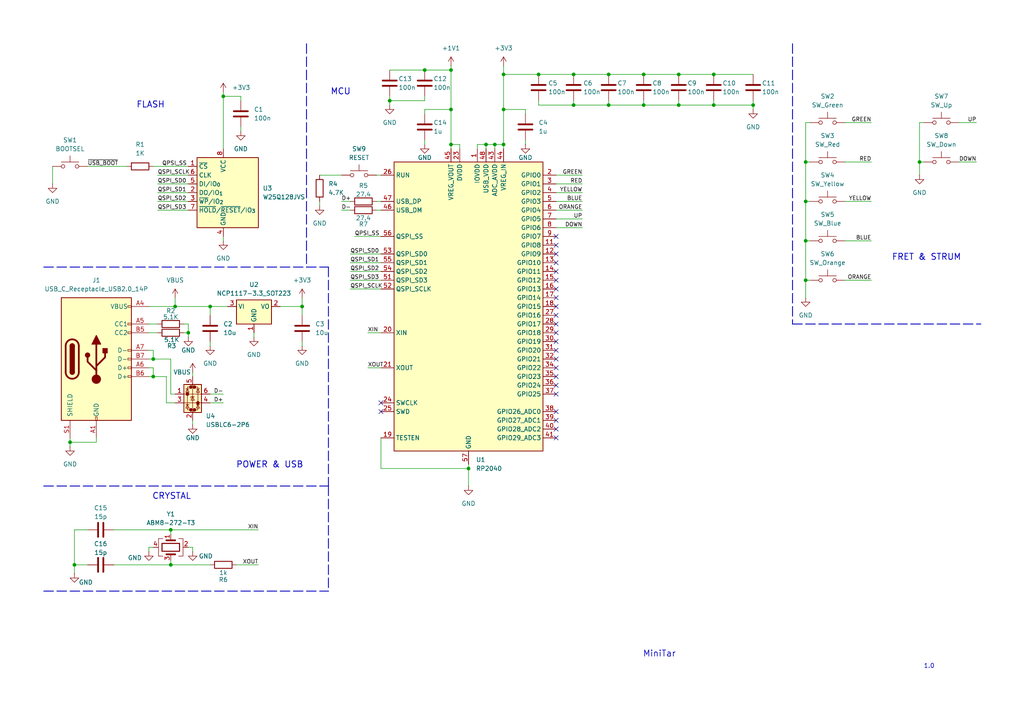
<source format=kicad_sch>
(kicad_sch
	(version 20250114)
	(generator "eeschema")
	(generator_version "9.0")
	(uuid "e3feadfb-216b-414c-9ae2-839042722902")
	(paper "A4")
	(lib_symbols
		(symbol "Connector:USB_C_Receptacle_USB2.0_14P"
			(pin_names
				(offset 1.016)
			)
			(exclude_from_sim no)
			(in_bom yes)
			(on_board yes)
			(property "Reference" "J"
				(at 0 22.225 0)
				(effects
					(font
						(size 1.27 1.27)
					)
				)
			)
			(property "Value" "USB_C_Receptacle_USB2.0_14P"
				(at 0 19.685 0)
				(effects
					(font
						(size 1.27 1.27)
					)
				)
			)
			(property "Footprint" ""
				(at 3.81 0 0)
				(effects
					(font
						(size 1.27 1.27)
					)
					(hide yes)
				)
			)
			(property "Datasheet" "https://www.usb.org/sites/default/files/documents/usb_type-c.zip"
				(at 3.81 0 0)
				(effects
					(font
						(size 1.27 1.27)
					)
					(hide yes)
				)
			)
			(property "Description" "USB 2.0-only 14P Type-C Receptacle connector"
				(at 0 0 0)
				(effects
					(font
						(size 1.27 1.27)
					)
					(hide yes)
				)
			)
			(property "ki_keywords" "usb universal serial bus type-C USB2.0"
				(at 0 0 0)
				(effects
					(font
						(size 1.27 1.27)
					)
					(hide yes)
				)
			)
			(property "ki_fp_filters" "USB*C*Receptacle*"
				(at 0 0 0)
				(effects
					(font
						(size 1.27 1.27)
					)
					(hide yes)
				)
			)
			(symbol "USB_C_Receptacle_USB2.0_14P_0_0"
				(rectangle
					(start -0.254 -17.78)
					(end 0.254 -16.764)
					(stroke
						(width 0)
						(type default)
					)
					(fill
						(type none)
					)
				)
				(rectangle
					(start 10.16 15.494)
					(end 9.144 14.986)
					(stroke
						(width 0)
						(type default)
					)
					(fill
						(type none)
					)
				)
				(rectangle
					(start 10.16 10.414)
					(end 9.144 9.906)
					(stroke
						(width 0)
						(type default)
					)
					(fill
						(type none)
					)
				)
				(rectangle
					(start 10.16 7.874)
					(end 9.144 7.366)
					(stroke
						(width 0)
						(type default)
					)
					(fill
						(type none)
					)
				)
				(rectangle
					(start 10.16 2.794)
					(end 9.144 2.286)
					(stroke
						(width 0)
						(type default)
					)
					(fill
						(type none)
					)
				)
				(rectangle
					(start 10.16 0.254)
					(end 9.144 -0.254)
					(stroke
						(width 0)
						(type default)
					)
					(fill
						(type none)
					)
				)
				(rectangle
					(start 10.16 -2.286)
					(end 9.144 -2.794)
					(stroke
						(width 0)
						(type default)
					)
					(fill
						(type none)
					)
				)
				(rectangle
					(start 10.16 -4.826)
					(end 9.144 -5.334)
					(stroke
						(width 0)
						(type default)
					)
					(fill
						(type none)
					)
				)
			)
			(symbol "USB_C_Receptacle_USB2.0_14P_0_1"
				(rectangle
					(start -10.16 17.78)
					(end 10.16 -17.78)
					(stroke
						(width 0.254)
						(type default)
					)
					(fill
						(type background)
					)
				)
				(polyline
					(pts
						(xy -8.89 -3.81) (xy -8.89 3.81)
					)
					(stroke
						(width 0.508)
						(type default)
					)
					(fill
						(type none)
					)
				)
				(rectangle
					(start -7.62 -3.81)
					(end -6.35 3.81)
					(stroke
						(width 0.254)
						(type default)
					)
					(fill
						(type outline)
					)
				)
				(arc
					(start -7.62 3.81)
					(mid -6.985 4.4423)
					(end -6.35 3.81)
					(stroke
						(width 0.254)
						(type default)
					)
					(fill
						(type none)
					)
				)
				(arc
					(start -7.62 3.81)
					(mid -6.985 4.4423)
					(end -6.35 3.81)
					(stroke
						(width 0.254)
						(type default)
					)
					(fill
						(type outline)
					)
				)
				(arc
					(start -8.89 3.81)
					(mid -6.985 5.7067)
					(end -5.08 3.81)
					(stroke
						(width 0.508)
						(type default)
					)
					(fill
						(type none)
					)
				)
				(arc
					(start -5.08 -3.81)
					(mid -6.985 -5.7067)
					(end -8.89 -3.81)
					(stroke
						(width 0.508)
						(type default)
					)
					(fill
						(type none)
					)
				)
				(arc
					(start -6.35 -3.81)
					(mid -6.985 -4.4423)
					(end -7.62 -3.81)
					(stroke
						(width 0.254)
						(type default)
					)
					(fill
						(type none)
					)
				)
				(arc
					(start -6.35 -3.81)
					(mid -6.985 -4.4423)
					(end -7.62 -3.81)
					(stroke
						(width 0.254)
						(type default)
					)
					(fill
						(type outline)
					)
				)
				(polyline
					(pts
						(xy -5.08 3.81) (xy -5.08 -3.81)
					)
					(stroke
						(width 0.508)
						(type default)
					)
					(fill
						(type none)
					)
				)
				(circle
					(center -2.54 1.143)
					(radius 0.635)
					(stroke
						(width 0.254)
						(type default)
					)
					(fill
						(type outline)
					)
				)
				(polyline
					(pts
						(xy -1.27 4.318) (xy 0 6.858) (xy 1.27 4.318) (xy -1.27 4.318)
					)
					(stroke
						(width 0.254)
						(type default)
					)
					(fill
						(type outline)
					)
				)
				(polyline
					(pts
						(xy 0 -2.032) (xy 2.54 0.508) (xy 2.54 1.778)
					)
					(stroke
						(width 0.508)
						(type default)
					)
					(fill
						(type none)
					)
				)
				(polyline
					(pts
						(xy 0 -3.302) (xy -2.54 -0.762) (xy -2.54 0.508)
					)
					(stroke
						(width 0.508)
						(type default)
					)
					(fill
						(type none)
					)
				)
				(polyline
					(pts
						(xy 0 -5.842) (xy 0 4.318)
					)
					(stroke
						(width 0.508)
						(type default)
					)
					(fill
						(type none)
					)
				)
				(circle
					(center 0 -5.842)
					(radius 1.27)
					(stroke
						(width 0)
						(type default)
					)
					(fill
						(type outline)
					)
				)
				(rectangle
					(start 1.905 1.778)
					(end 3.175 3.048)
					(stroke
						(width 0.254)
						(type default)
					)
					(fill
						(type outline)
					)
				)
			)
			(symbol "USB_C_Receptacle_USB2.0_14P_1_1"
				(pin passive line
					(at -7.62 -22.86 90)
					(length 5.08)
					(name "SHIELD"
						(effects
							(font
								(size 1.27 1.27)
							)
						)
					)
					(number "S1"
						(effects
							(font
								(size 1.27 1.27)
							)
						)
					)
				)
				(pin passive line
					(at 0 -22.86 90)
					(length 5.08)
					(name "GND"
						(effects
							(font
								(size 1.27 1.27)
							)
						)
					)
					(number "A1"
						(effects
							(font
								(size 1.27 1.27)
							)
						)
					)
				)
				(pin passive line
					(at 0 -22.86 90)
					(length 5.08)
					(hide yes)
					(name "GND"
						(effects
							(font
								(size 1.27 1.27)
							)
						)
					)
					(number "A12"
						(effects
							(font
								(size 1.27 1.27)
							)
						)
					)
				)
				(pin passive line
					(at 0 -22.86 90)
					(length 5.08)
					(hide yes)
					(name "GND"
						(effects
							(font
								(size 1.27 1.27)
							)
						)
					)
					(number "B1"
						(effects
							(font
								(size 1.27 1.27)
							)
						)
					)
				)
				(pin passive line
					(at 0 -22.86 90)
					(length 5.08)
					(hide yes)
					(name "GND"
						(effects
							(font
								(size 1.27 1.27)
							)
						)
					)
					(number "B12"
						(effects
							(font
								(size 1.27 1.27)
							)
						)
					)
				)
				(pin passive line
					(at 15.24 15.24 180)
					(length 5.08)
					(name "VBUS"
						(effects
							(font
								(size 1.27 1.27)
							)
						)
					)
					(number "A4"
						(effects
							(font
								(size 1.27 1.27)
							)
						)
					)
				)
				(pin passive line
					(at 15.24 15.24 180)
					(length 5.08)
					(hide yes)
					(name "VBUS"
						(effects
							(font
								(size 1.27 1.27)
							)
						)
					)
					(number "A9"
						(effects
							(font
								(size 1.27 1.27)
							)
						)
					)
				)
				(pin passive line
					(at 15.24 15.24 180)
					(length 5.08)
					(hide yes)
					(name "VBUS"
						(effects
							(font
								(size 1.27 1.27)
							)
						)
					)
					(number "B4"
						(effects
							(font
								(size 1.27 1.27)
							)
						)
					)
				)
				(pin passive line
					(at 15.24 15.24 180)
					(length 5.08)
					(hide yes)
					(name "VBUS"
						(effects
							(font
								(size 1.27 1.27)
							)
						)
					)
					(number "B9"
						(effects
							(font
								(size 1.27 1.27)
							)
						)
					)
				)
				(pin bidirectional line
					(at 15.24 10.16 180)
					(length 5.08)
					(name "CC1"
						(effects
							(font
								(size 1.27 1.27)
							)
						)
					)
					(number "A5"
						(effects
							(font
								(size 1.27 1.27)
							)
						)
					)
				)
				(pin bidirectional line
					(at 15.24 7.62 180)
					(length 5.08)
					(name "CC2"
						(effects
							(font
								(size 1.27 1.27)
							)
						)
					)
					(number "B5"
						(effects
							(font
								(size 1.27 1.27)
							)
						)
					)
				)
				(pin bidirectional line
					(at 15.24 2.54 180)
					(length 5.08)
					(name "D-"
						(effects
							(font
								(size 1.27 1.27)
							)
						)
					)
					(number "A7"
						(effects
							(font
								(size 1.27 1.27)
							)
						)
					)
				)
				(pin bidirectional line
					(at 15.24 0 180)
					(length 5.08)
					(name "D-"
						(effects
							(font
								(size 1.27 1.27)
							)
						)
					)
					(number "B7"
						(effects
							(font
								(size 1.27 1.27)
							)
						)
					)
				)
				(pin bidirectional line
					(at 15.24 -2.54 180)
					(length 5.08)
					(name "D+"
						(effects
							(font
								(size 1.27 1.27)
							)
						)
					)
					(number "A6"
						(effects
							(font
								(size 1.27 1.27)
							)
						)
					)
				)
				(pin bidirectional line
					(at 15.24 -5.08 180)
					(length 5.08)
					(name "D+"
						(effects
							(font
								(size 1.27 1.27)
							)
						)
					)
					(number "B6"
						(effects
							(font
								(size 1.27 1.27)
							)
						)
					)
				)
			)
			(embedded_fonts no)
		)
		(symbol "Device:C"
			(pin_numbers
				(hide yes)
			)
			(pin_names
				(offset 0.254)
			)
			(exclude_from_sim no)
			(in_bom yes)
			(on_board yes)
			(property "Reference" "C"
				(at 0.635 2.54 0)
				(effects
					(font
						(size 1.27 1.27)
					)
					(justify left)
				)
			)
			(property "Value" "C"
				(at 0.635 -2.54 0)
				(effects
					(font
						(size 1.27 1.27)
					)
					(justify left)
				)
			)
			(property "Footprint" ""
				(at 0.9652 -3.81 0)
				(effects
					(font
						(size 1.27 1.27)
					)
					(hide yes)
				)
			)
			(property "Datasheet" "~"
				(at 0 0 0)
				(effects
					(font
						(size 1.27 1.27)
					)
					(hide yes)
				)
			)
			(property "Description" "Unpolarized capacitor"
				(at 0 0 0)
				(effects
					(font
						(size 1.27 1.27)
					)
					(hide yes)
				)
			)
			(property "ki_keywords" "cap capacitor"
				(at 0 0 0)
				(effects
					(font
						(size 1.27 1.27)
					)
					(hide yes)
				)
			)
			(property "ki_fp_filters" "C_*"
				(at 0 0 0)
				(effects
					(font
						(size 1.27 1.27)
					)
					(hide yes)
				)
			)
			(symbol "C_0_1"
				(polyline
					(pts
						(xy -2.032 0.762) (xy 2.032 0.762)
					)
					(stroke
						(width 0.508)
						(type default)
					)
					(fill
						(type none)
					)
				)
				(polyline
					(pts
						(xy -2.032 -0.762) (xy 2.032 -0.762)
					)
					(stroke
						(width 0.508)
						(type default)
					)
					(fill
						(type none)
					)
				)
			)
			(symbol "C_1_1"
				(pin passive line
					(at 0 3.81 270)
					(length 2.794)
					(name "~"
						(effects
							(font
								(size 1.27 1.27)
							)
						)
					)
					(number "1"
						(effects
							(font
								(size 1.27 1.27)
							)
						)
					)
				)
				(pin passive line
					(at 0 -3.81 90)
					(length 2.794)
					(name "~"
						(effects
							(font
								(size 1.27 1.27)
							)
						)
					)
					(number "2"
						(effects
							(font
								(size 1.27 1.27)
							)
						)
					)
				)
			)
			(embedded_fonts no)
		)
		(symbol "Device:Crystal_GND24"
			(pin_names
				(offset 1.016)
				(hide yes)
			)
			(exclude_from_sim no)
			(in_bom yes)
			(on_board yes)
			(property "Reference" "Y"
				(at 3.175 5.08 0)
				(effects
					(font
						(size 1.27 1.27)
					)
					(justify left)
				)
			)
			(property "Value" "Crystal_GND24"
				(at 3.175 3.175 0)
				(effects
					(font
						(size 1.27 1.27)
					)
					(justify left)
				)
			)
			(property "Footprint" ""
				(at 0 0 0)
				(effects
					(font
						(size 1.27 1.27)
					)
					(hide yes)
				)
			)
			(property "Datasheet" "~"
				(at 0 0 0)
				(effects
					(font
						(size 1.27 1.27)
					)
					(hide yes)
				)
			)
			(property "Description" "Four pin crystal, GND on pins 2 and 4"
				(at 0 0 0)
				(effects
					(font
						(size 1.27 1.27)
					)
					(hide yes)
				)
			)
			(property "ki_keywords" "quartz ceramic resonator oscillator"
				(at 0 0 0)
				(effects
					(font
						(size 1.27 1.27)
					)
					(hide yes)
				)
			)
			(property "ki_fp_filters" "Crystal*"
				(at 0 0 0)
				(effects
					(font
						(size 1.27 1.27)
					)
					(hide yes)
				)
			)
			(symbol "Crystal_GND24_0_1"
				(polyline
					(pts
						(xy -2.54 2.286) (xy -2.54 3.556) (xy 2.54 3.556) (xy 2.54 2.286)
					)
					(stroke
						(width 0)
						(type default)
					)
					(fill
						(type none)
					)
				)
				(polyline
					(pts
						(xy -2.54 0) (xy -2.032 0)
					)
					(stroke
						(width 0)
						(type default)
					)
					(fill
						(type none)
					)
				)
				(polyline
					(pts
						(xy -2.54 -2.286) (xy -2.54 -3.556) (xy 2.54 -3.556) (xy 2.54 -2.286)
					)
					(stroke
						(width 0)
						(type default)
					)
					(fill
						(type none)
					)
				)
				(polyline
					(pts
						(xy -2.032 -1.27) (xy -2.032 1.27)
					)
					(stroke
						(width 0.508)
						(type default)
					)
					(fill
						(type none)
					)
				)
				(rectangle
					(start -1.143 2.54)
					(end 1.143 -2.54)
					(stroke
						(width 0.3048)
						(type default)
					)
					(fill
						(type none)
					)
				)
				(polyline
					(pts
						(xy 0 3.556) (xy 0 3.81)
					)
					(stroke
						(width 0)
						(type default)
					)
					(fill
						(type none)
					)
				)
				(polyline
					(pts
						(xy 0 -3.81) (xy 0 -3.556)
					)
					(stroke
						(width 0)
						(type default)
					)
					(fill
						(type none)
					)
				)
				(polyline
					(pts
						(xy 2.032 0) (xy 2.54 0)
					)
					(stroke
						(width 0)
						(type default)
					)
					(fill
						(type none)
					)
				)
				(polyline
					(pts
						(xy 2.032 -1.27) (xy 2.032 1.27)
					)
					(stroke
						(width 0.508)
						(type default)
					)
					(fill
						(type none)
					)
				)
			)
			(symbol "Crystal_GND24_1_1"
				(pin passive line
					(at -3.81 0 0)
					(length 1.27)
					(name "1"
						(effects
							(font
								(size 1.27 1.27)
							)
						)
					)
					(number "1"
						(effects
							(font
								(size 1.27 1.27)
							)
						)
					)
				)
				(pin passive line
					(at 0 5.08 270)
					(length 1.27)
					(name "2"
						(effects
							(font
								(size 1.27 1.27)
							)
						)
					)
					(number "2"
						(effects
							(font
								(size 1.27 1.27)
							)
						)
					)
				)
				(pin passive line
					(at 0 -5.08 90)
					(length 1.27)
					(name "4"
						(effects
							(font
								(size 1.27 1.27)
							)
						)
					)
					(number "4"
						(effects
							(font
								(size 1.27 1.27)
							)
						)
					)
				)
				(pin passive line
					(at 3.81 0 180)
					(length 1.27)
					(name "3"
						(effects
							(font
								(size 1.27 1.27)
							)
						)
					)
					(number "3"
						(effects
							(font
								(size 1.27 1.27)
							)
						)
					)
				)
			)
			(embedded_fonts no)
		)
		(symbol "Device:R"
			(pin_numbers
				(hide yes)
			)
			(pin_names
				(offset 0)
			)
			(exclude_from_sim no)
			(in_bom yes)
			(on_board yes)
			(property "Reference" "R"
				(at 2.032 0 90)
				(effects
					(font
						(size 1.27 1.27)
					)
				)
			)
			(property "Value" "R"
				(at 0 0 90)
				(effects
					(font
						(size 1.27 1.27)
					)
				)
			)
			(property "Footprint" ""
				(at -1.778 0 90)
				(effects
					(font
						(size 1.27 1.27)
					)
					(hide yes)
				)
			)
			(property "Datasheet" "~"
				(at 0 0 0)
				(effects
					(font
						(size 1.27 1.27)
					)
					(hide yes)
				)
			)
			(property "Description" "Resistor"
				(at 0 0 0)
				(effects
					(font
						(size 1.27 1.27)
					)
					(hide yes)
				)
			)
			(property "ki_keywords" "R res resistor"
				(at 0 0 0)
				(effects
					(font
						(size 1.27 1.27)
					)
					(hide yes)
				)
			)
			(property "ki_fp_filters" "R_*"
				(at 0 0 0)
				(effects
					(font
						(size 1.27 1.27)
					)
					(hide yes)
				)
			)
			(symbol "R_0_1"
				(rectangle
					(start -1.016 -2.54)
					(end 1.016 2.54)
					(stroke
						(width 0.254)
						(type default)
					)
					(fill
						(type none)
					)
				)
			)
			(symbol "R_1_1"
				(pin passive line
					(at 0 3.81 270)
					(length 1.27)
					(name "~"
						(effects
							(font
								(size 1.27 1.27)
							)
						)
					)
					(number "1"
						(effects
							(font
								(size 1.27 1.27)
							)
						)
					)
				)
				(pin passive line
					(at 0 -3.81 90)
					(length 1.27)
					(name "~"
						(effects
							(font
								(size 1.27 1.27)
							)
						)
					)
					(number "2"
						(effects
							(font
								(size 1.27 1.27)
							)
						)
					)
				)
			)
			(embedded_fonts no)
		)
		(symbol "MCU_RaspberryPi:RP2040"
			(exclude_from_sim no)
			(in_bom yes)
			(on_board yes)
			(property "Reference" "U1"
				(at 2.1433 -44.45 0)
				(effects
					(font
						(size 1.27 1.27)
					)
					(justify left)
				)
			)
			(property "Value" "RP2040"
				(at 2.1433 -46.99 0)
				(effects
					(font
						(size 1.27 1.27)
					)
					(justify left)
				)
			)
			(property "Footprint" "Package_DFN_QFN:QFN-56-1EP_7x7mm_P0.4mm_EP3.2x3.2mm"
				(at 0 0 0)
				(effects
					(font
						(size 1.27 1.27)
					)
					(hide yes)
				)
			)
			(property "Datasheet" "https://datasheets.raspberrypi.com/rp2040/rp2040-datasheet.pdf"
				(at 0 0 0)
				(effects
					(font
						(size 1.27 1.27)
					)
					(hide yes)
				)
			)
			(property "Description" "A microcontroller by Raspberry Pi"
				(at 0 0 0)
				(effects
					(font
						(size 1.27 1.27)
					)
					(hide yes)
				)
			)
			(property "ki_keywords" "RP2040 ARM Cortex-M0+ USB"
				(at 0 0 0)
				(effects
					(font
						(size 1.27 1.27)
					)
					(hide yes)
				)
			)
			(property "ki_fp_filters" "QFN*1EP*7x7mm?P0.4mm*"
				(at 0 0 0)
				(effects
					(font
						(size 1.27 1.27)
					)
					(hide yes)
				)
			)
			(symbol "RP2040_0_1"
				(rectangle
					(start -21.59 41.91)
					(end 21.59 -41.91)
					(stroke
						(width 0.254)
						(type default)
					)
					(fill
						(type background)
					)
				)
			)
			(symbol "RP2040_1_1"
				(pin input line
					(at -25.4 38.1 0)
					(length 3.81)
					(name "RUN"
						(effects
							(font
								(size 1.27 1.27)
							)
						)
					)
					(number "26"
						(effects
							(font
								(size 1.27 1.27)
							)
						)
					)
				)
				(pin bidirectional line
					(at -25.4 30.48 0)
					(length 3.81)
					(name "USB_DP"
						(effects
							(font
								(size 1.27 1.27)
							)
						)
					)
					(number "47"
						(effects
							(font
								(size 1.27 1.27)
							)
						)
					)
				)
				(pin bidirectional line
					(at -25.4 27.94 0)
					(length 3.81)
					(name "USB_DM"
						(effects
							(font
								(size 1.27 1.27)
							)
						)
					)
					(number "46"
						(effects
							(font
								(size 1.27 1.27)
							)
						)
					)
				)
				(pin bidirectional line
					(at -25.4 20.32 0)
					(length 3.81)
					(name "QSPI_SS"
						(effects
							(font
								(size 1.27 1.27)
							)
						)
					)
					(number "56"
						(effects
							(font
								(size 1.27 1.27)
							)
						)
					)
				)
				(pin bidirectional line
					(at -25.4 15.24 0)
					(length 3.81)
					(name "QSPI_SD0"
						(effects
							(font
								(size 1.27 1.27)
							)
						)
					)
					(number "53"
						(effects
							(font
								(size 1.27 1.27)
							)
						)
					)
				)
				(pin bidirectional line
					(at -25.4 12.7 0)
					(length 3.81)
					(name "QSPI_SD1"
						(effects
							(font
								(size 1.27 1.27)
							)
						)
					)
					(number "55"
						(effects
							(font
								(size 1.27 1.27)
							)
						)
					)
				)
				(pin bidirectional line
					(at -25.4 10.16 0)
					(length 3.81)
					(name "QSPI_SD2"
						(effects
							(font
								(size 1.27 1.27)
							)
						)
					)
					(number "54"
						(effects
							(font
								(size 1.27 1.27)
							)
						)
					)
				)
				(pin bidirectional line
					(at -25.4 7.62 0)
					(length 3.81)
					(name "QSPI_SD3"
						(effects
							(font
								(size 1.27 1.27)
							)
						)
					)
					(number "51"
						(effects
							(font
								(size 1.27 1.27)
							)
						)
					)
				)
				(pin output line
					(at -25.4 5.08 0)
					(length 3.81)
					(name "QSPI_SCLK"
						(effects
							(font
								(size 1.27 1.27)
							)
						)
					)
					(number "52"
						(effects
							(font
								(size 1.27 1.27)
							)
						)
					)
				)
				(pin input line
					(at -25.4 -7.62 0)
					(length 3.81)
					(name "XIN"
						(effects
							(font
								(size 1.27 1.27)
							)
						)
					)
					(number "20"
						(effects
							(font
								(size 1.27 1.27)
							)
						)
					)
				)
				(pin passive line
					(at -25.4 -17.78 0)
					(length 3.81)
					(name "XOUT"
						(effects
							(font
								(size 1.27 1.27)
							)
						)
					)
					(number "21"
						(effects
							(font
								(size 1.27 1.27)
							)
						)
					)
				)
				(pin input line
					(at -25.4 -27.94 0)
					(length 3.81)
					(name "SWCLK"
						(effects
							(font
								(size 1.27 1.27)
							)
						)
					)
					(number "24"
						(effects
							(font
								(size 1.27 1.27)
							)
						)
					)
				)
				(pin bidirectional line
					(at -25.4 -30.48 0)
					(length 3.81)
					(name "SWD"
						(effects
							(font
								(size 1.27 1.27)
							)
						)
					)
					(number "25"
						(effects
							(font
								(size 1.27 1.27)
							)
						)
					)
				)
				(pin input line
					(at -25.4 -38.1 0)
					(length 3.81)
					(name "TESTEN"
						(effects
							(font
								(size 1.27 1.27)
							)
						)
					)
					(number "19"
						(effects
							(font
								(size 1.27 1.27)
							)
						)
					)
				)
				(pin power_out line
					(at -5.08 45.72 270)
					(length 3.81)
					(name "VREG_VOUT"
						(effects
							(font
								(size 1.27 1.27)
							)
						)
					)
					(number "45"
						(effects
							(font
								(size 1.27 1.27)
							)
						)
					)
				)
				(pin power_in line
					(at -2.54 45.72 270)
					(length 3.81)
					(name "DVDD"
						(effects
							(font
								(size 1.27 1.27)
							)
						)
					)
					(number "23"
						(effects
							(font
								(size 1.27 1.27)
							)
						)
					)
				)
				(pin passive line
					(at -2.54 45.72 270)
					(length 3.81)
					(hide yes)
					(name "DVDD"
						(effects
							(font
								(size 1.27 1.27)
							)
						)
					)
					(number "50"
						(effects
							(font
								(size 1.27 1.27)
							)
						)
					)
				)
				(pin power_in line
					(at 0 -45.72 90)
					(length 3.81)
					(name "GND"
						(effects
							(font
								(size 1.27 1.27)
							)
						)
					)
					(number "57"
						(effects
							(font
								(size 1.27 1.27)
							)
						)
					)
				)
				(pin power_in line
					(at 2.54 45.72 270)
					(length 3.81)
					(name "IOVDD"
						(effects
							(font
								(size 1.27 1.27)
							)
						)
					)
					(number "1"
						(effects
							(font
								(size 1.27 1.27)
							)
						)
					)
				)
				(pin passive line
					(at 2.54 45.72 270)
					(length 3.81)
					(hide yes)
					(name "IOVDD"
						(effects
							(font
								(size 1.27 1.27)
							)
						)
					)
					(number "10"
						(effects
							(font
								(size 1.27 1.27)
							)
						)
					)
				)
				(pin passive line
					(at 2.54 45.72 270)
					(length 3.81)
					(hide yes)
					(name "IOVDD"
						(effects
							(font
								(size 1.27 1.27)
							)
						)
					)
					(number "22"
						(effects
							(font
								(size 1.27 1.27)
							)
						)
					)
				)
				(pin passive line
					(at 2.54 45.72 270)
					(length 3.81)
					(hide yes)
					(name "IOVDD"
						(effects
							(font
								(size 1.27 1.27)
							)
						)
					)
					(number "33"
						(effects
							(font
								(size 1.27 1.27)
							)
						)
					)
				)
				(pin passive line
					(at 2.54 45.72 270)
					(length 3.81)
					(hide yes)
					(name "IOVDD"
						(effects
							(font
								(size 1.27 1.27)
							)
						)
					)
					(number "42"
						(effects
							(font
								(size 1.27 1.27)
							)
						)
					)
				)
				(pin passive line
					(at 2.54 45.72 270)
					(length 3.81)
					(hide yes)
					(name "IOVDD"
						(effects
							(font
								(size 1.27 1.27)
							)
						)
					)
					(number "49"
						(effects
							(font
								(size 1.27 1.27)
							)
						)
					)
				)
				(pin power_in line
					(at 5.08 45.72 270)
					(length 3.81)
					(name "USB_VDD"
						(effects
							(font
								(size 1.27 1.27)
							)
						)
					)
					(number "48"
						(effects
							(font
								(size 1.27 1.27)
							)
						)
					)
				)
				(pin power_in line
					(at 7.62 45.72 270)
					(length 3.81)
					(name "ADC_AVDD"
						(effects
							(font
								(size 1.27 1.27)
							)
						)
					)
					(number "43"
						(effects
							(font
								(size 1.27 1.27)
							)
						)
					)
				)
				(pin power_in line
					(at 10.16 45.72 270)
					(length 3.81)
					(name "VREG_IN"
						(effects
							(font
								(size 1.27 1.27)
							)
						)
					)
					(number "44"
						(effects
							(font
								(size 1.27 1.27)
							)
						)
					)
				)
				(pin bidirectional line
					(at 25.4 38.1 180)
					(length 3.81)
					(name "GPIO0"
						(effects
							(font
								(size 1.27 1.27)
							)
						)
					)
					(number "2"
						(effects
							(font
								(size 1.27 1.27)
							)
						)
					)
				)
				(pin bidirectional line
					(at 25.4 35.56 180)
					(length 3.81)
					(name "GPIO1"
						(effects
							(font
								(size 1.27 1.27)
							)
						)
					)
					(number "3"
						(effects
							(font
								(size 1.27 1.27)
							)
						)
					)
				)
				(pin bidirectional line
					(at 25.4 33.02 180)
					(length 3.81)
					(name "GPIO2"
						(effects
							(font
								(size 1.27 1.27)
							)
						)
					)
					(number "4"
						(effects
							(font
								(size 1.27 1.27)
							)
						)
					)
				)
				(pin bidirectional line
					(at 25.4 30.48 180)
					(length 3.81)
					(name "GPIO3"
						(effects
							(font
								(size 1.27 1.27)
							)
						)
					)
					(number "5"
						(effects
							(font
								(size 1.27 1.27)
							)
						)
					)
				)
				(pin bidirectional line
					(at 25.4 27.94 180)
					(length 3.81)
					(name "GPIO4"
						(effects
							(font
								(size 1.27 1.27)
							)
						)
					)
					(number "6"
						(effects
							(font
								(size 1.27 1.27)
							)
						)
					)
				)
				(pin bidirectional line
					(at 25.4 25.4 180)
					(length 3.81)
					(name "GPIO5"
						(effects
							(font
								(size 1.27 1.27)
							)
						)
					)
					(number "7"
						(effects
							(font
								(size 1.27 1.27)
							)
						)
					)
				)
				(pin bidirectional line
					(at 25.4 22.86 180)
					(length 3.81)
					(name "GPIO6"
						(effects
							(font
								(size 1.27 1.27)
							)
						)
					)
					(number "8"
						(effects
							(font
								(size 1.27 1.27)
							)
						)
					)
				)
				(pin bidirectional line
					(at 25.4 20.32 180)
					(length 3.81)
					(name "GPIO7"
						(effects
							(font
								(size 1.27 1.27)
							)
						)
					)
					(number "9"
						(effects
							(font
								(size 1.27 1.27)
							)
						)
					)
				)
				(pin bidirectional line
					(at 25.4 17.78 180)
					(length 3.81)
					(name "GPIO8"
						(effects
							(font
								(size 1.27 1.27)
							)
						)
					)
					(number "11"
						(effects
							(font
								(size 1.27 1.27)
							)
						)
					)
				)
				(pin bidirectional line
					(at 25.4 15.24 180)
					(length 3.81)
					(name "GPIO9"
						(effects
							(font
								(size 1.27 1.27)
							)
						)
					)
					(number "12"
						(effects
							(font
								(size 1.27 1.27)
							)
						)
					)
				)
				(pin bidirectional line
					(at 25.4 12.7 180)
					(length 3.81)
					(name "GPIO10"
						(effects
							(font
								(size 1.27 1.27)
							)
						)
					)
					(number "13"
						(effects
							(font
								(size 1.27 1.27)
							)
						)
					)
				)
				(pin bidirectional line
					(at 25.4 10.16 180)
					(length 3.81)
					(name "GPIO11"
						(effects
							(font
								(size 1.27 1.27)
							)
						)
					)
					(number "14"
						(effects
							(font
								(size 1.27 1.27)
							)
						)
					)
				)
				(pin bidirectional line
					(at 25.4 7.62 180)
					(length 3.81)
					(name "GPIO12"
						(effects
							(font
								(size 1.27 1.27)
							)
						)
					)
					(number "15"
						(effects
							(font
								(size 1.27 1.27)
							)
						)
					)
				)
				(pin bidirectional line
					(at 25.4 5.08 180)
					(length 3.81)
					(name "GPIO13"
						(effects
							(font
								(size 1.27 1.27)
							)
						)
					)
					(number "16"
						(effects
							(font
								(size 1.27 1.27)
							)
						)
					)
				)
				(pin bidirectional line
					(at 25.4 2.54 180)
					(length 3.81)
					(name "GPIO14"
						(effects
							(font
								(size 1.27 1.27)
							)
						)
					)
					(number "17"
						(effects
							(font
								(size 1.27 1.27)
							)
						)
					)
				)
				(pin bidirectional line
					(at 25.4 0 180)
					(length 3.81)
					(name "GPIO15"
						(effects
							(font
								(size 1.27 1.27)
							)
						)
					)
					(number "18"
						(effects
							(font
								(size 1.27 1.27)
							)
						)
					)
				)
				(pin bidirectional line
					(at 25.4 -2.54 180)
					(length 3.81)
					(name "GPIO16"
						(effects
							(font
								(size 1.27 1.27)
							)
						)
					)
					(number "27"
						(effects
							(font
								(size 1.27 1.27)
							)
						)
					)
				)
				(pin bidirectional line
					(at 25.4 -5.08 180)
					(length 3.81)
					(name "GPIO17"
						(effects
							(font
								(size 1.27 1.27)
							)
						)
					)
					(number "28"
						(effects
							(font
								(size 1.27 1.27)
							)
						)
					)
				)
				(pin bidirectional line
					(at 25.4 -7.62 180)
					(length 3.81)
					(name "GPIO18"
						(effects
							(font
								(size 1.27 1.27)
							)
						)
					)
					(number "29"
						(effects
							(font
								(size 1.27 1.27)
							)
						)
					)
				)
				(pin bidirectional line
					(at 25.4 -10.16 180)
					(length 3.81)
					(name "GPIO19"
						(effects
							(font
								(size 1.27 1.27)
							)
						)
					)
					(number "30"
						(effects
							(font
								(size 1.27 1.27)
							)
						)
					)
				)
				(pin bidirectional line
					(at 25.4 -12.7 180)
					(length 3.81)
					(name "GPIO20"
						(effects
							(font
								(size 1.27 1.27)
							)
						)
					)
					(number "31"
						(effects
							(font
								(size 1.27 1.27)
							)
						)
					)
				)
				(pin bidirectional line
					(at 25.4 -15.24 180)
					(length 3.81)
					(name "GPIO21"
						(effects
							(font
								(size 1.27 1.27)
							)
						)
					)
					(number "32"
						(effects
							(font
								(size 1.27 1.27)
							)
						)
					)
				)
				(pin bidirectional line
					(at 25.4 -17.78 180)
					(length 3.81)
					(name "GPIO22"
						(effects
							(font
								(size 1.27 1.27)
							)
						)
					)
					(number "34"
						(effects
							(font
								(size 1.27 1.27)
							)
						)
					)
				)
				(pin bidirectional line
					(at 25.4 -20.32 180)
					(length 3.81)
					(name "GPIO23"
						(effects
							(font
								(size 1.27 1.27)
							)
						)
					)
					(number "35"
						(effects
							(font
								(size 1.27 1.27)
							)
						)
					)
				)
				(pin bidirectional line
					(at 25.4 -22.86 180)
					(length 3.81)
					(name "GPIO24"
						(effects
							(font
								(size 1.27 1.27)
							)
						)
					)
					(number "36"
						(effects
							(font
								(size 1.27 1.27)
							)
						)
					)
				)
				(pin bidirectional line
					(at 25.4 -25.4 180)
					(length 3.81)
					(name "GPIO25"
						(effects
							(font
								(size 1.27 1.27)
							)
						)
					)
					(number "37"
						(effects
							(font
								(size 1.27 1.27)
							)
						)
					)
				)
				(pin bidirectional line
					(at 25.4 -30.48 180)
					(length 3.81)
					(name "GPIO26_ADC0"
						(effects
							(font
								(size 1.27 1.27)
							)
						)
					)
					(number "38"
						(effects
							(font
								(size 1.27 1.27)
							)
						)
					)
				)
				(pin bidirectional line
					(at 25.4 -33.02 180)
					(length 3.81)
					(name "GPIO27_ADC1"
						(effects
							(font
								(size 1.27 1.27)
							)
						)
					)
					(number "39"
						(effects
							(font
								(size 1.27 1.27)
							)
						)
					)
				)
				(pin bidirectional line
					(at 25.4 -35.56 180)
					(length 3.81)
					(name "GPIO28_ADC2"
						(effects
							(font
								(size 1.27 1.27)
							)
						)
					)
					(number "40"
						(effects
							(font
								(size 1.27 1.27)
							)
						)
					)
				)
				(pin bidirectional line
					(at 25.4 -38.1 180)
					(length 3.81)
					(name "GPIO29_ADC3"
						(effects
							(font
								(size 1.27 1.27)
							)
						)
					)
					(number "41"
						(effects
							(font
								(size 1.27 1.27)
							)
						)
					)
				)
			)
			(embedded_fonts no)
		)
		(symbol "Memory_Flash:W25Q128JVS"
			(exclude_from_sim no)
			(in_bom yes)
			(on_board yes)
			(property "Reference" "U"
				(at -6.35 11.43 0)
				(effects
					(font
						(size 1.27 1.27)
					)
				)
			)
			(property "Value" "W25Q128JVS"
				(at 7.62 11.43 0)
				(effects
					(font
						(size 1.27 1.27)
					)
				)
			)
			(property "Footprint" "Package_SO:SOIC-8_5.3x5.3mm_P1.27mm"
				(at 0 22.86 0)
				(effects
					(font
						(size 1.27 1.27)
					)
					(hide yes)
				)
			)
			(property "Datasheet" "https://www.winbond.com/resource-files/w25q128jv_dtr%20revc%2003272018%20plus.pdf"
				(at 0 25.4 0)
				(effects
					(font
						(size 1.27 1.27)
					)
					(hide yes)
				)
			)
			(property "Description" "128Mbit / 16MiB Serial Flash Memory, Standard/Dual/Quad SPI, 2.7-3.6V, SOIC-8"
				(at 0 27.94 0)
				(effects
					(font
						(size 1.27 1.27)
					)
					(hide yes)
				)
			)
			(property "ki_keywords" "flash memory SPI QPI DTR"
				(at 0 0 0)
				(effects
					(font
						(size 1.27 1.27)
					)
					(hide yes)
				)
			)
			(property "ki_fp_filters" "*SOIC*5.3x5.3mm*P1.27mm*"
				(at 0 0 0)
				(effects
					(font
						(size 1.27 1.27)
					)
					(hide yes)
				)
			)
			(symbol "W25Q128JVS_0_1"
				(rectangle
					(start -7.62 10.16)
					(end 10.16 -10.16)
					(stroke
						(width 0.254)
						(type default)
					)
					(fill
						(type background)
					)
				)
			)
			(symbol "W25Q128JVS_1_1"
				(pin input line
					(at -10.16 7.62 0)
					(length 2.54)
					(name "~{CS}"
						(effects
							(font
								(size 1.27 1.27)
							)
						)
					)
					(number "1"
						(effects
							(font
								(size 1.27 1.27)
							)
						)
					)
				)
				(pin input line
					(at -10.16 5.08 0)
					(length 2.54)
					(name "CLK"
						(effects
							(font
								(size 1.27 1.27)
							)
						)
					)
					(number "6"
						(effects
							(font
								(size 1.27 1.27)
							)
						)
					)
				)
				(pin bidirectional line
					(at -10.16 2.54 0)
					(length 2.54)
					(name "DI/IO_{0}"
						(effects
							(font
								(size 1.27 1.27)
							)
						)
					)
					(number "5"
						(effects
							(font
								(size 1.27 1.27)
							)
						)
					)
				)
				(pin bidirectional line
					(at -10.16 0 0)
					(length 2.54)
					(name "DO/IO_{1}"
						(effects
							(font
								(size 1.27 1.27)
							)
						)
					)
					(number "2"
						(effects
							(font
								(size 1.27 1.27)
							)
						)
					)
				)
				(pin bidirectional line
					(at -10.16 -2.54 0)
					(length 2.54)
					(name "~{WP}/IO_{2}"
						(effects
							(font
								(size 1.27 1.27)
							)
						)
					)
					(number "3"
						(effects
							(font
								(size 1.27 1.27)
							)
						)
					)
				)
				(pin bidirectional line
					(at -10.16 -5.08 0)
					(length 2.54)
					(name "~{HOLD}/~{RESET}/IO_{3}"
						(effects
							(font
								(size 1.27 1.27)
							)
						)
					)
					(number "7"
						(effects
							(font
								(size 1.27 1.27)
							)
						)
					)
				)
				(pin power_in line
					(at 0 12.7 270)
					(length 2.54)
					(name "VCC"
						(effects
							(font
								(size 1.27 1.27)
							)
						)
					)
					(number "8"
						(effects
							(font
								(size 1.27 1.27)
							)
						)
					)
				)
				(pin power_in line
					(at 0 -12.7 90)
					(length 2.54)
					(name "GND"
						(effects
							(font
								(size 1.27 1.27)
							)
						)
					)
					(number "4"
						(effects
							(font
								(size 1.27 1.27)
							)
						)
					)
				)
			)
			(embedded_fonts no)
		)
		(symbol "Power_Protection:USBLC6-2P6"
			(pin_names
				(hide yes)
			)
			(exclude_from_sim no)
			(in_bom yes)
			(on_board yes)
			(property "Reference" "U"
				(at 0.635 5.715 0)
				(effects
					(font
						(size 1.27 1.27)
					)
					(justify left)
				)
			)
			(property "Value" "USBLC6-2P6"
				(at 0.635 3.81 0)
				(effects
					(font
						(size 1.27 1.27)
					)
					(justify left)
				)
			)
			(property "Footprint" "Package_TO_SOT_SMD:SOT-666"
				(at 1.016 -6.731 0)
				(effects
					(font
						(size 1.27 1.27)
						(italic yes)
					)
					(justify left)
					(hide yes)
				)
			)
			(property "Datasheet" "https://www.st.com/resource/en/datasheet/usblc6-2.pdf"
				(at 1.016 -8.636 0)
				(effects
					(font
						(size 1.27 1.27)
					)
					(justify left)
					(hide yes)
				)
			)
			(property "Description" "Very low capacitance ESD protection diode, 2 data-line, SOT-666"
				(at 0 0 0)
				(effects
					(font
						(size 1.27 1.27)
					)
					(hide yes)
				)
			)
			(property "ki_keywords" "usb ethernet video"
				(at 0 0 0)
				(effects
					(font
						(size 1.27 1.27)
					)
					(hide yes)
				)
			)
			(property "ki_fp_filters" "SOT?666*"
				(at 0 0 0)
				(effects
					(font
						(size 1.27 1.27)
					)
					(hide yes)
				)
			)
			(symbol "USBLC6-2P6_0_0"
				(circle
					(center -1.524 0)
					(radius 0.0001)
					(stroke
						(width 0.508)
						(type default)
					)
					(fill
						(type none)
					)
				)
				(circle
					(center -0.508 2.032)
					(radius 0.0001)
					(stroke
						(width 0.508)
						(type default)
					)
					(fill
						(type none)
					)
				)
				(circle
					(center -0.508 -4.572)
					(radius 0.0001)
					(stroke
						(width 0.508)
						(type default)
					)
					(fill
						(type none)
					)
				)
				(circle
					(center 0.508 2.032)
					(radius 0.0001)
					(stroke
						(width 0.508)
						(type default)
					)
					(fill
						(type none)
					)
				)
				(circle
					(center 0.508 -4.572)
					(radius 0.0001)
					(stroke
						(width 0.508)
						(type default)
					)
					(fill
						(type none)
					)
				)
				(circle
					(center 1.524 -2.54)
					(radius 0.0001)
					(stroke
						(width 0.508)
						(type default)
					)
					(fill
						(type none)
					)
				)
			)
			(symbol "USBLC6-2P6_0_1"
				(polyline
					(pts
						(xy -2.54 0) (xy 2.54 0)
					)
					(stroke
						(width 0)
						(type default)
					)
					(fill
						(type none)
					)
				)
				(polyline
					(pts
						(xy -2.54 -2.54) (xy 2.54 -2.54)
					)
					(stroke
						(width 0)
						(type default)
					)
					(fill
						(type none)
					)
				)
				(polyline
					(pts
						(xy -2.032 0.508) (xy -1.016 0.508) (xy -1.524 1.524) (xy -2.032 0.508)
					)
					(stroke
						(width 0)
						(type default)
					)
					(fill
						(type none)
					)
				)
				(polyline
					(pts
						(xy -2.032 -3.048) (xy -1.016 -3.048)
					)
					(stroke
						(width 0)
						(type default)
					)
					(fill
						(type none)
					)
				)
				(polyline
					(pts
						(xy -1.016 1.524) (xy -2.032 1.524)
					)
					(stroke
						(width 0)
						(type default)
					)
					(fill
						(type none)
					)
				)
				(polyline
					(pts
						(xy -1.016 -4.064) (xy -2.032 -4.064) (xy -1.524 -3.048) (xy -1.016 -4.064)
					)
					(stroke
						(width 0)
						(type default)
					)
					(fill
						(type none)
					)
				)
				(polyline
					(pts
						(xy -0.508 -1.143) (xy -0.508 -0.762) (xy 0.508 -0.762)
					)
					(stroke
						(width 0)
						(type default)
					)
					(fill
						(type none)
					)
				)
				(polyline
					(pts
						(xy 0 2.54) (xy -0.508 2.032) (xy 0.508 2.032) (xy 0 1.524) (xy 0 -4.064) (xy -0.508 -4.572) (xy 0.508 -4.572)
						(xy 0 -5.08)
					)
					(stroke
						(width 0)
						(type default)
					)
					(fill
						(type none)
					)
				)
				(polyline
					(pts
						(xy 0.508 -1.778) (xy -0.508 -1.778) (xy 0 -0.762) (xy 0.508 -1.778)
					)
					(stroke
						(width 0)
						(type default)
					)
					(fill
						(type none)
					)
				)
				(polyline
					(pts
						(xy 1.016 1.524) (xy 2.032 1.524)
					)
					(stroke
						(width 0)
						(type default)
					)
					(fill
						(type none)
					)
				)
				(polyline
					(pts
						(xy 1.016 -3.048) (xy 2.032 -3.048)
					)
					(stroke
						(width 0)
						(type default)
					)
					(fill
						(type none)
					)
				)
				(polyline
					(pts
						(xy 2.032 0.508) (xy 1.016 0.508) (xy 1.524 1.524) (xy 2.032 0.508)
					)
					(stroke
						(width 0)
						(type default)
					)
					(fill
						(type none)
					)
				)
				(polyline
					(pts
						(xy 2.032 -4.064) (xy 1.016 -4.064) (xy 1.524 -3.048) (xy 2.032 -4.064)
					)
					(stroke
						(width 0)
						(type default)
					)
					(fill
						(type none)
					)
				)
			)
			(symbol "USBLC6-2P6_1_1"
				(rectangle
					(start -2.54 2.794)
					(end 2.54 -5.334)
					(stroke
						(width 0.254)
						(type default)
					)
					(fill
						(type background)
					)
				)
				(polyline
					(pts
						(xy -0.508 2.032) (xy -1.524 2.032) (xy -1.524 -4.572) (xy -0.508 -4.572)
					)
					(stroke
						(width 0)
						(type default)
					)
					(fill
						(type none)
					)
				)
				(polyline
					(pts
						(xy 0.508 -4.572) (xy 1.524 -4.572) (xy 1.524 2.032) (xy 0.508 2.032)
					)
					(stroke
						(width 0)
						(type default)
					)
					(fill
						(type none)
					)
				)
				(pin passive line
					(at -5.08 0 0)
					(length 2.54)
					(name "I/O1"
						(effects
							(font
								(size 1.27 1.27)
							)
						)
					)
					(number "1"
						(effects
							(font
								(size 1.27 1.27)
							)
						)
					)
				)
				(pin passive line
					(at -5.08 -2.54 0)
					(length 2.54)
					(name "I/O2"
						(effects
							(font
								(size 1.27 1.27)
							)
						)
					)
					(number "3"
						(effects
							(font
								(size 1.27 1.27)
							)
						)
					)
				)
				(pin passive line
					(at 0 5.08 270)
					(length 2.54)
					(name "VBUS"
						(effects
							(font
								(size 1.27 1.27)
							)
						)
					)
					(number "5"
						(effects
							(font
								(size 1.27 1.27)
							)
						)
					)
				)
				(pin passive line
					(at 0 -7.62 90)
					(length 2.54)
					(name "GND"
						(effects
							(font
								(size 1.27 1.27)
							)
						)
					)
					(number "2"
						(effects
							(font
								(size 1.27 1.27)
							)
						)
					)
				)
				(pin passive line
					(at 5.08 0 180)
					(length 2.54)
					(name "I/O1"
						(effects
							(font
								(size 1.27 1.27)
							)
						)
					)
					(number "6"
						(effects
							(font
								(size 1.27 1.27)
							)
						)
					)
				)
				(pin passive line
					(at 5.08 -2.54 180)
					(length 2.54)
					(name "I/O2"
						(effects
							(font
								(size 1.27 1.27)
							)
						)
					)
					(number "4"
						(effects
							(font
								(size 1.27 1.27)
							)
						)
					)
				)
			)
			(embedded_fonts no)
		)
		(symbol "Regulator_Linear:NCP1117-3.3_SOT223"
			(exclude_from_sim no)
			(in_bom yes)
			(on_board yes)
			(property "Reference" "U"
				(at -3.81 3.175 0)
				(effects
					(font
						(size 1.27 1.27)
					)
				)
			)
			(property "Value" "NCP1117-3.3_SOT223"
				(at 0 3.175 0)
				(effects
					(font
						(size 1.27 1.27)
					)
					(justify left)
				)
			)
			(property "Footprint" "Package_TO_SOT_SMD:SOT-223-3_TabPin2"
				(at 0 5.08 0)
				(effects
					(font
						(size 1.27 1.27)
					)
					(hide yes)
				)
			)
			(property "Datasheet" "http://www.onsemi.com/pub_link/Collateral/NCP1117-D.PDF"
				(at 2.54 -6.35 0)
				(effects
					(font
						(size 1.27 1.27)
					)
					(hide yes)
				)
			)
			(property "Description" "1A Low drop-out regulator, Fixed Output 3.3V, SOT-223"
				(at 0 0 0)
				(effects
					(font
						(size 1.27 1.27)
					)
					(hide yes)
				)
			)
			(property "ki_keywords" "REGULATOR LDO 3.3V"
				(at 0 0 0)
				(effects
					(font
						(size 1.27 1.27)
					)
					(hide yes)
				)
			)
			(property "ki_fp_filters" "SOT?223*TabPin2*"
				(at 0 0 0)
				(effects
					(font
						(size 1.27 1.27)
					)
					(hide yes)
				)
			)
			(symbol "NCP1117-3.3_SOT223_0_1"
				(rectangle
					(start -5.08 -5.08)
					(end 5.08 1.905)
					(stroke
						(width 0.254)
						(type default)
					)
					(fill
						(type background)
					)
				)
			)
			(symbol "NCP1117-3.3_SOT223_1_1"
				(pin power_in line
					(at -7.62 0 0)
					(length 2.54)
					(name "VI"
						(effects
							(font
								(size 1.27 1.27)
							)
						)
					)
					(number "3"
						(effects
							(font
								(size 1.27 1.27)
							)
						)
					)
				)
				(pin power_in line
					(at 0 -7.62 90)
					(length 2.54)
					(name "GND"
						(effects
							(font
								(size 1.27 1.27)
							)
						)
					)
					(number "1"
						(effects
							(font
								(size 1.27 1.27)
							)
						)
					)
				)
				(pin power_out line
					(at 7.62 0 180)
					(length 2.54)
					(name "VO"
						(effects
							(font
								(size 1.27 1.27)
							)
						)
					)
					(number "2"
						(effects
							(font
								(size 1.27 1.27)
							)
						)
					)
				)
			)
			(embedded_fonts no)
		)
		(symbol "Switch:SW_Push"
			(pin_numbers
				(hide yes)
			)
			(pin_names
				(offset 1.016)
				(hide yes)
			)
			(exclude_from_sim no)
			(in_bom yes)
			(on_board yes)
			(property "Reference" "SW"
				(at 1.27 2.54 0)
				(effects
					(font
						(size 1.27 1.27)
					)
					(justify left)
				)
			)
			(property "Value" "SW_Push"
				(at 0 -1.524 0)
				(effects
					(font
						(size 1.27 1.27)
					)
				)
			)
			(property "Footprint" ""
				(at 0 5.08 0)
				(effects
					(font
						(size 1.27 1.27)
					)
					(hide yes)
				)
			)
			(property "Datasheet" "~"
				(at 0 5.08 0)
				(effects
					(font
						(size 1.27 1.27)
					)
					(hide yes)
				)
			)
			(property "Description" "Push button switch, generic, two pins"
				(at 0 0 0)
				(effects
					(font
						(size 1.27 1.27)
					)
					(hide yes)
				)
			)
			(property "ki_keywords" "switch normally-open pushbutton push-button"
				(at 0 0 0)
				(effects
					(font
						(size 1.27 1.27)
					)
					(hide yes)
				)
			)
			(symbol "SW_Push_0_1"
				(circle
					(center -2.032 0)
					(radius 0.508)
					(stroke
						(width 0)
						(type default)
					)
					(fill
						(type none)
					)
				)
				(polyline
					(pts
						(xy 0 1.27) (xy 0 3.048)
					)
					(stroke
						(width 0)
						(type default)
					)
					(fill
						(type none)
					)
				)
				(circle
					(center 2.032 0)
					(radius 0.508)
					(stroke
						(width 0)
						(type default)
					)
					(fill
						(type none)
					)
				)
				(polyline
					(pts
						(xy 2.54 1.27) (xy -2.54 1.27)
					)
					(stroke
						(width 0)
						(type default)
					)
					(fill
						(type none)
					)
				)
				(pin passive line
					(at -5.08 0 0)
					(length 2.54)
					(name "1"
						(effects
							(font
								(size 1.27 1.27)
							)
						)
					)
					(number "1"
						(effects
							(font
								(size 1.27 1.27)
							)
						)
					)
				)
				(pin passive line
					(at 5.08 0 180)
					(length 2.54)
					(name "2"
						(effects
							(font
								(size 1.27 1.27)
							)
						)
					)
					(number "2"
						(effects
							(font
								(size 1.27 1.27)
							)
						)
					)
				)
			)
			(embedded_fonts no)
		)
		(symbol "power:+1V1"
			(power)
			(pin_numbers
				(hide yes)
			)
			(pin_names
				(offset 0)
				(hide yes)
			)
			(exclude_from_sim no)
			(in_bom yes)
			(on_board yes)
			(property "Reference" "#PWR"
				(at 0 -3.81 0)
				(effects
					(font
						(size 1.27 1.27)
					)
					(hide yes)
				)
			)
			(property "Value" "+1V1"
				(at 0 3.556 0)
				(effects
					(font
						(size 1.27 1.27)
					)
				)
			)
			(property "Footprint" ""
				(at 0 0 0)
				(effects
					(font
						(size 1.27 1.27)
					)
					(hide yes)
				)
			)
			(property "Datasheet" ""
				(at 0 0 0)
				(effects
					(font
						(size 1.27 1.27)
					)
					(hide yes)
				)
			)
			(property "Description" "Power symbol creates a global label with name \"+1V1\""
				(at 0 0 0)
				(effects
					(font
						(size 1.27 1.27)
					)
					(hide yes)
				)
			)
			(property "ki_keywords" "global power"
				(at 0 0 0)
				(effects
					(font
						(size 1.27 1.27)
					)
					(hide yes)
				)
			)
			(symbol "+1V1_0_1"
				(polyline
					(pts
						(xy -0.762 1.27) (xy 0 2.54)
					)
					(stroke
						(width 0)
						(type default)
					)
					(fill
						(type none)
					)
				)
				(polyline
					(pts
						(xy 0 2.54) (xy 0.762 1.27)
					)
					(stroke
						(width 0)
						(type default)
					)
					(fill
						(type none)
					)
				)
				(polyline
					(pts
						(xy 0 0) (xy 0 2.54)
					)
					(stroke
						(width 0)
						(type default)
					)
					(fill
						(type none)
					)
				)
			)
			(symbol "+1V1_1_1"
				(pin power_in line
					(at 0 0 90)
					(length 0)
					(name "~"
						(effects
							(font
								(size 1.27 1.27)
							)
						)
					)
					(number "1"
						(effects
							(font
								(size 1.27 1.27)
							)
						)
					)
				)
			)
			(embedded_fonts no)
		)
		(symbol "power:+3.3V"
			(power)
			(pin_numbers
				(hide yes)
			)
			(pin_names
				(offset 0)
				(hide yes)
			)
			(exclude_from_sim no)
			(in_bom yes)
			(on_board yes)
			(property "Reference" "#PWR"
				(at 0 -3.81 0)
				(effects
					(font
						(size 1.27 1.27)
					)
					(hide yes)
				)
			)
			(property "Value" "+3.3V"
				(at 0 3.556 0)
				(effects
					(font
						(size 1.27 1.27)
					)
				)
			)
			(property "Footprint" ""
				(at 0 0 0)
				(effects
					(font
						(size 1.27 1.27)
					)
					(hide yes)
				)
			)
			(property "Datasheet" ""
				(at 0 0 0)
				(effects
					(font
						(size 1.27 1.27)
					)
					(hide yes)
				)
			)
			(property "Description" "Power symbol creates a global label with name \"+3.3V\""
				(at 0 0 0)
				(effects
					(font
						(size 1.27 1.27)
					)
					(hide yes)
				)
			)
			(property "ki_keywords" "global power"
				(at 0 0 0)
				(effects
					(font
						(size 1.27 1.27)
					)
					(hide yes)
				)
			)
			(symbol "+3.3V_0_1"
				(polyline
					(pts
						(xy -0.762 1.27) (xy 0 2.54)
					)
					(stroke
						(width 0)
						(type default)
					)
					(fill
						(type none)
					)
				)
				(polyline
					(pts
						(xy 0 2.54) (xy 0.762 1.27)
					)
					(stroke
						(width 0)
						(type default)
					)
					(fill
						(type none)
					)
				)
				(polyline
					(pts
						(xy 0 0) (xy 0 2.54)
					)
					(stroke
						(width 0)
						(type default)
					)
					(fill
						(type none)
					)
				)
			)
			(symbol "+3.3V_1_1"
				(pin power_in line
					(at 0 0 90)
					(length 0)
					(name "~"
						(effects
							(font
								(size 1.27 1.27)
							)
						)
					)
					(number "1"
						(effects
							(font
								(size 1.27 1.27)
							)
						)
					)
				)
			)
			(embedded_fonts no)
		)
		(symbol "power:+3V3"
			(power)
			(pin_numbers
				(hide yes)
			)
			(pin_names
				(offset 0)
				(hide yes)
			)
			(exclude_from_sim no)
			(in_bom yes)
			(on_board yes)
			(property "Reference" "#PWR"
				(at 0 -3.81 0)
				(effects
					(font
						(size 1.27 1.27)
					)
					(hide yes)
				)
			)
			(property "Value" "+3V3"
				(at 0 3.556 0)
				(effects
					(font
						(size 1.27 1.27)
					)
				)
			)
			(property "Footprint" ""
				(at 0 0 0)
				(effects
					(font
						(size 1.27 1.27)
					)
					(hide yes)
				)
			)
			(property "Datasheet" ""
				(at 0 0 0)
				(effects
					(font
						(size 1.27 1.27)
					)
					(hide yes)
				)
			)
			(property "Description" "Power symbol creates a global label with name \"+3V3\""
				(at 0 0 0)
				(effects
					(font
						(size 1.27 1.27)
					)
					(hide yes)
				)
			)
			(property "ki_keywords" "global power"
				(at 0 0 0)
				(effects
					(font
						(size 1.27 1.27)
					)
					(hide yes)
				)
			)
			(symbol "+3V3_0_1"
				(polyline
					(pts
						(xy -0.762 1.27) (xy 0 2.54)
					)
					(stroke
						(width 0)
						(type default)
					)
					(fill
						(type none)
					)
				)
				(polyline
					(pts
						(xy 0 2.54) (xy 0.762 1.27)
					)
					(stroke
						(width 0)
						(type default)
					)
					(fill
						(type none)
					)
				)
				(polyline
					(pts
						(xy 0 0) (xy 0 2.54)
					)
					(stroke
						(width 0)
						(type default)
					)
					(fill
						(type none)
					)
				)
			)
			(symbol "+3V3_1_1"
				(pin power_in line
					(at 0 0 90)
					(length 0)
					(name "~"
						(effects
							(font
								(size 1.27 1.27)
							)
						)
					)
					(number "1"
						(effects
							(font
								(size 1.27 1.27)
							)
						)
					)
				)
			)
			(embedded_fonts no)
		)
		(symbol "power:GND"
			(power)
			(pin_numbers
				(hide yes)
			)
			(pin_names
				(offset 0)
				(hide yes)
			)
			(exclude_from_sim no)
			(in_bom yes)
			(on_board yes)
			(property "Reference" "#PWR"
				(at 0 -6.35 0)
				(effects
					(font
						(size 1.27 1.27)
					)
					(hide yes)
				)
			)
			(property "Value" "GND"
				(at 0 -3.81 0)
				(effects
					(font
						(size 1.27 1.27)
					)
				)
			)
			(property "Footprint" ""
				(at 0 0 0)
				(effects
					(font
						(size 1.27 1.27)
					)
					(hide yes)
				)
			)
			(property "Datasheet" ""
				(at 0 0 0)
				(effects
					(font
						(size 1.27 1.27)
					)
					(hide yes)
				)
			)
			(property "Description" "Power symbol creates a global label with name \"GND\" , ground"
				(at 0 0 0)
				(effects
					(font
						(size 1.27 1.27)
					)
					(hide yes)
				)
			)
			(property "ki_keywords" "global power"
				(at 0 0 0)
				(effects
					(font
						(size 1.27 1.27)
					)
					(hide yes)
				)
			)
			(symbol "GND_0_1"
				(polyline
					(pts
						(xy 0 0) (xy 0 -1.27) (xy 1.27 -1.27) (xy 0 -2.54) (xy -1.27 -1.27) (xy 0 -1.27)
					)
					(stroke
						(width 0)
						(type default)
					)
					(fill
						(type none)
					)
				)
			)
			(symbol "GND_1_1"
				(pin power_in line
					(at 0 0 270)
					(length 0)
					(name "~"
						(effects
							(font
								(size 1.27 1.27)
							)
						)
					)
					(number "1"
						(effects
							(font
								(size 1.27 1.27)
							)
						)
					)
				)
			)
			(embedded_fonts no)
		)
		(symbol "power:VBUS"
			(power)
			(pin_numbers
				(hide yes)
			)
			(pin_names
				(offset 0)
				(hide yes)
			)
			(exclude_from_sim no)
			(in_bom yes)
			(on_board yes)
			(property "Reference" "#PWR"
				(at 0 -3.81 0)
				(effects
					(font
						(size 1.27 1.27)
					)
					(hide yes)
				)
			)
			(property "Value" "VBUS"
				(at 0 3.556 0)
				(effects
					(font
						(size 1.27 1.27)
					)
				)
			)
			(property "Footprint" ""
				(at 0 0 0)
				(effects
					(font
						(size 1.27 1.27)
					)
					(hide yes)
				)
			)
			(property "Datasheet" ""
				(at 0 0 0)
				(effects
					(font
						(size 1.27 1.27)
					)
					(hide yes)
				)
			)
			(property "Description" "Power symbol creates a global label with name \"VBUS\""
				(at 0 0 0)
				(effects
					(font
						(size 1.27 1.27)
					)
					(hide yes)
				)
			)
			(property "ki_keywords" "global power"
				(at 0 0 0)
				(effects
					(font
						(size 1.27 1.27)
					)
					(hide yes)
				)
			)
			(symbol "VBUS_0_1"
				(polyline
					(pts
						(xy -0.762 1.27) (xy 0 2.54)
					)
					(stroke
						(width 0)
						(type default)
					)
					(fill
						(type none)
					)
				)
				(polyline
					(pts
						(xy 0 2.54) (xy 0.762 1.27)
					)
					(stroke
						(width 0)
						(type default)
					)
					(fill
						(type none)
					)
				)
				(polyline
					(pts
						(xy 0 0) (xy 0 2.54)
					)
					(stroke
						(width 0)
						(type default)
					)
					(fill
						(type none)
					)
				)
			)
			(symbol "VBUS_1_1"
				(pin power_in line
					(at 0 0 90)
					(length 0)
					(name "~"
						(effects
							(font
								(size 1.27 1.27)
							)
						)
					)
					(number "1"
						(effects
							(font
								(size 1.27 1.27)
							)
						)
					)
				)
			)
			(embedded_fonts no)
		)
	)
	(text "FRET & STRUM"
		(exclude_from_sim no)
		(at 268.732 74.676 0)
		(effects
			(font
				(size 1.778 1.778)
				(thickness 0.2223)
			)
		)
		(uuid "1550d29c-68da-4ed6-bff2-e6b533a1cfb4")
	)
	(text "MiniTar"
		(exclude_from_sim no)
		(at 191.262 189.738 0)
		(effects
			(font
				(size 1.778 1.778)
				(thickness 0.1905)
			)
		)
		(uuid "2418edc0-7283-45ba-8d10-5cfc021d6429")
	)
	(text "1.0"
		(exclude_from_sim no)
		(at 269.494 193.294 0)
		(effects
			(font
				(size 1.27 1.27)
			)
		)
		(uuid "2c561e80-7f2b-4788-bc3f-471bbf6bf71f")
	)
	(text "POWER & USB"
		(exclude_from_sim no)
		(at 78.232 134.874 0)
		(effects
			(font
				(size 1.778 1.778)
				(thickness 0.2223)
			)
		)
		(uuid "3d07d83c-6776-4878-9705-e4219535a1bb")
	)
	(text "FLASH"
		(exclude_from_sim no)
		(at 43.688 30.48 0)
		(effects
			(font
				(size 1.778 1.778)
				(thickness 0.2223)
			)
		)
		(uuid "474acd89-dec3-4a3f-a8ae-1e2b4e86f41c")
	)
	(text "CRYSTAL\n"
		(exclude_from_sim no)
		(at 49.784 144.018 0)
		(effects
			(font
				(size 1.778 1.778)
				(thickness 0.2223)
			)
		)
		(uuid "cbffd8ec-0a9c-42fe-a8f4-a1b964dcb0b3")
	)
	(text "MCU"
		(exclude_from_sim no)
		(at 98.806 26.67 0)
		(effects
			(font
				(size 1.778 1.778)
				(thickness 0.2223)
			)
		)
		(uuid "f126a26e-d874-42a5-af8f-a01d10b4f514")
	)
	(junction
		(at 50.8 88.9)
		(diameter 0)
		(color 0 0 0 0)
		(uuid "02d38246-dc75-4db8-ad81-a11de4085d6e")
	)
	(junction
		(at 156.21 21.59)
		(diameter 0)
		(color 0 0 0 0)
		(uuid "0a575c2f-c076-44e0-ad85-b9b029c78f40")
	)
	(junction
		(at 143.51 41.91)
		(diameter 0)
		(color 0 0 0 0)
		(uuid "2515bcf8-fde3-488c-8263-798806c8fe23")
	)
	(junction
		(at 207.01 21.59)
		(diameter 0)
		(color 0 0 0 0)
		(uuid "2bd86292-beb6-4126-a2f6-12fdf7ac0ab5")
	)
	(junction
		(at 130.81 31.75)
		(diameter 0)
		(color 0 0 0 0)
		(uuid "2c218ec3-74af-4dcc-8144-6e4e2a9bc5a2")
	)
	(junction
		(at 146.05 21.59)
		(diameter 0)
		(color 0 0 0 0)
		(uuid "2e1c2dc0-938c-4761-aa4c-af31dc58a6ce")
	)
	(junction
		(at 176.53 21.59)
		(diameter 0)
		(color 0 0 0 0)
		(uuid "2fb817a4-f94a-49e6-a755-87053bae83d1")
	)
	(junction
		(at 146.05 41.91)
		(diameter 0)
		(color 0 0 0 0)
		(uuid "30c32fee-d188-4acd-a809-56dea50984be")
	)
	(junction
		(at 21.59 163.83)
		(diameter 0)
		(color 0 0 0 0)
		(uuid "3c65b1c9-842e-4509-b4c1-b9e363e1debc")
	)
	(junction
		(at 20.32 128.27)
		(diameter 0)
		(color 0 0 0 0)
		(uuid "402242df-c8bc-4bc8-b84f-9c4e0d214913")
	)
	(junction
		(at 233.68 81.28)
		(diameter 0)
		(color 0 0 0 0)
		(uuid "44b78818-ff3d-4035-8a6a-ce989070c733")
	)
	(junction
		(at 123.19 20.32)
		(diameter 0)
		(color 0 0 0 0)
		(uuid "49b304b8-d96d-4c0f-9fb6-b0d1988df743")
	)
	(junction
		(at 207.01 30.48)
		(diameter 0)
		(color 0 0 0 0)
		(uuid "4bfa56cc-1af8-4424-9d1c-358cb6ff000f")
	)
	(junction
		(at 196.85 21.59)
		(diameter 0)
		(color 0 0 0 0)
		(uuid "52e711bb-9cfa-48d7-b09b-1111257cb267")
	)
	(junction
		(at 186.69 30.48)
		(diameter 0)
		(color 0 0 0 0)
		(uuid "59a56e1d-f8fb-4355-8dfe-40de0a983c19")
	)
	(junction
		(at 49.53 163.83)
		(diameter 0)
		(color 0 0 0 0)
		(uuid "5e26b1ab-c98c-405a-a9a9-708f027dc041")
	)
	(junction
		(at 233.68 69.85)
		(diameter 0)
		(color 0 0 0 0)
		(uuid "5ebcbf32-a58f-417d-a564-24c2ee704913")
	)
	(junction
		(at 113.03 29.21)
		(diameter 0)
		(color 0 0 0 0)
		(uuid "6d05d2a8-2df0-47ad-9508-5bad2306fdd5")
	)
	(junction
		(at 44.45 109.22)
		(diameter 0)
		(color 0 0 0 0)
		(uuid "6f385fb1-0241-4369-8df1-9b135924d6b7")
	)
	(junction
		(at 64.77 27.94)
		(diameter 0)
		(color 0 0 0 0)
		(uuid "70fbd1a8-b3db-43a2-a931-bc2e38bf83be")
	)
	(junction
		(at 130.81 20.32)
		(diameter 0)
		(color 0 0 0 0)
		(uuid "7274540b-07d2-4ab4-a701-e6cc4369c22a")
	)
	(junction
		(at 87.63 88.9)
		(diameter 0)
		(color 0 0 0 0)
		(uuid "93561e75-3474-406c-b992-e4c8ed852187")
	)
	(junction
		(at 166.37 30.48)
		(diameter 0)
		(color 0 0 0 0)
		(uuid "98dd6dec-c2ef-4858-86df-9e0f9cba8773")
	)
	(junction
		(at 186.69 21.59)
		(diameter 0)
		(color 0 0 0 0)
		(uuid "9955251c-827b-4677-9302-0b45b697cf72")
	)
	(junction
		(at 233.68 58.42)
		(diameter 0)
		(color 0 0 0 0)
		(uuid "9c198af7-604f-4775-a2ae-713461868140")
	)
	(junction
		(at 176.53 30.48)
		(diameter 0)
		(color 0 0 0 0)
		(uuid "a5269640-043b-4831-a3cb-c72c6519fc28")
	)
	(junction
		(at 130.81 41.91)
		(diameter 0)
		(color 0 0 0 0)
		(uuid "acf51ff5-7fbe-41fc-a4d2-8025b375e03f")
	)
	(junction
		(at 196.85 30.48)
		(diameter 0)
		(color 0 0 0 0)
		(uuid "aead7d2f-c903-4b1e-8322-bfe6f79d2160")
	)
	(junction
		(at 44.45 104.14)
		(diameter 0)
		(color 0 0 0 0)
		(uuid "b6c3a8e3-74a1-49dc-acb0-e7621992ebe1")
	)
	(junction
		(at 166.37 21.59)
		(diameter 0)
		(color 0 0 0 0)
		(uuid "b766e3a5-39cf-47d1-8d39-81bfd9e9feac")
	)
	(junction
		(at 135.89 135.89)
		(diameter 0)
		(color 0 0 0 0)
		(uuid "c4af541b-7e8f-49d3-9929-360f4b9e62e2")
	)
	(junction
		(at 140.97 41.91)
		(diameter 0)
		(color 0 0 0 0)
		(uuid "c7d6c426-e6a6-4d50-ad71-fb245b830376")
	)
	(junction
		(at 146.05 31.75)
		(diameter 0)
		(color 0 0 0 0)
		(uuid "d0e52af1-0542-498b-b470-bb59c83b0de8")
	)
	(junction
		(at 266.7 46.99)
		(diameter 0)
		(color 0 0 0 0)
		(uuid "d63d9235-74c6-40ac-9526-850360378e6e")
	)
	(junction
		(at 60.96 88.9)
		(diameter 0)
		(color 0 0 0 0)
		(uuid "d910cee4-98a2-4a58-97d7-3d5fe57da1fc")
	)
	(junction
		(at 49.53 153.67)
		(diameter 0)
		(color 0 0 0 0)
		(uuid "d9eb8fa4-7710-45e9-bc31-8f200ab39f60")
	)
	(junction
		(at 218.44 30.48)
		(diameter 0)
		(color 0 0 0 0)
		(uuid "dfc32f68-730c-44f1-bee7-7d71affcdd13")
	)
	(junction
		(at 54.61 96.52)
		(diameter 0)
		(color 0 0 0 0)
		(uuid "e6f4ae1f-5b79-4e72-96aa-b9b1fddec83e")
	)
	(junction
		(at 233.68 46.99)
		(diameter 0)
		(color 0 0 0 0)
		(uuid "fd896d60-ce9a-468c-ad47-4baf166c6b31")
	)
	(no_connect
		(at 161.29 81.28)
		(uuid "07186258-e222-49fd-b84f-abf6d4a3d47d")
	)
	(no_connect
		(at 161.29 71.12)
		(uuid "15aa1612-b40f-4d8f-9fc9-f8fcd9cccd94")
	)
	(no_connect
		(at 161.29 93.98)
		(uuid "1cef7d1b-2d66-491f-97df-f329f30d8c5e")
	)
	(no_connect
		(at 161.29 88.9)
		(uuid "20385fa8-829d-4398-85f9-0cfc33d0d364")
	)
	(no_connect
		(at 161.29 127)
		(uuid "2302fb71-ce62-4d5b-859c-aeea7efb5775")
	)
	(no_connect
		(at 161.29 119.38)
		(uuid "2444513c-5a7f-41d0-94b0-0866fe252a6b")
	)
	(no_connect
		(at 161.29 76.2)
		(uuid "301b5d54-0305-4688-82e5-5883788b6a15")
	)
	(no_connect
		(at 161.29 78.74)
		(uuid "32e185cc-1cf6-4c95-b243-f011966012f8")
	)
	(no_connect
		(at 161.29 109.22)
		(uuid "3a255aa5-ef7a-4cdb-b3df-33e145a0869d")
	)
	(no_connect
		(at 110.49 116.84)
		(uuid "4b2dcb2d-0b87-4c5c-92d6-52d258742867")
	)
	(no_connect
		(at 161.29 114.3)
		(uuid "4c018098-8a94-40bd-8445-782cbe2c87d4")
	)
	(no_connect
		(at 161.29 83.82)
		(uuid "616fc57b-dcd5-49ca-b7d1-56e24ae51132")
	)
	(no_connect
		(at 110.49 119.38)
		(uuid "61b60466-b82f-4ecf-8be2-233ea907acbb")
	)
	(no_connect
		(at 161.29 104.14)
		(uuid "6bb4045b-5549-4ec9-a4fe-76f9e8e31d53")
	)
	(no_connect
		(at 161.29 106.68)
		(uuid "7420321c-ff5b-4388-a20d-353d57305438")
	)
	(no_connect
		(at 161.29 73.66)
		(uuid "74f68406-64a4-4b92-bcfb-3be5efcb5f6f")
	)
	(no_connect
		(at 161.29 96.52)
		(uuid "84ecde94-db5b-4ac4-9407-e052141511df")
	)
	(no_connect
		(at 161.29 68.58)
		(uuid "98dd5f1c-dc55-4605-a390-e924e84c5576")
	)
	(no_connect
		(at 161.29 99.06)
		(uuid "ac6bafd0-de96-48e9-b916-fa3a8b5da8bc")
	)
	(no_connect
		(at 161.29 86.36)
		(uuid "b92e3b28-1538-46ef-81be-d64c1990dca8")
	)
	(no_connect
		(at 161.29 101.6)
		(uuid "ba300d85-703c-4717-903b-545e68d41d6f")
	)
	(no_connect
		(at 161.29 91.44)
		(uuid "cf2a99a6-0d4e-46a1-aa85-0084a65e3553")
	)
	(no_connect
		(at 161.29 124.46)
		(uuid "d3f86219-7d5e-4483-a158-debd7f7587b1")
	)
	(no_connect
		(at 161.29 111.76)
		(uuid "e11eb75d-f9d4-41e1-b5ee-ee8f2ab496a3")
	)
	(no_connect
		(at 161.29 121.92)
		(uuid "e9caf71e-5c11-4cc3-8eb0-6f4def09212c")
	)
	(wire
		(pts
			(xy 233.68 58.42) (xy 234.95 58.42)
		)
		(stroke
			(width 0)
			(type default)
		)
		(uuid "013b452f-d3d5-48ef-bfd4-b116ce5d5704")
	)
	(wire
		(pts
			(xy 186.69 29.21) (xy 186.69 30.48)
		)
		(stroke
			(width 0)
			(type default)
		)
		(uuid "01b12be0-a9f2-48a0-bfd0-8b47fb5c020c")
	)
	(wire
		(pts
			(xy 87.63 88.9) (xy 87.63 91.44)
		)
		(stroke
			(width 0)
			(type default)
		)
		(uuid "031409fe-7678-4ab5-b745-9894f8d325b6")
	)
	(wire
		(pts
			(xy 156.21 21.59) (xy 166.37 21.59)
		)
		(stroke
			(width 0)
			(type default)
		)
		(uuid "0343eb4b-d05c-4695-b5e1-a0026d592f3c")
	)
	(wire
		(pts
			(xy 60.96 116.84) (xy 64.77 116.84)
		)
		(stroke
			(width 0)
			(type default)
		)
		(uuid "041f6a60-59c0-4147-b88a-1c740d90c8b8")
	)
	(wire
		(pts
			(xy 48.26 109.22) (xy 48.26 116.84)
		)
		(stroke
			(width 0)
			(type default)
		)
		(uuid "04fe3f80-1a74-420b-9748-c5b8e0144a37")
	)
	(wire
		(pts
			(xy 161.29 58.42) (xy 168.91 58.42)
		)
		(stroke
			(width 0)
			(type default)
		)
		(uuid "05b566b1-b1d0-41ef-ba2d-4ade17b22c91")
	)
	(wire
		(pts
			(xy 186.69 21.59) (xy 196.85 21.59)
		)
		(stroke
			(width 0)
			(type default)
		)
		(uuid "05ee8f33-b89c-470d-a3ef-c94c68c2651b")
	)
	(wire
		(pts
			(xy 267.97 35.56) (xy 266.7 35.56)
		)
		(stroke
			(width 0)
			(type default)
		)
		(uuid "06100b29-fc9b-446a-8dd1-643d5d23dfcf")
	)
	(wire
		(pts
			(xy 43.18 88.9) (xy 50.8 88.9)
		)
		(stroke
			(width 0)
			(type default)
		)
		(uuid "077ff19f-9cdb-4414-b96e-cdd25baa94bf")
	)
	(wire
		(pts
			(xy 55.88 160.02) (xy 55.88 158.75)
		)
		(stroke
			(width 0)
			(type default)
		)
		(uuid "09d51833-6ec0-4236-83be-ba9a0edd024f")
	)
	(wire
		(pts
			(xy 245.11 35.56) (xy 252.73 35.56)
		)
		(stroke
			(width 0)
			(type default)
		)
		(uuid "0b207b43-8616-46e6-bec4-6066a6fd8250")
	)
	(wire
		(pts
			(xy 101.6 73.66) (xy 110.49 73.66)
		)
		(stroke
			(width 0)
			(type default)
		)
		(uuid "0c2107b5-4b35-4b21-aaeb-4916bb77cb28")
	)
	(wire
		(pts
			(xy 60.96 88.9) (xy 66.04 88.9)
		)
		(stroke
			(width 0)
			(type default)
		)
		(uuid "0d27c332-d892-4d86-8dde-4c9c17b0a044")
	)
	(wire
		(pts
			(xy 106.68 96.52) (xy 110.49 96.52)
		)
		(stroke
			(width 0)
			(type default)
		)
		(uuid "0d669962-ae24-47a4-8481-58783e225ce3")
	)
	(wire
		(pts
			(xy 176.53 30.48) (xy 186.69 30.48)
		)
		(stroke
			(width 0)
			(type default)
		)
		(uuid "0ef1560b-fe41-42ea-be01-ec4da6a94198")
	)
	(wire
		(pts
			(xy 33.02 163.83) (xy 49.53 163.83)
		)
		(stroke
			(width 0)
			(type default)
		)
		(uuid "0f37e6bc-d9ae-4f82-a295-605a738edef6")
	)
	(wire
		(pts
			(xy 50.8 86.36) (xy 50.8 88.9)
		)
		(stroke
			(width 0)
			(type default)
		)
		(uuid "12f066bc-1b00-4b74-bbe7-ada777d6baad")
	)
	(wire
		(pts
			(xy 130.81 19.05) (xy 130.81 20.32)
		)
		(stroke
			(width 0)
			(type default)
		)
		(uuid "13e06985-bd03-4bd5-a5ea-12a9c58892c6")
	)
	(wire
		(pts
			(xy 15.24 48.26) (xy 15.24 53.34)
		)
		(stroke
			(width 0)
			(type default)
		)
		(uuid "145a8f1c-ca49-4c7d-bf5a-7a16d3b21bbf")
	)
	(wire
		(pts
			(xy 207.01 21.59) (xy 218.44 21.59)
		)
		(stroke
			(width 0)
			(type default)
		)
		(uuid "152872dc-c738-4ace-b3de-ec89205bd78f")
	)
	(wire
		(pts
			(xy 102.87 68.58) (xy 110.49 68.58)
		)
		(stroke
			(width 0)
			(type default)
		)
		(uuid "1677a228-c3c0-44ea-912b-638dfb07300f")
	)
	(wire
		(pts
			(xy 49.53 163.83) (xy 49.53 162.56)
		)
		(stroke
			(width 0)
			(type default)
		)
		(uuid "1701a1cd-af1d-48fa-a8d1-2d8e9485fcc2")
	)
	(wire
		(pts
			(xy 109.22 60.96) (xy 110.49 60.96)
		)
		(stroke
			(width 0)
			(type default)
		)
		(uuid "1ac73bd2-424c-4bfb-8701-5618d7e78292")
	)
	(wire
		(pts
			(xy 176.53 29.21) (xy 176.53 30.48)
		)
		(stroke
			(width 0)
			(type default)
		)
		(uuid "200e074a-6b93-40a2-9019-9ff8aa0cd7cc")
	)
	(wire
		(pts
			(xy 233.68 86.36) (xy 233.68 81.28)
		)
		(stroke
			(width 0)
			(type default)
		)
		(uuid "223c5156-660f-43a9-ac69-7870d4ee30a8")
	)
	(wire
		(pts
			(xy 113.03 29.21) (xy 113.03 30.48)
		)
		(stroke
			(width 0)
			(type default)
		)
		(uuid "237c6e10-6d79-4d94-9355-c02cad4a5f20")
	)
	(wire
		(pts
			(xy 233.68 81.28) (xy 234.95 81.28)
		)
		(stroke
			(width 0)
			(type default)
		)
		(uuid "252ce3c4-639d-43fa-bb3d-df779931a205")
	)
	(wire
		(pts
			(xy 135.89 135.89) (xy 135.89 134.62)
		)
		(stroke
			(width 0)
			(type default)
		)
		(uuid "28ccae35-f4b7-4eaa-9be4-a25030e3dbb1")
	)
	(wire
		(pts
			(xy 146.05 31.75) (xy 146.05 41.91)
		)
		(stroke
			(width 0)
			(type default)
		)
		(uuid "293a2d70-957f-4a3a-9cd2-42baf779b4d9")
	)
	(wire
		(pts
			(xy 123.19 31.75) (xy 130.81 31.75)
		)
		(stroke
			(width 0)
			(type default)
		)
		(uuid "297c7e9d-47ec-4c72-90a5-8272331d9337")
	)
	(wire
		(pts
			(xy 233.68 58.42) (xy 233.68 46.99)
		)
		(stroke
			(width 0)
			(type default)
		)
		(uuid "2acfd09e-e3b1-46dc-af66-c221e803ab49")
	)
	(wire
		(pts
			(xy 166.37 29.21) (xy 166.37 30.48)
		)
		(stroke
			(width 0)
			(type default)
		)
		(uuid "2d2fee5e-3811-4bad-a183-3086de8ce7ed")
	)
	(wire
		(pts
			(xy 54.61 93.98) (xy 54.61 96.52)
		)
		(stroke
			(width 0)
			(type default)
		)
		(uuid "2f46dfa6-7dab-4c33-987b-f9f8a90f17e8")
	)
	(wire
		(pts
			(xy 44.45 104.14) (xy 49.53 104.14)
		)
		(stroke
			(width 0)
			(type default)
		)
		(uuid "3359bf88-2fb4-4a77-9af8-8b6ff8673b0d")
	)
	(wire
		(pts
			(xy 60.96 99.06) (xy 60.96 100.33)
		)
		(stroke
			(width 0)
			(type default)
		)
		(uuid "35ac7812-3e85-42c7-b3d5-c9169d0247b5")
	)
	(wire
		(pts
			(xy 45.72 50.8) (xy 54.61 50.8)
		)
		(stroke
			(width 0)
			(type default)
		)
		(uuid "38dcd06d-d6ce-45dc-86f1-00c33f91662b")
	)
	(wire
		(pts
			(xy 44.45 106.68) (xy 44.45 109.22)
		)
		(stroke
			(width 0)
			(type default)
		)
		(uuid "392b5a2b-8e0c-413c-b7ba-1f0cfebc4f5b")
	)
	(wire
		(pts
			(xy 50.8 88.9) (xy 60.96 88.9)
		)
		(stroke
			(width 0)
			(type default)
		)
		(uuid "39829788-64ee-48a3-b2e1-6a0756c206dc")
	)
	(wire
		(pts
			(xy 54.61 96.52) (xy 54.61 97.79)
		)
		(stroke
			(width 0)
			(type default)
		)
		(uuid "39a4b5cf-0a22-4e5f-a98a-9dc3ca52b5da")
	)
	(wire
		(pts
			(xy 233.68 35.56) (xy 234.95 35.56)
		)
		(stroke
			(width 0)
			(type default)
		)
		(uuid "3ed1f5a0-a9c2-483b-8465-e3563faa5dd6")
	)
	(wire
		(pts
			(xy 20.32 128.27) (xy 27.94 128.27)
		)
		(stroke
			(width 0)
			(type default)
		)
		(uuid "412f7d3a-0912-4dc5-b9f3-d737b783674b")
	)
	(wire
		(pts
			(xy 43.18 160.02) (xy 43.18 158.75)
		)
		(stroke
			(width 0)
			(type default)
		)
		(uuid "4518b462-9ef9-43de-9e24-2bc9904c0b41")
	)
	(wire
		(pts
			(xy 21.59 153.67) (xy 25.4 153.67)
		)
		(stroke
			(width 0)
			(type default)
		)
		(uuid "45569b60-d04c-4365-98ae-d651dac5a0c0")
	)
	(polyline
		(pts
			(xy 12.7 140.97) (xy 95.25 140.97)
		)
		(stroke
			(width 0.254)
			(type dash)
		)
		(uuid "45961da8-187a-421f-af50-f1d655f46232")
	)
	(wire
		(pts
			(xy 143.51 41.91) (xy 146.05 41.91)
		)
		(stroke
			(width 0)
			(type default)
		)
		(uuid "45e7b3ea-d4f7-48b8-b395-9036fa46b938")
	)
	(wire
		(pts
			(xy 218.44 29.21) (xy 218.44 30.48)
		)
		(stroke
			(width 0)
			(type default)
		)
		(uuid "45f33458-e046-4a4c-b908-2c246c487ea3")
	)
	(polyline
		(pts
			(xy 95.25 140.97) (xy 95.25 171.45)
		)
		(stroke
			(width 0.254)
			(type dash)
		)
		(uuid "473aa67c-c9e9-46ef-9e4a-39192e55fc94")
	)
	(wire
		(pts
			(xy 207.01 29.21) (xy 207.01 30.48)
		)
		(stroke
			(width 0)
			(type default)
		)
		(uuid "479c687a-4650-40f1-9e82-25043057a372")
	)
	(wire
		(pts
			(xy 133.35 41.91) (xy 130.81 41.91)
		)
		(stroke
			(width 0)
			(type default)
		)
		(uuid "48adc129-3332-4faf-80ff-3df9417ee91b")
	)
	(wire
		(pts
			(xy 161.29 53.34) (xy 168.91 53.34)
		)
		(stroke
			(width 0)
			(type default)
		)
		(uuid "498e6855-e273-4303-b8fd-4b6b98e4410a")
	)
	(wire
		(pts
			(xy 99.06 60.96) (xy 101.6 60.96)
		)
		(stroke
			(width 0)
			(type default)
		)
		(uuid "4a6e3141-df52-44e4-a8c8-d50296269095")
	)
	(wire
		(pts
			(xy 20.32 127) (xy 20.32 128.27)
		)
		(stroke
			(width 0)
			(type default)
		)
		(uuid "4ab86179-330a-4170-b9fa-83d91e76c57d")
	)
	(wire
		(pts
			(xy 266.7 46.99) (xy 266.7 50.8)
		)
		(stroke
			(width 0)
			(type default)
		)
		(uuid "4c127602-0be6-4986-9f53-7c1c5ace2fa3")
	)
	(wire
		(pts
			(xy 113.03 20.32) (xy 123.19 20.32)
		)
		(stroke
			(width 0)
			(type default)
		)
		(uuid "4c2e5689-2842-405b-aa42-379585a1e8d8")
	)
	(wire
		(pts
			(xy 140.97 43.18) (xy 140.97 41.91)
		)
		(stroke
			(width 0)
			(type default)
		)
		(uuid "4e800570-8a0b-41eb-9bfe-c0f6458e1812")
	)
	(wire
		(pts
			(xy 166.37 21.59) (xy 176.53 21.59)
		)
		(stroke
			(width 0)
			(type default)
		)
		(uuid "4e91f0d3-c6c0-497b-943b-2ab1828988c7")
	)
	(wire
		(pts
			(xy 110.49 127) (xy 110.49 135.89)
		)
		(stroke
			(width 0)
			(type default)
		)
		(uuid "4f40b4e7-fafb-4ae7-a207-5080b6042777")
	)
	(wire
		(pts
			(xy 152.4 40.64) (xy 152.4 41.91)
		)
		(stroke
			(width 0)
			(type default)
		)
		(uuid "4f4dc6ac-ab34-4fcb-ba23-b7b0ff5983b2")
	)
	(wire
		(pts
			(xy 156.21 30.48) (xy 166.37 30.48)
		)
		(stroke
			(width 0)
			(type default)
		)
		(uuid "501fad14-71b4-433b-aff3-2d326ed0912a")
	)
	(wire
		(pts
			(xy 245.11 69.85) (xy 252.73 69.85)
		)
		(stroke
			(width 0)
			(type default)
		)
		(uuid "553c3375-faf2-485b-8a05-fea59786aa94")
	)
	(wire
		(pts
			(xy 43.18 96.52) (xy 45.72 96.52)
		)
		(stroke
			(width 0)
			(type default)
		)
		(uuid "55558c5d-2cdd-42ad-a903-de533e83ba17")
	)
	(wire
		(pts
			(xy 266.7 35.56) (xy 266.7 46.99)
		)
		(stroke
			(width 0)
			(type default)
		)
		(uuid "561bce2f-a9f4-4138-b6de-79a73afd6465")
	)
	(wire
		(pts
			(xy 146.05 41.91) (xy 146.05 43.18)
		)
		(stroke
			(width 0)
			(type default)
		)
		(uuid "56ecc146-b58d-4617-9cf1-ae4c96600aa5")
	)
	(wire
		(pts
			(xy 161.29 55.88) (xy 168.91 55.88)
		)
		(stroke
			(width 0)
			(type default)
		)
		(uuid "594ea5d0-f017-43ba-a4d9-00d527775699")
	)
	(wire
		(pts
			(xy 130.81 20.32) (xy 130.81 31.75)
		)
		(stroke
			(width 0)
			(type default)
		)
		(uuid "59bbf13f-61e8-4b81-ab14-4ef58ada8244")
	)
	(wire
		(pts
			(xy 196.85 30.48) (xy 207.01 30.48)
		)
		(stroke
			(width 0)
			(type default)
		)
		(uuid "5a5ae066-03b8-4d1d-b5f9-84bd049c8cbc")
	)
	(wire
		(pts
			(xy 69.85 27.94) (xy 64.77 27.94)
		)
		(stroke
			(width 0)
			(type default)
		)
		(uuid "5afe1da1-4f72-425d-9e8e-498b2db0dc01")
	)
	(wire
		(pts
			(xy 123.19 20.32) (xy 130.81 20.32)
		)
		(stroke
			(width 0)
			(type default)
		)
		(uuid "5be1cf9d-27b5-48fd-a993-e6273b73b80c")
	)
	(polyline
		(pts
			(xy 88.9 12.7) (xy 88.9 77.47)
		)
		(stroke
			(width 0.254)
			(type dash)
		)
		(uuid "5cf05425-f33a-484d-9e26-a5b0e36203f6")
	)
	(wire
		(pts
			(xy 92.71 58.42) (xy 92.71 59.69)
		)
		(stroke
			(width 0)
			(type default)
		)
		(uuid "607a5fc5-cec8-4ec9-a13b-80c71d5ed430")
	)
	(wire
		(pts
			(xy 99.06 58.42) (xy 101.6 58.42)
		)
		(stroke
			(width 0)
			(type default)
		)
		(uuid "61299333-e53d-4164-8f60-7edea46f971d")
	)
	(wire
		(pts
			(xy 44.45 109.22) (xy 48.26 109.22)
		)
		(stroke
			(width 0)
			(type default)
		)
		(uuid "65fa88df-b754-4d6e-987f-612a729cf8e8")
	)
	(wire
		(pts
			(xy 49.53 114.3) (xy 50.8 114.3)
		)
		(stroke
			(width 0)
			(type default)
		)
		(uuid "66e32875-b306-4c4b-b1d6-fc375f674265")
	)
	(wire
		(pts
			(xy 166.37 30.48) (xy 176.53 30.48)
		)
		(stroke
			(width 0)
			(type default)
		)
		(uuid "6728e80c-5f1c-48c1-8c21-d47bd602f107")
	)
	(wire
		(pts
			(xy 64.77 26.67) (xy 64.77 27.94)
		)
		(stroke
			(width 0)
			(type default)
		)
		(uuid "68f83601-ac4e-47b3-a5a0-fb00ee9c7c22")
	)
	(polyline
		(pts
			(xy 95.25 77.47) (xy 95.25 140.97)
		)
		(stroke
			(width 0.254)
			(type dash)
		)
		(uuid "6900b40b-b5a2-48fb-9dc9-c0bf0c705839")
	)
	(wire
		(pts
			(xy 123.19 40.64) (xy 123.19 41.91)
		)
		(stroke
			(width 0)
			(type default)
		)
		(uuid "6bc3cc37-f970-41d8-8236-87db7232d484")
	)
	(wire
		(pts
			(xy 45.72 60.96) (xy 54.61 60.96)
		)
		(stroke
			(width 0)
			(type default)
		)
		(uuid "6d846729-63fd-4262-9f9a-3f7742d9f70b")
	)
	(wire
		(pts
			(xy 146.05 21.59) (xy 146.05 31.75)
		)
		(stroke
			(width 0)
			(type default)
		)
		(uuid "6de99020-959c-48f3-b842-1aa7c1eb87c3")
	)
	(wire
		(pts
			(xy 45.72 58.42) (xy 54.61 58.42)
		)
		(stroke
			(width 0)
			(type default)
		)
		(uuid "6e392566-45aa-403c-ab2c-a13f8e0741e2")
	)
	(wire
		(pts
			(xy 233.68 69.85) (xy 233.68 58.42)
		)
		(stroke
			(width 0)
			(type default)
		)
		(uuid "7162db37-54a0-4dcc-b165-6572496563d6")
	)
	(polyline
		(pts
			(xy 12.7 171.45) (xy 95.25 171.45)
		)
		(stroke
			(width 0.254)
			(type dash)
		)
		(uuid "71dd6bc7-ed54-431f-b021-b9a5d293d372")
	)
	(wire
		(pts
			(xy 106.68 106.68) (xy 110.49 106.68)
		)
		(stroke
			(width 0)
			(type default)
		)
		(uuid "76e2f429-3181-45e7-a05c-ba3ea433aca5")
	)
	(wire
		(pts
			(xy 45.72 55.88) (xy 54.61 55.88)
		)
		(stroke
			(width 0)
			(type default)
		)
		(uuid "77b783ed-f400-42d7-972c-8bace9e4686e")
	)
	(wire
		(pts
			(xy 43.18 109.22) (xy 44.45 109.22)
		)
		(stroke
			(width 0)
			(type default)
		)
		(uuid "7aae9152-c6d3-4770-836b-e8b46c360fe6")
	)
	(wire
		(pts
			(xy 123.19 29.21) (xy 123.19 27.94)
		)
		(stroke
			(width 0)
			(type default)
		)
		(uuid "7c2a71cf-7e6a-42db-be6c-c7c763bf8120")
	)
	(wire
		(pts
			(xy 176.53 21.59) (xy 186.69 21.59)
		)
		(stroke
			(width 0)
			(type default)
		)
		(uuid "7d659f65-e9cc-49ff-98c3-5b7094eef729")
	)
	(wire
		(pts
			(xy 44.45 48.26) (xy 54.61 48.26)
		)
		(stroke
			(width 0)
			(type default)
		)
		(uuid "806f83f2-22bc-4b60-8c6d-bbb3d4bcebd9")
	)
	(wire
		(pts
			(xy 60.96 88.9) (xy 60.96 91.44)
		)
		(stroke
			(width 0)
			(type default)
		)
		(uuid "8101005d-bd2b-45a0-9261-626d192118d8")
	)
	(wire
		(pts
			(xy 21.59 163.83) (xy 21.59 166.37)
		)
		(stroke
			(width 0)
			(type default)
		)
		(uuid "82ace5ba-a85a-411f-84a1-d67978d24c79")
	)
	(wire
		(pts
			(xy 146.05 19.05) (xy 146.05 21.59)
		)
		(stroke
			(width 0)
			(type default)
		)
		(uuid "8a8dbbde-16fe-49f7-8174-c616fa979479")
	)
	(wire
		(pts
			(xy 55.88 121.92) (xy 55.88 123.19)
		)
		(stroke
			(width 0)
			(type default)
		)
		(uuid "8d303075-a699-48a9-a312-11d463263379")
	)
	(wire
		(pts
			(xy 152.4 31.75) (xy 146.05 31.75)
		)
		(stroke
			(width 0)
			(type default)
		)
		(uuid "90099031-8f73-47c6-932b-0f39e39df510")
	)
	(wire
		(pts
			(xy 49.53 153.67) (xy 49.53 154.94)
		)
		(stroke
			(width 0)
			(type default)
		)
		(uuid "90dbb853-ea4b-4308-bb13-a849d2efbd2b")
	)
	(wire
		(pts
			(xy 245.11 46.99) (xy 252.73 46.99)
		)
		(stroke
			(width 0)
			(type default)
		)
		(uuid "91af4b6b-7bb1-44aa-8da3-2eefed63dbf3")
	)
	(wire
		(pts
			(xy 69.85 36.83) (xy 69.85 38.1)
		)
		(stroke
			(width 0)
			(type default)
		)
		(uuid "920054de-5c9a-4ffb-95a7-746875d08efc")
	)
	(wire
		(pts
			(xy 135.89 140.97) (xy 135.89 135.89)
		)
		(stroke
			(width 0)
			(type default)
		)
		(uuid "92e0161c-6e3a-477e-a08b-dca6f89193f3")
	)
	(wire
		(pts
			(xy 161.29 63.5) (xy 168.91 63.5)
		)
		(stroke
			(width 0)
			(type default)
		)
		(uuid "92e8da32-2ec5-4fdd-b7f9-6b8b097ea4d2")
	)
	(wire
		(pts
			(xy 87.63 99.06) (xy 87.63 100.33)
		)
		(stroke
			(width 0)
			(type default)
		)
		(uuid "947d76ae-af37-46f8-8d19-185128768725")
	)
	(wire
		(pts
			(xy 161.29 60.96) (xy 168.91 60.96)
		)
		(stroke
			(width 0)
			(type default)
		)
		(uuid "94ae6dd7-6630-4e7c-a96a-ca39d0506704")
	)
	(wire
		(pts
			(xy 218.44 30.48) (xy 218.44 31.75)
		)
		(stroke
			(width 0)
			(type default)
		)
		(uuid "97564b7e-df1b-492a-86de-66b5edfffe82")
	)
	(wire
		(pts
			(xy 233.68 46.99) (xy 233.68 35.56)
		)
		(stroke
			(width 0)
			(type default)
		)
		(uuid "9ae18257-9688-46d1-b8dc-1e27b02adcd5")
	)
	(wire
		(pts
			(xy 33.02 153.67) (xy 49.53 153.67)
		)
		(stroke
			(width 0)
			(type default)
		)
		(uuid "9c3f4b79-37d1-435d-806a-23a448c3a927")
	)
	(wire
		(pts
			(xy 68.58 163.83) (xy 74.93 163.83)
		)
		(stroke
			(width 0)
			(type default)
		)
		(uuid "9c420132-5b25-483b-981f-1e9c625c440c")
	)
	(wire
		(pts
			(xy 48.26 116.84) (xy 50.8 116.84)
		)
		(stroke
			(width 0)
			(type default)
		)
		(uuid "9e2a2060-9ba4-4579-87b2-f515c2475068")
	)
	(wire
		(pts
			(xy 161.29 66.04) (xy 168.91 66.04)
		)
		(stroke
			(width 0)
			(type default)
		)
		(uuid "a00e70f0-c7ee-4fab-bb86-0957bcb38e6c")
	)
	(wire
		(pts
			(xy 113.03 29.21) (xy 113.03 27.94)
		)
		(stroke
			(width 0)
			(type default)
		)
		(uuid "a1e61f47-4efd-4f0e-b939-0537f49173a0")
	)
	(wire
		(pts
			(xy 278.13 35.56) (xy 283.21 35.56)
		)
		(stroke
			(width 0)
			(type default)
		)
		(uuid "a28c35df-3189-4fd5-b8b3-66b9001a3d23")
	)
	(wire
		(pts
			(xy 101.6 78.74) (xy 110.49 78.74)
		)
		(stroke
			(width 0)
			(type default)
		)
		(uuid "a39c1ebf-6dc5-4469-b9a2-2babb5a1eb6e")
	)
	(wire
		(pts
			(xy 130.81 31.75) (xy 130.81 41.91)
		)
		(stroke
			(width 0)
			(type default)
		)
		(uuid "a6cd96c6-4a42-4a5b-a549-a9d97bd0cb30")
	)
	(wire
		(pts
			(xy 138.43 41.91) (xy 140.97 41.91)
		)
		(stroke
			(width 0)
			(type default)
		)
		(uuid "a7c3c198-7b97-4aa8-ac77-12f4f258aae4")
	)
	(wire
		(pts
			(xy 55.88 158.75) (xy 54.61 158.75)
		)
		(stroke
			(width 0)
			(type default)
		)
		(uuid "ab815fcc-cb29-405d-bbeb-0f227cfaa289")
	)
	(wire
		(pts
			(xy 53.34 93.98) (xy 54.61 93.98)
		)
		(stroke
			(width 0)
			(type default)
		)
		(uuid "ada33ea4-9a36-4f7d-905b-9db9b6dcc4b3")
	)
	(wire
		(pts
			(xy 133.35 43.18) (xy 133.35 41.91)
		)
		(stroke
			(width 0)
			(type default)
		)
		(uuid "ae256610-0f56-46b1-ad81-5d78bae2ac52")
	)
	(wire
		(pts
			(xy 109.22 50.8) (xy 110.49 50.8)
		)
		(stroke
			(width 0)
			(type default)
		)
		(uuid "b277e8fc-ea74-4c8a-a3d1-e546e6aa7578")
	)
	(wire
		(pts
			(xy 186.69 30.48) (xy 196.85 30.48)
		)
		(stroke
			(width 0)
			(type default)
		)
		(uuid "b369709a-1ae9-4ccf-84bf-ef0ea31aa880")
	)
	(wire
		(pts
			(xy 99.06 50.8) (xy 92.71 50.8)
		)
		(stroke
			(width 0)
			(type default)
		)
		(uuid "b6564299-60bd-43e9-b3b6-74ddd6bc1e9b")
	)
	(wire
		(pts
			(xy 87.63 86.36) (xy 87.63 88.9)
		)
		(stroke
			(width 0)
			(type default)
		)
		(uuid "b658916b-d4bc-4377-97fd-18b5ceb164ec")
	)
	(wire
		(pts
			(xy 21.59 153.67) (xy 21.59 163.83)
		)
		(stroke
			(width 0)
			(type default)
		)
		(uuid "b68256c1-c0b4-441a-883f-59821bac377b")
	)
	(wire
		(pts
			(xy 49.53 163.83) (xy 60.96 163.83)
		)
		(stroke
			(width 0)
			(type default)
		)
		(uuid "b6dc6d41-6dea-4545-bfd3-8fff56ddb69d")
	)
	(wire
		(pts
			(xy 20.32 128.27) (xy 20.32 129.54)
		)
		(stroke
			(width 0)
			(type default)
		)
		(uuid "b8f585c1-4c61-4ae2-8a7e-58e009bc587b")
	)
	(wire
		(pts
			(xy 53.34 96.52) (xy 54.61 96.52)
		)
		(stroke
			(width 0)
			(type default)
		)
		(uuid "b9c9a399-a09d-45b4-bc5b-1084799bba0d")
	)
	(wire
		(pts
			(xy 45.72 53.34) (xy 54.61 53.34)
		)
		(stroke
			(width 0)
			(type default)
		)
		(uuid "ba6a6038-2e63-4ae6-a46e-288dfba13d0d")
	)
	(wire
		(pts
			(xy 55.88 107.95) (xy 55.88 109.22)
		)
		(stroke
			(width 0)
			(type default)
		)
		(uuid "bc12e74d-0b34-4636-9f0c-7ef13dad4fd5")
	)
	(wire
		(pts
			(xy 110.49 135.89) (xy 135.89 135.89)
		)
		(stroke
			(width 0)
			(type default)
		)
		(uuid "bd79937d-4ac3-4381-a32f-d9185928cf4a")
	)
	(wire
		(pts
			(xy 152.4 33.02) (xy 152.4 31.75)
		)
		(stroke
			(width 0)
			(type default)
		)
		(uuid "c064db7b-ba48-41bb-b7f0-08aca664d152")
	)
	(wire
		(pts
			(xy 43.18 93.98) (xy 45.72 93.98)
		)
		(stroke
			(width 0)
			(type default)
		)
		(uuid "c2384909-f968-4567-9c5f-6d4800b0e14c")
	)
	(wire
		(pts
			(xy 196.85 21.59) (xy 207.01 21.59)
		)
		(stroke
			(width 0)
			(type default)
		)
		(uuid "c5b51498-1f1d-493c-9b4b-eac7b464cbc6")
	)
	(wire
		(pts
			(xy 49.53 104.14) (xy 49.53 114.3)
		)
		(stroke
			(width 0)
			(type default)
		)
		(uuid "c6a859ff-1d56-46a2-9d7f-1bbbd2a686c1")
	)
	(wire
		(pts
			(xy 196.85 29.21) (xy 196.85 30.48)
		)
		(stroke
			(width 0)
			(type default)
		)
		(uuid "ca681287-5569-4e16-89fd-0a077239f8ab")
	)
	(wire
		(pts
			(xy 161.29 50.8) (xy 168.91 50.8)
		)
		(stroke
			(width 0)
			(type default)
		)
		(uuid "cbe5f053-14e1-46bd-a40f-71aa4fd83f62")
	)
	(polyline
		(pts
			(xy 229.87 93.98) (xy 284.48 93.98)
		)
		(stroke
			(width 0.254)
			(type dash)
		)
		(uuid "ce618ee8-a2e8-4398-80fb-35b291d7a4de")
	)
	(wire
		(pts
			(xy 245.11 58.42) (xy 252.73 58.42)
		)
		(stroke
			(width 0)
			(type default)
		)
		(uuid "cec0f0ba-df99-4b52-a4ea-16ee4f7ba234")
	)
	(wire
		(pts
			(xy 146.05 21.59) (xy 156.21 21.59)
		)
		(stroke
			(width 0)
			(type default)
		)
		(uuid "cf7f7b71-6fa0-47f9-821a-910274aacd92")
	)
	(wire
		(pts
			(xy 233.68 69.85) (xy 234.95 69.85)
		)
		(stroke
			(width 0)
			(type default)
		)
		(uuid "d007a2cc-093e-49fb-9bc9-fbe683c902d6")
	)
	(wire
		(pts
			(xy 156.21 29.21) (xy 156.21 30.48)
		)
		(stroke
			(width 0)
			(type default)
		)
		(uuid "d1756250-384e-4323-a8e7-5884eb92115a")
	)
	(wire
		(pts
			(xy 233.68 81.28) (xy 233.68 69.85)
		)
		(stroke
			(width 0)
			(type default)
		)
		(uuid "d1757d43-6b04-4ac7-aa3e-25011f8efff2")
	)
	(wire
		(pts
			(xy 43.18 158.75) (xy 44.45 158.75)
		)
		(stroke
			(width 0)
			(type default)
		)
		(uuid "d1c80b54-db2e-4cd8-9b5e-38d64448e1f0")
	)
	(polyline
		(pts
			(xy 229.87 12.7) (xy 229.87 93.98)
		)
		(stroke
			(width 0.254)
			(type dash)
		)
		(uuid "d1f08b9a-c246-4c94-8d73-5d12f55b02e6")
	)
	(wire
		(pts
			(xy 60.96 114.3) (xy 64.77 114.3)
		)
		(stroke
			(width 0)
			(type default)
		)
		(uuid "d2119c61-d3f8-4164-9c5a-404a3a74e8e0")
	)
	(wire
		(pts
			(xy 49.53 153.67) (xy 74.93 153.67)
		)
		(stroke
			(width 0)
			(type default)
		)
		(uuid "d2c93253-6b5c-4b0f-9ae5-7e87679e5532")
	)
	(polyline
		(pts
			(xy 12.7 77.47) (xy 88.9 77.47)
		)
		(stroke
			(width 0.254)
			(type dash)
		)
		(uuid "d35b7469-3596-4b0f-b85c-3d1ae28cfddf")
	)
	(wire
		(pts
			(xy 27.94 127) (xy 27.94 128.27)
		)
		(stroke
			(width 0)
			(type default)
		)
		(uuid "d50d2564-513f-4a30-a1fa-ffc673a38ce8")
	)
	(wire
		(pts
			(xy 101.6 81.28) (xy 110.49 81.28)
		)
		(stroke
			(width 0)
			(type default)
		)
		(uuid "d55da4a9-4e39-4a6c-abf9-ef219032d33a")
	)
	(wire
		(pts
			(xy 233.68 46.99) (xy 234.95 46.99)
		)
		(stroke
			(width 0)
			(type default)
		)
		(uuid "d7b1520f-f8df-4be3-96d1-e03103a6a178")
	)
	(wire
		(pts
			(xy 123.19 33.02) (xy 123.19 31.75)
		)
		(stroke
			(width 0)
			(type default)
		)
		(uuid "d8933b94-08ff-4e34-bca4-5c44888343c8")
	)
	(wire
		(pts
			(xy 43.18 106.68) (xy 44.45 106.68)
		)
		(stroke
			(width 0)
			(type default)
		)
		(uuid "d9b6a000-6103-435c-9bb1-7e3448a4b257")
	)
	(wire
		(pts
			(xy 245.11 81.28) (xy 252.73 81.28)
		)
		(stroke
			(width 0)
			(type default)
		)
		(uuid "db0bbcb6-9c83-43c8-abac-07a91d684d38")
	)
	(wire
		(pts
			(xy 143.51 43.18) (xy 143.51 41.91)
		)
		(stroke
			(width 0)
			(type default)
		)
		(uuid "db3b9cb1-e758-498b-a8a4-130165899a0c")
	)
	(wire
		(pts
			(xy 73.66 96.52) (xy 73.66 97.79)
		)
		(stroke
			(width 0)
			(type default)
		)
		(uuid "dbbbb1c7-aad1-423d-b138-b4c71eabb678")
	)
	(wire
		(pts
			(xy 266.7 46.99) (xy 267.97 46.99)
		)
		(stroke
			(width 0)
			(type default)
		)
		(uuid "dcae24a6-0787-4687-a46a-71ee133add6f")
	)
	(wire
		(pts
			(xy 101.6 76.2) (xy 110.49 76.2)
		)
		(stroke
			(width 0)
			(type default)
		)
		(uuid "de12929f-9ec0-4c5b-a0c5-95a9c7f5951b")
	)
	(wire
		(pts
			(xy 21.59 163.83) (xy 25.4 163.83)
		)
		(stroke
			(width 0)
			(type default)
		)
		(uuid "df0a30bb-059e-4ad2-a1ee-03b3c26fc40c")
	)
	(wire
		(pts
			(xy 278.13 46.99) (xy 283.21 46.99)
		)
		(stroke
			(width 0)
			(type default)
		)
		(uuid "e010f860-6e3a-436b-9431-9a18c6a4327a")
	)
	(wire
		(pts
			(xy 64.77 27.94) (xy 64.77 43.18)
		)
		(stroke
			(width 0)
			(type default)
		)
		(uuid "e06beb59-b73d-4ef0-91e8-bf963b0fb9f9")
	)
	(wire
		(pts
			(xy 140.97 41.91) (xy 143.51 41.91)
		)
		(stroke
			(width 0)
			(type default)
		)
		(uuid "e0aa91b5-47b3-47f8-9dc6-79db3671c43e")
	)
	(wire
		(pts
			(xy 207.01 30.48) (xy 218.44 30.48)
		)
		(stroke
			(width 0)
			(type default)
		)
		(uuid "e0b29ed1-c6d9-46b6-8a65-ab641431bce4")
	)
	(wire
		(pts
			(xy 69.85 29.21) (xy 69.85 27.94)
		)
		(stroke
			(width 0)
			(type default)
		)
		(uuid "e0be5b19-f3f2-4530-a171-cccc4cdc477f")
	)
	(wire
		(pts
			(xy 113.03 29.21) (xy 123.19 29.21)
		)
		(stroke
			(width 0)
			(type default)
		)
		(uuid "e4f2ba92-4f37-4d07-b34f-b9aedcc8fa27")
	)
	(wire
		(pts
			(xy 138.43 43.18) (xy 138.43 41.91)
		)
		(stroke
			(width 0)
			(type default)
		)
		(uuid "e8f295b3-783e-45d3-b81d-44d5b6c258f7")
	)
	(wire
		(pts
			(xy 81.28 88.9) (xy 87.63 88.9)
		)
		(stroke
			(width 0)
			(type default)
		)
		(uuid "ebb9b5f7-3b09-47db-8ac0-fb86e5698226")
	)
	(wire
		(pts
			(xy 25.4 48.26) (xy 36.83 48.26)
		)
		(stroke
			(width 0)
			(type default)
		)
		(uuid "f0b7225b-41e6-48db-9507-b5168e40ee5a")
	)
	(polyline
		(pts
			(xy 88.9 77.47) (xy 95.25 77.47)
		)
		(stroke
			(width 0.254)
			(type dash)
		)
		(uuid "f26f20e5-c10e-42e8-845b-81cd6b64088d")
	)
	(wire
		(pts
			(xy 43.18 101.6) (xy 44.45 101.6)
		)
		(stroke
			(width 0)
			(type default)
		)
		(uuid "f49734f9-65c5-4600-bb36-ee6c0367003f")
	)
	(wire
		(pts
			(xy 109.22 58.42) (xy 110.49 58.42)
		)
		(stroke
			(width 0)
			(type default)
		)
		(uuid "f7e615b5-7378-4b3c-a3ec-41daf806877a")
	)
	(wire
		(pts
			(xy 64.77 68.58) (xy 64.77 69.85)
		)
		(stroke
			(width 0)
			(type default)
		)
		(uuid "f8695840-360b-483a-960c-20c2c8cf877f")
	)
	(wire
		(pts
			(xy 44.45 101.6) (xy 44.45 104.14)
		)
		(stroke
			(width 0)
			(type default)
		)
		(uuid "f8c0c663-87e5-490d-abf5-3dc4bac07d87")
	)
	(wire
		(pts
			(xy 130.81 41.91) (xy 130.81 43.18)
		)
		(stroke
			(width 0)
			(type default)
		)
		(uuid "fcf5de27-e95c-4724-b15b-f31be7df75d9")
	)
	(wire
		(pts
			(xy 43.18 104.14) (xy 44.45 104.14)
		)
		(stroke
			(width 0)
			(type default)
		)
		(uuid "fd405bdd-83cb-4bb3-82c3-34e114426bbf")
	)
	(wire
		(pts
			(xy 101.6 83.82) (xy 110.49 83.82)
		)
		(stroke
			(width 0)
			(type default)
		)
		(uuid "fdb81635-d28b-4173-8c9b-7b51cf86ce31")
	)
	(label "YELLOW"
		(at 252.73 58.42 180)
		(effects
			(font
				(size 1.143 1.143)
			)
			(justify right bottom)
		)
		(uuid "059c5ebf-171c-4d45-835b-d8df33f522be")
	)
	(label "QPSI_SS"
		(at 102.87 68.58 0)
		(effects
			(font
				(size 1.143 1.143)
			)
			(justify left bottom)
		)
		(uuid "0b6ad3cb-2674-482c-9b42-62bca8aaee74")
	)
	(label "QSPI_SD0"
		(at 101.6 73.66 0)
		(effects
			(font
				(size 1.143 1.143)
			)
			(justify left bottom)
		)
		(uuid "0c51296d-5a60-4f6d-b7d3-ee6f813b997b")
	)
	(label "XOUT"
		(at 74.93 163.83 180)
		(effects
			(font
				(size 1.143 1.143)
			)
			(justify right bottom)
		)
		(uuid "1375e746-7e3f-4517-90e4-f4bf1568c4d2")
	)
	(label "RED"
		(at 168.91 53.34 180)
		(effects
			(font
				(size 1.143 1.143)
			)
			(justify right bottom)
		)
		(uuid "1490e538-390b-44b4-b9d0-df1b9e33a629")
	)
	(label "QSPI_SD2"
		(at 101.6 78.74 0)
		(effects
			(font
				(size 1.143 1.143)
			)
			(justify left bottom)
		)
		(uuid "15a4eb23-7769-478c-ba30-c0f1f2b8a09a")
	)
	(label "QSPI_SD3"
		(at 45.72 60.96 0)
		(effects
			(font
				(size 1.143 1.143)
			)
			(justify left bottom)
		)
		(uuid "2376af0c-ddc5-4264-9032-33ccecc2d83b")
	)
	(label "DOWN"
		(at 283.21 46.99 180)
		(effects
			(font
				(size 1.143 1.143)
			)
			(justify right bottom)
		)
		(uuid "23bf890c-74c2-413d-9343-e7e64934ff34")
	)
	(label "XOUT"
		(at 106.68 106.68 0)
		(effects
			(font
				(size 1.143 1.143)
			)
			(justify left bottom)
		)
		(uuid "23e66bdb-32e1-423a-86e0-9714ee69c502")
	)
	(label "D-"
		(at 99.06 60.96 0)
		(effects
			(font
				(size 1.143 1.143)
			)
			(justify left bottom)
		)
		(uuid "27631f88-976a-4577-986c-904872ee0e78")
	)
	(label "XIN"
		(at 74.93 153.67 180)
		(effects
			(font
				(size 1.143 1.143)
			)
			(justify right bottom)
		)
		(uuid "2ade0849-3e04-4453-ad0e-41a04556e8ab")
	)
	(label "UP"
		(at 283.21 35.56 180)
		(effects
			(font
				(size 1.143 1.143)
			)
			(justify right bottom)
		)
		(uuid "3d753b52-189f-48e5-a067-eae7aa43e7e4")
	)
	(label "QSPI_SD3"
		(at 101.6 81.28 0)
		(effects
			(font
				(size 1.143 1.143)
			)
			(justify left bottom)
		)
		(uuid "3f59eba1-98ae-4acd-bd57-158f50033595")
	)
	(label "D+"
		(at 64.77 116.84 180)
		(effects
			(font
				(size 1.143 1.143)
			)
			(justify right bottom)
		)
		(uuid "407f8a4c-9e9c-4ab1-8d13-b4149c77aefa")
	)
	(label "QSPI_SCLK"
		(at 101.6 83.82 0)
		(effects
			(font
				(size 1.143 1.143)
			)
			(justify left bottom)
		)
		(uuid "4662dd10-1188-44b0-ae1b-ad1ae27aab9c")
	)
	(label "QSPI_SD1"
		(at 45.72 55.88 0)
		(effects
			(font
				(size 1.143 1.143)
			)
			(justify left bottom)
		)
		(uuid "50faa805-1f53-4722-9847-dc3577d0bb7f")
	)
	(label "QSPI_SCLK"
		(at 45.72 50.8 0)
		(effects
			(font
				(size 1.143 1.143)
			)
			(justify left bottom)
		)
		(uuid "524471ff-173d-4c0a-b63d-973ca177ae7f")
	)
	(label "GREEN"
		(at 252.73 35.56 180)
		(effects
			(font
				(size 1.143 1.143)
			)
			(justify right bottom)
		)
		(uuid "5ad19abf-39da-4881-b7b7-2b787263f40a")
	)
	(label "RED"
		(at 252.73 46.99 180)
		(effects
			(font
				(size 1.143 1.143)
			)
			(justify right bottom)
		)
		(uuid "66db0ca4-6b00-48f7-959f-c60353a83397")
	)
	(label "DOWN"
		(at 168.91 66.04 180)
		(effects
			(font
				(size 1.143 1.143)
			)
			(justify right bottom)
		)
		(uuid "6ba9b24a-15d2-437a-80e6-ebd6f258615c")
	)
	(label "QSPI_SD1"
		(at 101.6 76.2 0)
		(effects
			(font
				(size 1.143 1.143)
			)
			(justify left bottom)
		)
		(uuid "7a87a7d7-d31a-4343-a68f-b13e5b8f2699")
	)
	(label "GREEN"
		(at 168.91 50.8 180)
		(effects
			(font
				(size 1.143 1.143)
			)
			(justify right bottom)
		)
		(uuid "82906dab-51b4-468b-9ab6-cbd3e998ce32")
	)
	(label "YELLOW"
		(at 168.91 55.88 180)
		(effects
			(font
				(size 1.143 1.143)
			)
			(justify right bottom)
		)
		(uuid "8362043e-63f8-4308-ab36-794f62651ba1")
	)
	(label "QPSI_SS"
		(at 46.99 48.26 0)
		(effects
			(font
				(size 1.143 1.143)
			)
			(justify left bottom)
		)
		(uuid "8aca190e-98b3-48d4-9172-41a09c412e7c")
	)
	(label "QSPI_SD0"
		(at 45.72 53.34 0)
		(effects
			(font
				(size 1.143 1.143)
			)
			(justify left bottom)
		)
		(uuid "8e141473-70c8-48d3-bbe7-1c9ea7f879d9")
	)
	(label "~{USB_BOOT}"
		(at 25.4 48.26 0)
		(effects
			(font
				(size 1.143 1.143)
			)
			(justify left bottom)
		)
		(uuid "92a81078-27f1-4581-a581-65beae9f56f8")
	)
	(label "BLUE"
		(at 252.73 69.85 180)
		(effects
			(font
				(size 1.143 1.143)
			)
			(justify right bottom)
		)
		(uuid "9739a62c-2e5b-494d-87e6-532ce9713396")
	)
	(label "UP"
		(at 168.91 63.5 180)
		(effects
			(font
				(size 1.143 1.143)
			)
			(justify right bottom)
		)
		(uuid "9845e42e-b3e8-4bf0-9f30-73748ec918c7")
	)
	(label "D-"
		(at 64.77 114.3 180)
		(effects
			(font
				(size 1.143 1.143)
			)
			(justify right bottom)
		)
		(uuid "c2e39367-1a84-44e6-a3c5-2144cf310391")
	)
	(label "BLUE"
		(at 168.91 58.42 180)
		(effects
			(font
				(size 1.143 1.143)
			)
			(justify right bottom)
		)
		(uuid "c3be47bd-4591-46e6-ad29-3335831c72b2")
	)
	(label "ORANGE"
		(at 168.91 60.96 180)
		(effects
			(font
				(size 1.143 1.143)
			)
			(justify right bottom)
		)
		(uuid "d506693e-9a35-47ac-8e33-6ec629084adf")
	)
	(label "XIN"
		(at 106.68 96.52 0)
		(effects
			(font
				(size 1.143 1.143)
			)
			(justify left bottom)
		)
		(uuid "d886311b-a863-41a7-83bf-2dd34ad70321")
	)
	(label "D+"
		(at 99.06 58.42 0)
		(effects
			(font
				(size 1.143 1.143)
			)
			(justify left bottom)
		)
		(uuid "f06c36c4-32e5-46a3-9a50-6c00082cdfba")
	)
	(label "QSPI_SD2"
		(at 45.72 58.42 0)
		(effects
			(font
				(size 1.143 1.143)
			)
			(justify left bottom)
		)
		(uuid "f7ce2df7-0715-478a-a69e-0ced41bf5db3")
	)
	(label "ORANGE"
		(at 252.73 81.28 180)
		(effects
			(font
				(size 1.143 1.143)
			)
			(justify right bottom)
		)
		(uuid "fece49a4-d385-4bd2-80cc-cbc1cf3a2df3")
	)
	(symbol
		(lib_id "Switch:SW_Push")
		(at 104.14 50.8 0)
		(unit 1)
		(exclude_from_sim no)
		(in_bom yes)
		(on_board yes)
		(dnp no)
		(fields_autoplaced yes)
		(uuid "0364c191-c208-4ec2-8bef-f8a47baee172")
		(property "Reference" "SW9"
			(at 104.14 43.18 0)
			(effects
				(font
					(size 1.27 1.27)
				)
			)
		)
		(property "Value" "RESET"
			(at 104.14 45.72 0)
			(effects
				(font
					(size 1.27 1.27)
				)
			)
		)
		(property "Footprint" "Button_Switch_SMD:SW_Tactile_SPST_NO_Straight_CK_PTS636Sx25SMTRLFS"
			(at 104.14 45.72 0)
			(effects
				(font
					(size 1.27 1.27)
				)
				(hide yes)
			)
		)
		(property "Datasheet" "~"
			(at 104.14 45.72 0)
			(effects
				(font
					(size 1.27 1.27)
				)
				(hide yes)
			)
		)
		(property "Description" "Push button switch, generic, two pins"
			(at 104.14 50.8 0)
			(effects
				(font
					(size 1.27 1.27)
				)
				(hide yes)
			)
		)
		(pin "2"
			(uuid "30e78b77-9166-43a8-9117-9ffa3a96ac3e")
		)
		(pin "1"
			(uuid "e35e1a88-4568-4b14-8388-05430fe72087")
		)
		(instances
			(project ""
				(path "/e3feadfb-216b-414c-9ae2-839042722902"
					(reference "SW9")
					(unit 1)
				)
			)
		)
	)
	(symbol
		(lib_id "Switch:SW_Push")
		(at 240.03 35.56 0)
		(unit 1)
		(exclude_from_sim no)
		(in_bom yes)
		(on_board yes)
		(dnp no)
		(fields_autoplaced yes)
		(uuid "049ea67d-2067-44a4-a103-dba34b856995")
		(property "Reference" "SW2"
			(at 240.03 27.94 0)
			(effects
				(font
					(size 1.27 1.27)
				)
			)
		)
		(property "Value" "SW_Green"
			(at 240.03 30.48 0)
			(effects
				(font
					(size 1.27 1.27)
				)
			)
		)
		(property "Footprint" "PCM_Switch_Keyboard_Kailh:SW_Kailh_Choc_V1"
			(at 240.03 30.48 0)
			(effects
				(font
					(size 1.27 1.27)
				)
				(hide yes)
			)
		)
		(property "Datasheet" "~"
			(at 240.03 30.48 0)
			(effects
				(font
					(size 1.27 1.27)
				)
				(hide yes)
			)
		)
		(property "Description" "Push button switch, generic, two pins"
			(at 240.03 35.56 0)
			(effects
				(font
					(size 1.27 1.27)
				)
				(hide yes)
			)
		)
		(pin "2"
			(uuid "235c1ea1-1325-4397-a807-e561483006b8")
		)
		(pin "1"
			(uuid "35eb93c8-ea86-4d4a-a0d0-28cd49bd2d80")
		)
		(instances
			(project ""
				(path "/e3feadfb-216b-414c-9ae2-839042722902"
					(reference "SW2")
					(unit 1)
				)
			)
		)
	)
	(symbol
		(lib_id "Switch:SW_Push")
		(at 240.03 81.28 0)
		(unit 1)
		(exclude_from_sim no)
		(in_bom yes)
		(on_board yes)
		(dnp no)
		(fields_autoplaced yes)
		(uuid "0740a6e6-0b01-4848-911c-09f3ac4ce32f")
		(property "Reference" "SW6"
			(at 240.03 73.66 0)
			(effects
				(font
					(size 1.27 1.27)
				)
			)
		)
		(property "Value" "SW_Orange"
			(at 240.03 76.2 0)
			(effects
				(font
					(size 1.27 1.27)
				)
			)
		)
		(property "Footprint" "PCM_Switch_Keyboard_Kailh:SW_Kailh_Choc_V1"
			(at 240.03 76.2 0)
			(effects
				(font
					(size 1.27 1.27)
				)
				(hide yes)
			)
		)
		(property "Datasheet" "~"
			(at 240.03 76.2 0)
			(effects
				(font
					(size 1.27 1.27)
				)
				(hide yes)
			)
		)
		(property "Description" "Push button switch, generic, two pins"
			(at 240.03 81.28 0)
			(effects
				(font
					(size 1.27 1.27)
				)
				(hide yes)
			)
		)
		(pin "1"
			(uuid "c7e5d781-e5f3-44c7-ad90-2f78b019ceeb")
		)
		(pin "2"
			(uuid "3ea08020-8943-4aae-a966-390f87ae3790")
		)
		(instances
			(project ""
				(path "/e3feadfb-216b-414c-9ae2-839042722902"
					(reference "SW6")
					(unit 1)
				)
			)
		)
	)
	(symbol
		(lib_id "Device:C")
		(at 123.19 36.83 0)
		(unit 1)
		(exclude_from_sim no)
		(in_bom yes)
		(on_board yes)
		(dnp no)
		(uuid "07a95696-afdb-4346-8667-f4d56d0c9685")
		(property "Reference" "C14"
			(at 125.73 35.56 0)
			(effects
				(font
					(size 1.27 1.27)
				)
				(justify left)
			)
		)
		(property "Value" "1u"
			(at 125.73 38.1 0)
			(effects
				(font
					(size 1.27 1.27)
				)
				(justify left)
			)
		)
		(property "Footprint" "Capacitor_SMD:C_0402_1005Metric"
			(at 124.1552 40.64 0)
			(effects
				(font
					(size 1.27 1.27)
				)
				(hide yes)
			)
		)
		(property "Datasheet" "~"
			(at 123.19 36.83 0)
			(effects
				(font
					(size 1.27 1.27)
				)
				(hide yes)
			)
		)
		(property "Description" "Unpolarized capacitor"
			(at 123.19 36.83 0)
			(effects
				(font
					(size 1.27 1.27)
				)
				(hide yes)
			)
		)
		(pin "1"
			(uuid "41be17c5-cb79-4895-925e-c66771fb2cbf")
		)
		(pin "2"
			(uuid "d594bd69-fc5c-4cc5-acaf-0b7dfefca753")
		)
		(instances
			(project ""
				(path "/e3feadfb-216b-414c-9ae2-839042722902"
					(reference "C14")
					(unit 1)
				)
			)
		)
	)
	(symbol
		(lib_id "Switch:SW_Push")
		(at 20.32 48.26 0)
		(unit 1)
		(exclude_from_sim no)
		(in_bom yes)
		(on_board yes)
		(dnp no)
		(fields_autoplaced yes)
		(uuid "09f66bb2-13bf-4703-b291-7e7472952eb7")
		(property "Reference" "SW1"
			(at 20.32 40.64 0)
			(effects
				(font
					(size 1.27 1.27)
				)
			)
		)
		(property "Value" "BOOTSEL"
			(at 20.32 43.18 0)
			(effects
				(font
					(size 1.27 1.27)
				)
			)
		)
		(property "Footprint" "Button_Switch_SMD:SW_Tactile_SPST_NO_Straight_CK_PTS636Sx25SMTRLFS"
			(at 20.32 43.18 0)
			(effects
				(font
					(size 1.27 1.27)
				)
				(hide yes)
			)
		)
		(property "Datasheet" "~"
			(at 20.32 43.18 0)
			(effects
				(font
					(size 1.27 1.27)
				)
				(hide yes)
			)
		)
		(property "Description" "Push button switch, generic, two pins"
			(at 20.32 48.26 0)
			(effects
				(font
					(size 1.27 1.27)
				)
				(hide yes)
			)
		)
		(pin "2"
			(uuid "6038c123-93da-4684-89a2-62866c6df1b6")
		)
		(pin "1"
			(uuid "6bf02632-c12b-4587-802e-d8c22b22e87b")
		)
		(instances
			(project ""
				(path "/e3feadfb-216b-414c-9ae2-839042722902"
					(reference "SW1")
					(unit 1)
				)
			)
		)
	)
	(symbol
		(lib_id "power:GND")
		(at 92.71 59.69 0)
		(unit 1)
		(exclude_from_sim no)
		(in_bom yes)
		(on_board yes)
		(dnp no)
		(fields_autoplaced yes)
		(uuid "11082105-fb8a-44a5-8037-00c146b2dfe0")
		(property "Reference" "#PWR011"
			(at 92.71 66.04 0)
			(effects
				(font
					(size 1.27 1.27)
				)
				(hide yes)
			)
		)
		(property "Value" "GND"
			(at 92.71 64.77 0)
			(effects
				(font
					(size 1.27 1.27)
				)
			)
		)
		(property "Footprint" ""
			(at 92.71 59.69 0)
			(effects
				(font
					(size 1.27 1.27)
				)
				(hide yes)
			)
		)
		(property "Datasheet" ""
			(at 92.71 59.69 0)
			(effects
				(font
					(size 1.27 1.27)
				)
				(hide yes)
			)
		)
		(property "Description" "Power symbol creates a global label with name \"GND\" , ground"
			(at 92.71 59.69 0)
			(effects
				(font
					(size 1.27 1.27)
				)
				(hide yes)
			)
		)
		(pin "1"
			(uuid "5fd7b77c-be7d-4320-9da1-90449129c14e")
		)
		(instances
			(project ""
				(path "/e3feadfb-216b-414c-9ae2-839042722902"
					(reference "#PWR011")
					(unit 1)
				)
			)
		)
	)
	(symbol
		(lib_id "Device:C")
		(at 152.4 36.83 0)
		(unit 1)
		(exclude_from_sim no)
		(in_bom yes)
		(on_board yes)
		(dnp no)
		(fields_autoplaced yes)
		(uuid "12cdf155-7666-4048-8d65-d56746f645e7")
		(property "Reference" "C4"
			(at 156.21 35.5599 0)
			(effects
				(font
					(size 1.27 1.27)
				)
				(justify left)
			)
		)
		(property "Value" "1u"
			(at 156.21 38.0999 0)
			(effects
				(font
					(size 1.27 1.27)
				)
				(justify left)
			)
		)
		(property "Footprint" "Capacitor_SMD:C_0402_1005Metric"
			(at 153.3652 40.64 0)
			(effects
				(font
					(size 1.27 1.27)
				)
				(hide yes)
			)
		)
		(property "Datasheet" "~"
			(at 152.4 36.83 0)
			(effects
				(font
					(size 1.27 1.27)
				)
				(hide yes)
			)
		)
		(property "Description" "Unpolarized capacitor"
			(at 152.4 36.83 0)
			(effects
				(font
					(size 1.27 1.27)
				)
				(hide yes)
			)
		)
		(pin "1"
			(uuid "ff795481-ba11-4ae3-a008-b56eda5f9611")
		)
		(pin "2"
			(uuid "170478f6-d8a2-4d30-ab08-ce055c369c30")
		)
		(instances
			(project ""
				(path "/e3feadfb-216b-414c-9ae2-839042722902"
					(reference "C4")
					(unit 1)
				)
			)
		)
	)
	(symbol
		(lib_id "power:GND")
		(at 87.63 100.33 0)
		(unit 1)
		(exclude_from_sim no)
		(in_bom yes)
		(on_board yes)
		(dnp no)
		(fields_autoplaced yes)
		(uuid "162320f4-c2fa-4069-8db8-193696c7f1b8")
		(property "Reference" "#PWR014"
			(at 87.63 106.68 0)
			(effects
				(font
					(size 1.27 1.27)
				)
				(hide yes)
			)
		)
		(property "Value" "GND"
			(at 87.63 105.41 0)
			(effects
				(font
					(size 1.27 1.27)
				)
			)
		)
		(property "Footprint" ""
			(at 87.63 100.33 0)
			(effects
				(font
					(size 1.27 1.27)
				)
				(hide yes)
			)
		)
		(property "Datasheet" ""
			(at 87.63 100.33 0)
			(effects
				(font
					(size 1.27 1.27)
				)
				(hide yes)
			)
		)
		(property "Description" "Power symbol creates a global label with name \"GND\" , ground"
			(at 87.63 100.33 0)
			(effects
				(font
					(size 1.27 1.27)
				)
				(hide yes)
			)
		)
		(pin "1"
			(uuid "ccdd329a-5151-4be2-8399-7cb8d96bed53")
		)
		(instances
			(project ""
				(path "/e3feadfb-216b-414c-9ae2-839042722902"
					(reference "#PWR014")
					(unit 1)
				)
			)
		)
	)
	(symbol
		(lib_id "Device:C")
		(at 156.21 25.4 0)
		(unit 1)
		(exclude_from_sim no)
		(in_bom yes)
		(on_board yes)
		(dnp no)
		(uuid "19f1e186-bbe6-4615-a819-4733d34bbacf")
		(property "Reference" "C5"
			(at 159.004 24.13 0)
			(effects
				(font
					(size 1.27 1.27)
				)
				(justify left)
			)
		)
		(property "Value" "100n"
			(at 159.004 26.67 0)
			(effects
				(font
					(size 1.27 1.27)
				)
				(justify left)
			)
		)
		(property "Footprint" "Capacitor_SMD:C_0402_1005Metric"
			(at 157.1752 29.21 0)
			(effects
				(font
					(size 1.27 1.27)
				)
				(hide yes)
			)
		)
		(property "Datasheet" "~"
			(at 156.21 25.4 0)
			(effects
				(font
					(size 1.27 1.27)
				)
				(hide yes)
			)
		)
		(property "Description" "Unpolarized capacitor"
			(at 156.21 25.4 0)
			(effects
				(font
					(size 1.27 1.27)
				)
				(hide yes)
			)
		)
		(pin "1"
			(uuid "c1f326bd-3987-49b8-96ea-20d6ac9f3c67")
		)
		(pin "2"
			(uuid "ecaf5806-73f0-4d17-9d8c-f1a8d509d7d0")
		)
		(instances
			(project ""
				(path "/e3feadfb-216b-414c-9ae2-839042722902"
					(reference "C5")
					(unit 1)
				)
			)
		)
	)
	(symbol
		(lib_id "Device:R")
		(at 92.71 54.61 180)
		(unit 1)
		(exclude_from_sim no)
		(in_bom yes)
		(on_board yes)
		(dnp no)
		(fields_autoplaced yes)
		(uuid "1d6c037c-bff9-4d14-ab95-de1a0f9f4858")
		(property "Reference" "R4"
			(at 95.25 53.3399 0)
			(effects
				(font
					(size 1.27 1.27)
				)
				(justify right)
			)
		)
		(property "Value" "4.7K"
			(at 95.25 55.8799 0)
			(effects
				(font
					(size 1.27 1.27)
				)
				(justify right)
			)
		)
		(property "Footprint" "Resistor_SMD:R_0402_1005Metric"
			(at 94.488 54.61 90)
			(effects
				(font
					(size 1.27 1.27)
				)
				(hide yes)
			)
		)
		(property "Datasheet" "~"
			(at 92.71 54.61 0)
			(effects
				(font
					(size 1.27 1.27)
				)
				(hide yes)
			)
		)
		(property "Description" "Resistor"
			(at 92.71 54.61 0)
			(effects
				(font
					(size 1.27 1.27)
				)
				(hide yes)
			)
		)
		(pin "1"
			(uuid "d123f957-affb-49aa-9789-a73308713f25")
		)
		(pin "2"
			(uuid "7193299f-f557-4e3d-8951-1e53b8103904")
		)
		(instances
			(project ""
				(path "/e3feadfb-216b-414c-9ae2-839042722902"
					(reference "R4")
					(unit 1)
				)
			)
		)
	)
	(symbol
		(lib_id "Device:C")
		(at 218.44 25.4 0)
		(unit 1)
		(exclude_from_sim no)
		(in_bom yes)
		(on_board yes)
		(dnp no)
		(uuid "1dd9cb00-012d-4483-96a9-d2651d76278d")
		(property "Reference" "C11"
			(at 220.98 24.13 0)
			(effects
				(font
					(size 1.27 1.27)
				)
				(justify left)
			)
		)
		(property "Value" "100n"
			(at 220.98 26.67 0)
			(effects
				(font
					(size 1.27 1.27)
				)
				(justify left)
			)
		)
		(property "Footprint" "Capacitor_SMD:C_0402_1005Metric"
			(at 219.4052 29.21 0)
			(effects
				(font
					(size 1.27 1.27)
				)
				(hide yes)
			)
		)
		(property "Datasheet" "~"
			(at 218.44 25.4 0)
			(effects
				(font
					(size 1.27 1.27)
				)
				(hide yes)
			)
		)
		(property "Description" "Unpolarized capacitor"
			(at 218.44 25.4 0)
			(effects
				(font
					(size 1.27 1.27)
				)
				(hide yes)
			)
		)
		(pin "1"
			(uuid "30f16adb-2405-40d0-b238-5724a5b5b6d9")
		)
		(pin "2"
			(uuid "7dce5413-a7ae-4847-bace-33915e328249")
		)
		(instances
			(project ""
				(path "/e3feadfb-216b-414c-9ae2-839042722902"
					(reference "C11")
					(unit 1)
				)
			)
		)
	)
	(symbol
		(lib_id "Switch:SW_Push")
		(at 240.03 46.99 0)
		(unit 1)
		(exclude_from_sim no)
		(in_bom yes)
		(on_board yes)
		(dnp no)
		(fields_autoplaced yes)
		(uuid "25bf41e3-6098-4e5f-9fd0-67ed6eb70f96")
		(property "Reference" "SW3"
			(at 240.03 39.37 0)
			(effects
				(font
					(size 1.27 1.27)
				)
			)
		)
		(property "Value" "SW_Red"
			(at 240.03 41.91 0)
			(effects
				(font
					(size 1.27 1.27)
				)
			)
		)
		(property "Footprint" "PCM_Switch_Keyboard_Kailh:SW_Kailh_Choc_V1"
			(at 240.03 41.91 0)
			(effects
				(font
					(size 1.27 1.27)
				)
				(hide yes)
			)
		)
		(property "Datasheet" "~"
			(at 240.03 41.91 0)
			(effects
				(font
					(size 1.27 1.27)
				)
				(hide yes)
			)
		)
		(property "Description" "Push button switch, generic, two pins"
			(at 240.03 46.99 0)
			(effects
				(font
					(size 1.27 1.27)
				)
				(hide yes)
			)
		)
		(pin "2"
			(uuid "8b3c18a9-ee76-4ad6-a5ac-152e3ec600e7")
		)
		(pin "1"
			(uuid "9f3b11ca-c354-46a3-9a85-8e506d257ba6")
		)
		(instances
			(project ""
				(path "/e3feadfb-216b-414c-9ae2-839042722902"
					(reference "SW3")
					(unit 1)
				)
			)
		)
	)
	(symbol
		(lib_id "Switch:SW_Push")
		(at 240.03 69.85 0)
		(unit 1)
		(exclude_from_sim no)
		(in_bom yes)
		(on_board yes)
		(dnp no)
		(fields_autoplaced yes)
		(uuid "2c663d01-10a8-4058-8ecf-712e13f4edba")
		(property "Reference" "SW5"
			(at 240.03 62.23 0)
			(effects
				(font
					(size 1.27 1.27)
				)
			)
		)
		(property "Value" "SW_Blue"
			(at 240.03 64.77 0)
			(effects
				(font
					(size 1.27 1.27)
				)
			)
		)
		(property "Footprint" "PCM_Switch_Keyboard_Kailh:SW_Kailh_Choc_V1"
			(at 240.03 64.77 0)
			(effects
				(font
					(size 1.27 1.27)
				)
				(hide yes)
			)
		)
		(property "Datasheet" "~"
			(at 240.03 64.77 0)
			(effects
				(font
					(size 1.27 1.27)
				)
				(hide yes)
			)
		)
		(property "Description" "Push button switch, generic, two pins"
			(at 240.03 69.85 0)
			(effects
				(font
					(size 1.27 1.27)
				)
				(hide yes)
			)
		)
		(pin "2"
			(uuid "9ff21e6c-4207-4b90-a354-6d86cd8102c3")
		)
		(pin "1"
			(uuid "7aa1b3e1-6270-427f-a7da-7f130506dab4")
		)
		(instances
			(project ""
				(path "/e3feadfb-216b-414c-9ae2-839042722902"
					(reference "SW5")
					(unit 1)
				)
			)
		)
	)
	(symbol
		(lib_id "power:GND")
		(at 60.96 100.33 0)
		(unit 1)
		(exclude_from_sim no)
		(in_bom yes)
		(on_board yes)
		(dnp no)
		(fields_autoplaced yes)
		(uuid "2dd5b156-c1b2-428c-a3f0-c7928adbac96")
		(property "Reference" "#PWR013"
			(at 60.96 106.68 0)
			(effects
				(font
					(size 1.27 1.27)
				)
				(hide yes)
			)
		)
		(property "Value" "GND"
			(at 60.96 105.41 0)
			(effects
				(font
					(size 1.27 1.27)
				)
			)
		)
		(property "Footprint" ""
			(at 60.96 100.33 0)
			(effects
				(font
					(size 1.27 1.27)
				)
				(hide yes)
			)
		)
		(property "Datasheet" ""
			(at 60.96 100.33 0)
			(effects
				(font
					(size 1.27 1.27)
				)
				(hide yes)
			)
		)
		(property "Description" "Power symbol creates a global label with name \"GND\" , ground"
			(at 60.96 100.33 0)
			(effects
				(font
					(size 1.27 1.27)
				)
				(hide yes)
			)
		)
		(pin "1"
			(uuid "f39591d9-f9ba-459f-9985-52a607cb5187")
		)
		(instances
			(project ""
				(path "/e3feadfb-216b-414c-9ae2-839042722902"
					(reference "#PWR013")
					(unit 1)
				)
			)
		)
	)
	(symbol
		(lib_id "Device:R")
		(at 64.77 163.83 90)
		(unit 1)
		(exclude_from_sim no)
		(in_bom yes)
		(on_board yes)
		(dnp no)
		(uuid "3679f033-e46b-46d4-a6e5-cf80d041aba9")
		(property "Reference" "R6"
			(at 64.77 168.148 90)
			(effects
				(font
					(size 1.27 1.27)
				)
			)
		)
		(property "Value" "1k"
			(at 64.77 166.116 90)
			(effects
				(font
					(size 1.27 1.27)
				)
			)
		)
		(property "Footprint" "Resistor_SMD:R_0402_1005Metric"
			(at 64.77 165.608 90)
			(effects
				(font
					(size 1.27 1.27)
				)
				(hide yes)
			)
		)
		(property "Datasheet" "~"
			(at 64.77 163.83 0)
			(effects
				(font
					(size 1.27 1.27)
				)
				(hide yes)
			)
		)
		(property "Description" "Resistor"
			(at 64.77 163.83 0)
			(effects
				(font
					(size 1.27 1.27)
				)
				(hide yes)
			)
		)
		(pin "2"
			(uuid "1e828a9a-1351-4ade-9181-7a09b3e911e8")
		)
		(pin "1"
			(uuid "703462fb-e7ef-468d-81dd-5dc7ee494fa4")
		)
		(instances
			(project ""
				(path "/e3feadfb-216b-414c-9ae2-839042722902"
					(reference "R6")
					(unit 1)
				)
			)
		)
	)
	(symbol
		(lib_id "Device:C")
		(at 207.01 25.4 0)
		(unit 1)
		(exclude_from_sim no)
		(in_bom yes)
		(on_board yes)
		(dnp no)
		(uuid "38b91be1-7ec4-4c4c-b938-4e14743f91c3")
		(property "Reference" "C10"
			(at 209.55 24.13 0)
			(effects
				(font
					(size 1.27 1.27)
				)
				(justify left)
			)
		)
		(property "Value" "100n"
			(at 209.55 26.67 0)
			(effects
				(font
					(size 1.27 1.27)
				)
				(justify left)
			)
		)
		(property "Footprint" "Capacitor_SMD:C_0402_1005Metric"
			(at 207.9752 29.21 0)
			(effects
				(font
					(size 1.27 1.27)
				)
				(hide yes)
			)
		)
		(property "Datasheet" "~"
			(at 207.01 25.4 0)
			(effects
				(font
					(size 1.27 1.27)
				)
				(hide yes)
			)
		)
		(property "Description" "Unpolarized capacitor"
			(at 207.01 25.4 0)
			(effects
				(font
					(size 1.27 1.27)
				)
				(hide yes)
			)
		)
		(pin "1"
			(uuid "c1c0a670-4e1e-4b00-8dd6-7c7851365ed7")
		)
		(pin "2"
			(uuid "a168b99d-83fd-418e-a53f-241b0223c69c")
		)
		(instances
			(project ""
				(path "/e3feadfb-216b-414c-9ae2-839042722902"
					(reference "C10")
					(unit 1)
				)
			)
		)
	)
	(symbol
		(lib_id "power:VBUS")
		(at 55.88 107.95 0)
		(unit 1)
		(exclude_from_sim no)
		(in_bom yes)
		(on_board yes)
		(dnp no)
		(uuid "46884fef-55ef-4a69-a54d-e9a07b99847c")
		(property "Reference" "#PWR025"
			(at 55.88 111.76 0)
			(effects
				(font
					(size 1.27 1.27)
				)
				(hide yes)
			)
		)
		(property "Value" "VBUS"
			(at 52.832 107.95 0)
			(effects
				(font
					(size 1.27 1.27)
				)
			)
		)
		(property "Footprint" ""
			(at 55.88 107.95 0)
			(effects
				(font
					(size 1.27 1.27)
				)
				(hide yes)
			)
		)
		(property "Datasheet" ""
			(at 55.88 107.95 0)
			(effects
				(font
					(size 1.27 1.27)
				)
				(hide yes)
			)
		)
		(property "Description" "Power symbol creates a global label with name \"VBUS\""
			(at 55.88 107.95 0)
			(effects
				(font
					(size 1.27 1.27)
				)
				(hide yes)
			)
		)
		(pin "1"
			(uuid "b6586924-93c0-406d-909e-00b912ced7e6")
		)
		(instances
			(project "Minitar"
				(path "/e3feadfb-216b-414c-9ae2-839042722902"
					(reference "#PWR025")
					(unit 1)
				)
			)
		)
	)
	(symbol
		(lib_id "Device:C")
		(at 176.53 25.4 0)
		(unit 1)
		(exclude_from_sim no)
		(in_bom yes)
		(on_board yes)
		(dnp no)
		(uuid "496b79d2-ed9a-4f24-a088-775a80e74783")
		(property "Reference" "C7"
			(at 179.07 24.13 0)
			(effects
				(font
					(size 1.27 1.27)
				)
				(justify left)
			)
		)
		(property "Value" "100n"
			(at 179.07 26.67 0)
			(effects
				(font
					(size 1.27 1.27)
				)
				(justify left)
			)
		)
		(property "Footprint" "Capacitor_SMD:C_0402_1005Metric"
			(at 177.4952 29.21 0)
			(effects
				(font
					(size 1.27 1.27)
				)
				(hide yes)
			)
		)
		(property "Datasheet" "~"
			(at 176.53 25.4 0)
			(effects
				(font
					(size 1.27 1.27)
				)
				(hide yes)
			)
		)
		(property "Description" "Unpolarized capacitor"
			(at 176.53 25.4 0)
			(effects
				(font
					(size 1.27 1.27)
				)
				(hide yes)
			)
		)
		(pin "2"
			(uuid "f30a2feb-aa9b-402c-910e-4307dd9d5f1f")
		)
		(pin "1"
			(uuid "e5115379-0a60-45b6-9ce7-4d4bd420b53f")
		)
		(instances
			(project ""
				(path "/e3feadfb-216b-414c-9ae2-839042722902"
					(reference "C7")
					(unit 1)
				)
			)
		)
	)
	(symbol
		(lib_id "Device:C")
		(at 123.19 24.13 0)
		(unit 1)
		(exclude_from_sim no)
		(in_bom yes)
		(on_board yes)
		(dnp no)
		(uuid "5324d568-be10-49e5-b635-eb57c09e8070")
		(property "Reference" "C12"
			(at 125.73 22.86 0)
			(effects
				(font
					(size 1.27 1.27)
				)
				(justify left)
			)
		)
		(property "Value" "100n"
			(at 125.73 25.4 0)
			(effects
				(font
					(size 1.27 1.27)
				)
				(justify left)
			)
		)
		(property "Footprint" "Capacitor_SMD:C_0402_1005Metric"
			(at 124.1552 27.94 0)
			(effects
				(font
					(size 1.27 1.27)
				)
				(hide yes)
			)
		)
		(property "Datasheet" "~"
			(at 123.19 24.13 0)
			(effects
				(font
					(size 1.27 1.27)
				)
				(hide yes)
			)
		)
		(property "Description" "Unpolarized capacitor"
			(at 123.19 24.13 0)
			(effects
				(font
					(size 1.27 1.27)
				)
				(hide yes)
			)
		)
		(pin "2"
			(uuid "545a8e84-2961-49c5-8dbf-20892e9bb851")
		)
		(pin "1"
			(uuid "4eeee1e8-b72f-41d0-be11-7243c7fd2014")
		)
		(instances
			(project ""
				(path "/e3feadfb-216b-414c-9ae2-839042722902"
					(reference "C12")
					(unit 1)
				)
			)
		)
	)
	(symbol
		(lib_id "Switch:SW_Push")
		(at 273.05 35.56 0)
		(unit 1)
		(exclude_from_sim no)
		(in_bom yes)
		(on_board yes)
		(dnp no)
		(fields_autoplaced yes)
		(uuid "569d1a8d-56dc-42bd-9cd6-f08899bd1602")
		(property "Reference" "SW7"
			(at 273.05 27.94 0)
			(effects
				(font
					(size 1.27 1.27)
				)
			)
		)
		(property "Value" "SW_Up"
			(at 273.05 30.48 0)
			(effects
				(font
					(size 1.27 1.27)
				)
			)
		)
		(property "Footprint" "PCM_Switch_Keyboard_Kailh:SW_Kailh_KH"
			(at 273.05 30.48 0)
			(effects
				(font
					(size 1.27 1.27)
				)
				(hide yes)
			)
		)
		(property "Datasheet" "~"
			(at 273.05 30.48 0)
			(effects
				(font
					(size 1.27 1.27)
				)
				(hide yes)
			)
		)
		(property "Description" "Push button switch, generic, two pins"
			(at 273.05 35.56 0)
			(effects
				(font
					(size 1.27 1.27)
				)
				(hide yes)
			)
		)
		(pin "2"
			(uuid "f36c7429-d42a-4210-9d40-8bdb64f3576d")
		)
		(pin "1"
			(uuid "9d5982cf-acdb-4f27-a78b-33625e68cd13")
		)
		(instances
			(project ""
				(path "/e3feadfb-216b-414c-9ae2-839042722902"
					(reference "SW7")
					(unit 1)
				)
			)
		)
	)
	(symbol
		(lib_id "Device:C")
		(at 87.63 95.25 0)
		(unit 1)
		(exclude_from_sim no)
		(in_bom yes)
		(on_board yes)
		(dnp no)
		(fields_autoplaced yes)
		(uuid "62b47aef-80b1-41b6-b9bf-7e036f81e83e")
		(property "Reference" "C3"
			(at 91.44 93.9799 0)
			(effects
				(font
					(size 1.27 1.27)
				)
				(justify left)
			)
		)
		(property "Value" "10u"
			(at 91.44 96.5199 0)
			(effects
				(font
					(size 1.27 1.27)
				)
				(justify left)
			)
		)
		(property "Footprint" "Capacitor_SMD:C_0805_2012Metric"
			(at 88.5952 99.06 0)
			(effects
				(font
					(size 1.27 1.27)
				)
				(hide yes)
			)
		)
		(property "Datasheet" "~"
			(at 87.63 95.25 0)
			(effects
				(font
					(size 1.27 1.27)
				)
				(hide yes)
			)
		)
		(property "Description" "Unpolarized capacitor"
			(at 87.63 95.25 0)
			(effects
				(font
					(size 1.27 1.27)
				)
				(hide yes)
			)
		)
		(pin "1"
			(uuid "ad45f3d4-f010-40be-a8c7-8a012172f0e8")
		)
		(pin "2"
			(uuid "223bf247-520c-4c98-85c5-90aee253a095")
		)
		(instances
			(project ""
				(path "/e3feadfb-216b-414c-9ae2-839042722902"
					(reference "C3")
					(unit 1)
				)
			)
		)
	)
	(symbol
		(lib_id "Device:C")
		(at 196.85 25.4 0)
		(unit 1)
		(exclude_from_sim no)
		(in_bom yes)
		(on_board yes)
		(dnp no)
		(uuid "65b8d546-30a8-4703-83f0-95c044a9fc24")
		(property "Reference" "C9"
			(at 199.39 24.13 0)
			(effects
				(font
					(size 1.27 1.27)
				)
				(justify left)
			)
		)
		(property "Value" "100n"
			(at 199.39 26.67 0)
			(effects
				(font
					(size 1.27 1.27)
				)
				(justify left)
			)
		)
		(property "Footprint" "Capacitor_SMD:C_0402_1005Metric"
			(at 197.8152 29.21 0)
			(effects
				(font
					(size 1.27 1.27)
				)
				(hide yes)
			)
		)
		(property "Datasheet" "~"
			(at 196.85 25.4 0)
			(effects
				(font
					(size 1.27 1.27)
				)
				(hide yes)
			)
		)
		(property "Description" "Unpolarized capacitor"
			(at 196.85 25.4 0)
			(effects
				(font
					(size 1.27 1.27)
				)
				(hide yes)
			)
		)
		(pin "1"
			(uuid "fc69ed25-fb71-4349-b6fd-022faba468ed")
		)
		(pin "2"
			(uuid "c08b05df-4ee4-4552-b299-ecb3e4ea5fc3")
		)
		(instances
			(project ""
				(path "/e3feadfb-216b-414c-9ae2-839042722902"
					(reference "C9")
					(unit 1)
				)
			)
		)
	)
	(symbol
		(lib_id "power:GND")
		(at 43.18 160.02 0)
		(unit 1)
		(exclude_from_sim no)
		(in_bom yes)
		(on_board yes)
		(dnp no)
		(uuid "6a3b49e2-08bd-4047-9f32-f7ccdf09b34c")
		(property "Reference" "#PWR023"
			(at 43.18 166.37 0)
			(effects
				(font
					(size 1.27 1.27)
				)
				(hide yes)
			)
		)
		(property "Value" "GND"
			(at 39.116 161.798 0)
			(effects
				(font
					(size 1.27 1.27)
				)
			)
		)
		(property "Footprint" ""
			(at 43.18 160.02 0)
			(effects
				(font
					(size 1.27 1.27)
				)
				(hide yes)
			)
		)
		(property "Datasheet" ""
			(at 43.18 160.02 0)
			(effects
				(font
					(size 1.27 1.27)
				)
				(hide yes)
			)
		)
		(property "Description" "Power symbol creates a global label with name \"GND\" , ground"
			(at 43.18 160.02 0)
			(effects
				(font
					(size 1.27 1.27)
				)
				(hide yes)
			)
		)
		(pin "1"
			(uuid "2f933374-5055-4126-8f27-3e2eb0d282c6")
		)
		(instances
			(project ""
				(path "/e3feadfb-216b-414c-9ae2-839042722902"
					(reference "#PWR023")
					(unit 1)
				)
			)
		)
	)
	(symbol
		(lib_id "power:GND")
		(at 135.89 140.97 0)
		(unit 1)
		(exclude_from_sim no)
		(in_bom yes)
		(on_board yes)
		(dnp no)
		(fields_autoplaced yes)
		(uuid "6f2dd5a8-2c0c-4faa-8e3a-a1cd719b364a")
		(property "Reference" "#PWR01"
			(at 135.89 147.32 0)
			(effects
				(font
					(size 1.27 1.27)
				)
				(hide yes)
			)
		)
		(property "Value" "GND"
			(at 135.89 146.05 0)
			(effects
				(font
					(size 1.27 1.27)
				)
			)
		)
		(property "Footprint" ""
			(at 135.89 140.97 0)
			(effects
				(font
					(size 1.27 1.27)
				)
				(hide yes)
			)
		)
		(property "Datasheet" ""
			(at 135.89 140.97 0)
			(effects
				(font
					(size 1.27 1.27)
				)
				(hide yes)
			)
		)
		(property "Description" "Power symbol creates a global label with name \"GND\" , ground"
			(at 135.89 140.97 0)
			(effects
				(font
					(size 1.27 1.27)
				)
				(hide yes)
			)
		)
		(pin "1"
			(uuid "759b9a42-a91c-4865-b0ad-dce2d9d45568")
		)
		(instances
			(project ""
				(path "/e3feadfb-216b-414c-9ae2-839042722902"
					(reference "#PWR01")
					(unit 1)
				)
			)
		)
	)
	(symbol
		(lib_id "power:VBUS")
		(at 50.8 86.36 0)
		(unit 1)
		(exclude_from_sim no)
		(in_bom yes)
		(on_board yes)
		(dnp no)
		(fields_autoplaced yes)
		(uuid "75a5030d-9a2d-4633-9e6c-d95a6c697c60")
		(property "Reference" "#PWR012"
			(at 50.8 90.17 0)
			(effects
				(font
					(size 1.27 1.27)
				)
				(hide yes)
			)
		)
		(property "Value" "VBUS"
			(at 50.8 81.28 0)
			(effects
				(font
					(size 1.27 1.27)
				)
			)
		)
		(property "Footprint" ""
			(at 50.8 86.36 0)
			(effects
				(font
					(size 1.27 1.27)
				)
				(hide yes)
			)
		)
		(property "Datasheet" ""
			(at 50.8 86.36 0)
			(effects
				(font
					(size 1.27 1.27)
				)
				(hide yes)
			)
		)
		(property "Description" "Power symbol creates a global label with name \"VBUS\""
			(at 50.8 86.36 0)
			(effects
				(font
					(size 1.27 1.27)
				)
				(hide yes)
			)
		)
		(pin "1"
			(uuid "939d33df-721f-49e2-90b9-9d7724a9b0d5")
		)
		(instances
			(project ""
				(path "/e3feadfb-216b-414c-9ae2-839042722902"
					(reference "#PWR012")
					(unit 1)
				)
			)
		)
	)
	(symbol
		(lib_id "Device:C")
		(at 29.21 153.67 90)
		(unit 1)
		(exclude_from_sim no)
		(in_bom yes)
		(on_board yes)
		(dnp no)
		(uuid "77ee09a0-cd59-47d2-bdd5-b1b9bcd897de")
		(property "Reference" "C15"
			(at 29.21 147.32 90)
			(effects
				(font
					(size 1.27 1.27)
				)
			)
		)
		(property "Value" "15p"
			(at 29.21 149.86 90)
			(effects
				(font
					(size 1.27 1.27)
				)
			)
		)
		(property "Footprint" "Capacitor_SMD:C_0402_1005Metric"
			(at 33.02 152.7048 0)
			(effects
				(font
					(size 1.27 1.27)
				)
				(hide yes)
			)
		)
		(property "Datasheet" "~"
			(at 29.21 153.67 0)
			(effects
				(font
					(size 1.27 1.27)
				)
				(hide yes)
			)
		)
		(property "Description" "Unpolarized capacitor"
			(at 29.21 153.67 0)
			(effects
				(font
					(size 1.27 1.27)
				)
				(hide yes)
			)
		)
		(pin "2"
			(uuid "a7cc7fd4-fe96-4445-b48f-221acb3d81b6")
		)
		(pin "1"
			(uuid "ae157a9f-f49e-43e3-8869-b115c80f4328")
		)
		(instances
			(project ""
				(path "/e3feadfb-216b-414c-9ae2-839042722902"
					(reference "C15")
					(unit 1)
				)
			)
		)
	)
	(symbol
		(lib_id "power:+3.3V")
		(at 64.77 26.67 0)
		(unit 1)
		(exclude_from_sim no)
		(in_bom yes)
		(on_board yes)
		(dnp no)
		(fields_autoplaced yes)
		(uuid "7d6eebbe-30a1-461c-b1d6-38ef95f45d36")
		(property "Reference" "#PWR05"
			(at 64.77 30.48 0)
			(effects
				(font
					(size 1.27 1.27)
				)
				(hide yes)
			)
		)
		(property "Value" "+3V3"
			(at 67.31 25.3999 0)
			(effects
				(font
					(size 1.27 1.27)
				)
				(justify left)
			)
		)
		(property "Footprint" ""
			(at 64.77 26.67 0)
			(effects
				(font
					(size 1.27 1.27)
				)
				(hide yes)
			)
		)
		(property "Datasheet" ""
			(at 64.77 26.67 0)
			(effects
				(font
					(size 1.27 1.27)
				)
				(hide yes)
			)
		)
		(property "Description" "Power symbol creates a global label with name \"+3.3V\""
			(at 64.77 26.67 0)
			(effects
				(font
					(size 1.27 1.27)
				)
				(hide yes)
			)
		)
		(pin "1"
			(uuid "2d3d3ed0-970a-4573-85e9-538158e8b5d1")
		)
		(instances
			(project ""
				(path "/e3feadfb-216b-414c-9ae2-839042722902"
					(reference "#PWR05")
					(unit 1)
				)
			)
		)
	)
	(symbol
		(lib_id "Device:Crystal_GND24")
		(at 49.53 158.75 270)
		(unit 1)
		(exclude_from_sim no)
		(in_bom yes)
		(on_board yes)
		(dnp no)
		(uuid "88cc8f9c-ef6c-4a4d-a9d7-8cdee1819b4c")
		(property "Reference" "Y1"
			(at 49.53 149.098 90)
			(effects
				(font
					(size 1.27 1.27)
				)
			)
		)
		(property "Value" "ABM8-272-T3"
			(at 49.53 151.638 90)
			(effects
				(font
					(size 1.27 1.27)
				)
			)
		)
		(property "Footprint" "Crystal:Crystal_SMD_Abracon_ABM8G-4Pin_3.2x2.5mm"
			(at 49.53 158.75 0)
			(effects
				(font
					(size 1.27 1.27)
				)
				(hide yes)
			)
		)
		(property "Datasheet" "~"
			(at 49.53 158.75 0)
			(effects
				(font
					(size 1.27 1.27)
				)
				(hide yes)
			)
		)
		(property "Description" "Four pin crystal, GND on pins 2 and 4"
			(at 49.53 158.75 0)
			(effects
				(font
					(size 1.27 1.27)
				)
				(hide yes)
			)
		)
		(pin "2"
			(uuid "4b109d73-2fa1-485c-a40e-aa9ada869655")
		)
		(pin "3"
			(uuid "f36db431-ddf2-4fae-a460-9fe0777083cd")
		)
		(pin "1"
			(uuid "274a4891-d5b5-4660-ae9b-b9c2c4c6724e")
		)
		(pin "4"
			(uuid "172dca9b-d1df-4660-93f6-d62c704578a1")
		)
		(instances
			(project ""
				(path "/e3feadfb-216b-414c-9ae2-839042722902"
					(reference "Y1")
					(unit 1)
				)
			)
		)
	)
	(symbol
		(lib_id "power:+3V3")
		(at 87.63 86.36 0)
		(unit 1)
		(exclude_from_sim no)
		(in_bom yes)
		(on_board yes)
		(dnp no)
		(fields_autoplaced yes)
		(uuid "8a3581af-5262-4d15-a145-93ba8132a272")
		(property "Reference" "#PWR015"
			(at 87.63 90.17 0)
			(effects
				(font
					(size 1.27 1.27)
				)
				(hide yes)
			)
		)
		(property "Value" "+3V3"
			(at 87.63 81.28 0)
			(effects
				(font
					(size 1.27 1.27)
				)
			)
		)
		(property "Footprint" ""
			(at 87.63 86.36 0)
			(effects
				(font
					(size 1.27 1.27)
				)
				(hide yes)
			)
		)
		(property "Datasheet" ""
			(at 87.63 86.36 0)
			(effects
				(font
					(size 1.27 1.27)
				)
				(hide yes)
			)
		)
		(property "Description" "Power symbol creates a global label with name \"+3V3\""
			(at 87.63 86.36 0)
			(effects
				(font
					(size 1.27 1.27)
				)
				(hide yes)
			)
		)
		(pin "1"
			(uuid "885572ea-075d-4778-989a-60c29c5c3014")
		)
		(instances
			(project ""
				(path "/e3feadfb-216b-414c-9ae2-839042722902"
					(reference "#PWR015")
					(unit 1)
				)
			)
		)
	)
	(symbol
		(lib_id "Connector:USB_C_Receptacle_USB2.0_14P")
		(at 27.94 104.14 0)
		(unit 1)
		(exclude_from_sim no)
		(in_bom yes)
		(on_board yes)
		(dnp no)
		(fields_autoplaced yes)
		(uuid "8ad119b1-0326-4594-9afe-c5614ea24256")
		(property "Reference" "J1"
			(at 27.94 81.28 0)
			(effects
				(font
					(size 1.27 1.27)
				)
			)
		)
		(property "Value" "USB_C_Receptacle_USB2.0_14P"
			(at 27.94 83.82 0)
			(effects
				(font
					(size 1.27 1.27)
				)
			)
		)
		(property "Footprint" "Connector_USB:USB_C_Receptacle_G-Switch_GT-USB-7010ASV"
			(at 31.75 104.14 0)
			(effects
				(font
					(size 1.27 1.27)
				)
				(hide yes)
			)
		)
		(property "Datasheet" "https://www.usb.org/sites/default/files/documents/usb_type-c.zip"
			(at 31.75 104.14 0)
			(effects
				(font
					(size 1.27 1.27)
				)
				(hide yes)
			)
		)
		(property "Description" "USB 2.0-only 14P Type-C Receptacle connector"
			(at 27.94 104.14 0)
			(effects
				(font
					(size 1.27 1.27)
				)
				(hide yes)
			)
		)
		(pin "A5"
			(uuid "31c4e6e5-0af7-4d90-a899-dbbad61c4cd8")
		)
		(pin "B1"
			(uuid "ad285d56-e59e-4dd9-8e43-149801a9355e")
		)
		(pin "B7"
			(uuid "dc91258b-79e5-444b-87df-d2b9bdfa1082")
		)
		(pin "A1"
			(uuid "e9966171-0ac6-457f-bd0f-f6e85d3b7db1")
		)
		(pin "B9"
			(uuid "8e6b48a4-4ee8-436e-8f94-f042d51581f6")
		)
		(pin "B5"
			(uuid "1585b776-2e3c-451b-a83d-5383fa938209")
		)
		(pin "A7"
			(uuid "58c82aa0-789f-495d-91a5-39624162f279")
		)
		(pin "B6"
			(uuid "5e01be71-559d-4b93-b9d6-35dfd1e2d323")
		)
		(pin "S1"
			(uuid "5e429167-37be-4490-84a2-531053992965")
		)
		(pin "A9"
			(uuid "f5b74fd0-06c1-4a19-b4ff-edbfcb5dd608")
		)
		(pin "A12"
			(uuid "4f60b471-b20b-4f99-a098-a4c3694d892d")
		)
		(pin "B12"
			(uuid "60c05cfe-1542-4305-b073-287714f92d50")
		)
		(pin "A4"
			(uuid "4aab454b-0e02-41e4-8aeb-1e8b14ebca96")
		)
		(pin "B4"
			(uuid "3782be0a-560a-4ee3-b9b0-8ffeb4d47706")
		)
		(pin "A6"
			(uuid "2e3d672a-b588-496f-ab60-b23846c250aa")
		)
		(instances
			(project ""
				(path "/e3feadfb-216b-414c-9ae2-839042722902"
					(reference "J1")
					(unit 1)
				)
			)
		)
	)
	(symbol
		(lib_id "Switch:SW_Push")
		(at 273.05 46.99 0)
		(unit 1)
		(exclude_from_sim no)
		(in_bom yes)
		(on_board yes)
		(dnp no)
		(fields_autoplaced yes)
		(uuid "8cd57a1d-e32a-4149-b2ed-83f97082070f")
		(property "Reference" "SW8"
			(at 273.05 39.37 0)
			(effects
				(font
					(size 1.27 1.27)
				)
			)
		)
		(property "Value" "SW_Down"
			(at 273.05 41.91 0)
			(effects
				(font
					(size 1.27 1.27)
				)
			)
		)
		(property "Footprint" "PCM_Switch_Keyboard_Kailh:SW_Kailh_KH"
			(at 273.05 41.91 0)
			(effects
				(font
					(size 1.27 1.27)
				)
				(hide yes)
			)
		)
		(property "Datasheet" "~"
			(at 273.05 41.91 0)
			(effects
				(font
					(size 1.27 1.27)
				)
				(hide yes)
			)
		)
		(property "Description" "Push button switch, generic, two pins"
			(at 273.05 46.99 0)
			(effects
				(font
					(size 1.27 1.27)
				)
				(hide yes)
			)
		)
		(pin "2"
			(uuid "4e186c00-8a64-464f-8087-5f704b24e9b9")
		)
		(pin "1"
			(uuid "4bc3b0fe-af3c-4987-9051-0d21a38e3ed5")
		)
		(instances
			(project ""
				(path "/e3feadfb-216b-414c-9ae2-839042722902"
					(reference "SW8")
					(unit 1)
				)
			)
		)
	)
	(symbol
		(lib_id "power:GND")
		(at 266.7 50.8 0)
		(unit 1)
		(exclude_from_sim no)
		(in_bom yes)
		(on_board yes)
		(dnp no)
		(fields_autoplaced yes)
		(uuid "8e94d4f1-af9a-45cb-b692-eb19f8f1368e")
		(property "Reference" "#PWR010"
			(at 266.7 57.15 0)
			(effects
				(font
					(size 1.27 1.27)
				)
				(hide yes)
			)
		)
		(property "Value" "GND"
			(at 266.7 55.88 0)
			(effects
				(font
					(size 1.27 1.27)
				)
			)
		)
		(property "Footprint" ""
			(at 266.7 50.8 0)
			(effects
				(font
					(size 1.27 1.27)
				)
				(hide yes)
			)
		)
		(property "Datasheet" ""
			(at 266.7 50.8 0)
			(effects
				(font
					(size 1.27 1.27)
				)
				(hide yes)
			)
		)
		(property "Description" "Power symbol creates a global label with name \"GND\" , ground"
			(at 266.7 50.8 0)
			(effects
				(font
					(size 1.27 1.27)
				)
				(hide yes)
			)
		)
		(pin "1"
			(uuid "e54b73a4-5f8b-4842-be16-5f4de6ecba32")
		)
		(instances
			(project ""
				(path "/e3feadfb-216b-414c-9ae2-839042722902"
					(reference "#PWR010")
					(unit 1)
				)
			)
		)
	)
	(symbol
		(lib_id "power:GND")
		(at 152.4 41.91 0)
		(unit 1)
		(exclude_from_sim no)
		(in_bom yes)
		(on_board yes)
		(dnp no)
		(uuid "8eb666df-5b2d-4d2c-8293-13317a15be9a")
		(property "Reference" "#PWR017"
			(at 152.4 48.26 0)
			(effects
				(font
					(size 1.27 1.27)
				)
				(hide yes)
			)
		)
		(property "Value" "GND"
			(at 152.4 45.72 0)
			(effects
				(font
					(size 1.27 1.27)
				)
			)
		)
		(property "Footprint" ""
			(at 152.4 41.91 0)
			(effects
				(font
					(size 1.27 1.27)
				)
				(hide yes)
			)
		)
		(property "Datasheet" ""
			(at 152.4 41.91 0)
			(effects
				(font
					(size 1.27 1.27)
				)
				(hide yes)
			)
		)
		(property "Description" "Power symbol creates a global label with name \"GND\" , ground"
			(at 152.4 41.91 0)
			(effects
				(font
					(size 1.27 1.27)
				)
				(hide yes)
			)
		)
		(pin "1"
			(uuid "d5384998-f80c-48de-965d-1a6ed2510b35")
		)
		(instances
			(project ""
				(path "/e3feadfb-216b-414c-9ae2-839042722902"
					(reference "#PWR017")
					(unit 1)
				)
			)
		)
	)
	(symbol
		(lib_id "Device:R")
		(at 105.41 60.96 90)
		(unit 1)
		(exclude_from_sim no)
		(in_bom yes)
		(on_board yes)
		(dnp no)
		(uuid "98ee05d4-f371-4001-962b-590310b8bde7")
		(property "Reference" "R7"
			(at 105.41 65.024 90)
			(effects
				(font
					(size 1.27 1.27)
				)
			)
		)
		(property "Value" "27.4"
			(at 105.41 63.246 90)
			(effects
				(font
					(size 1.27 1.27)
				)
			)
		)
		(property "Footprint" "Resistor_SMD:R_0402_1005Metric"
			(at 105.41 62.738 90)
			(effects
				(font
					(size 1.27 1.27)
				)
				(hide yes)
			)
		)
		(property "Datasheet" "~"
			(at 105.41 60.96 0)
			(effects
				(font
					(size 1.27 1.27)
				)
				(hide yes)
			)
		)
		(property "Description" "Resistor"
			(at 105.41 60.96 0)
			(effects
				(font
					(size 1.27 1.27)
				)
				(hide yes)
			)
		)
		(pin "1"
			(uuid "8450a52b-2cc7-4a39-a05d-fad909c9dd16")
		)
		(pin "2"
			(uuid "df51d352-eb23-48b4-81b6-e40917375656")
		)
		(instances
			(project ""
				(path "/e3feadfb-216b-414c-9ae2-839042722902"
					(reference "R7")
					(unit 1)
				)
			)
		)
	)
	(symbol
		(lib_id "power:GND")
		(at 55.88 123.19 0)
		(unit 1)
		(exclude_from_sim no)
		(in_bom yes)
		(on_board yes)
		(dnp no)
		(uuid "a3111426-d9eb-4d88-903b-1ab91bb4bad9")
		(property "Reference" "#PWR026"
			(at 55.88 129.54 0)
			(effects
				(font
					(size 1.27 1.27)
				)
				(hide yes)
			)
		)
		(property "Value" "GND"
			(at 55.88 127 0)
			(effects
				(font
					(size 1.27 1.27)
				)
			)
		)
		(property "Footprint" ""
			(at 55.88 123.19 0)
			(effects
				(font
					(size 1.27 1.27)
				)
				(hide yes)
			)
		)
		(property "Datasheet" ""
			(at 55.88 123.19 0)
			(effects
				(font
					(size 1.27 1.27)
				)
				(hide yes)
			)
		)
		(property "Description" "Power symbol creates a global label with name \"GND\" , ground"
			(at 55.88 123.19 0)
			(effects
				(font
					(size 1.27 1.27)
				)
				(hide yes)
			)
		)
		(pin "1"
			(uuid "b1a5438a-fe28-494c-8347-3737e0730232")
		)
		(instances
			(project "Minitar"
				(path "/e3feadfb-216b-414c-9ae2-839042722902"
					(reference "#PWR026")
					(unit 1)
				)
			)
		)
	)
	(symbol
		(lib_id "Device:C")
		(at 69.85 33.02 0)
		(unit 1)
		(exclude_from_sim no)
		(in_bom yes)
		(on_board yes)
		(dnp no)
		(fields_autoplaced yes)
		(uuid "a50c09e3-99d9-43ab-afc0-3692dfa06347")
		(property "Reference" "C1"
			(at 73.66 31.7499 0)
			(effects
				(font
					(size 1.27 1.27)
				)
				(justify left)
			)
		)
		(property "Value" "100n"
			(at 73.66 34.2899 0)
			(effects
				(font
					(size 1.27 1.27)
				)
				(justify left)
			)
		)
		(property "Footprint" "Capacitor_SMD:C_0402_1005Metric"
			(at 70.8152 36.83 0)
			(effects
				(font
					(size 1.27 1.27)
				)
				(hide yes)
			)
		)
		(property "Datasheet" "~"
			(at 69.85 33.02 0)
			(effects
				(font
					(size 1.27 1.27)
				)
				(hide yes)
			)
		)
		(property "Description" "Unpolarized capacitor"
			(at 69.85 33.02 0)
			(effects
				(font
					(size 1.27 1.27)
				)
				(hide yes)
			)
		)
		(pin "2"
			(uuid "180121df-66f2-40a3-8df7-f9c8a9241807")
		)
		(pin "1"
			(uuid "5a798e4a-3d4b-4728-ac10-5e7bda2afa74")
		)
		(instances
			(project ""
				(path "/e3feadfb-216b-414c-9ae2-839042722902"
					(reference "C1")
					(unit 1)
				)
			)
		)
	)
	(symbol
		(lib_id "Device:R")
		(at 49.53 96.52 270)
		(unit 1)
		(exclude_from_sim no)
		(in_bom yes)
		(on_board yes)
		(dnp no)
		(uuid "a88c2d49-b31c-42bb-91ed-13dd8ad10a96")
		(property "Reference" "R3"
			(at 49.784 100.33 90)
			(effects
				(font
					(size 1.27 1.27)
				)
			)
		)
		(property "Value" "5.1K"
			(at 49.784 98.552 90)
			(effects
				(font
					(size 1.27 1.27)
				)
			)
		)
		(property "Footprint" "Resistor_SMD:R_0402_1005Metric"
			(at 49.53 94.742 90)
			(effects
				(font
					(size 1.27 1.27)
				)
				(hide yes)
			)
		)
		(property "Datasheet" "~"
			(at 49.53 96.52 0)
			(effects
				(font
					(size 1.27 1.27)
				)
				(hide yes)
			)
		)
		(property "Description" "Resistor"
			(at 49.53 96.52 0)
			(effects
				(font
					(size 1.27 1.27)
				)
				(hide yes)
			)
		)
		(pin "2"
			(uuid "9cca89e2-b109-4a4d-9de2-f318d62781d7")
		)
		(pin "1"
			(uuid "87fb6131-c7bf-4436-b775-4dc42dfc45b5")
		)
		(instances
			(project ""
				(path "/e3feadfb-216b-414c-9ae2-839042722902"
					(reference "R3")
					(unit 1)
				)
			)
		)
	)
	(symbol
		(lib_id "power:GND")
		(at 113.03 30.48 0)
		(unit 1)
		(exclude_from_sim no)
		(in_bom yes)
		(on_board yes)
		(dnp no)
		(fields_autoplaced yes)
		(uuid "ab1911d5-0f1e-4046-b796-25d70dda7633")
		(property "Reference" "#PWR021"
			(at 113.03 36.83 0)
			(effects
				(font
					(size 1.27 1.27)
				)
				(hide yes)
			)
		)
		(property "Value" "GND"
			(at 113.03 35.56 0)
			(effects
				(font
					(size 1.27 1.27)
				)
			)
		)
		(property "Footprint" ""
			(at 113.03 30.48 0)
			(effects
				(font
					(size 1.27 1.27)
				)
				(hide yes)
			)
		)
		(property "Datasheet" ""
			(at 113.03 30.48 0)
			(effects
				(font
					(size 1.27 1.27)
				)
				(hide yes)
			)
		)
		(property "Description" "Power symbol creates a global label with name \"GND\" , ground"
			(at 113.03 30.48 0)
			(effects
				(font
					(size 1.27 1.27)
				)
				(hide yes)
			)
		)
		(pin "1"
			(uuid "e6ac0c2d-61eb-4777-a648-04f64fde13f8")
		)
		(instances
			(project ""
				(path "/e3feadfb-216b-414c-9ae2-839042722902"
					(reference "#PWR021")
					(unit 1)
				)
			)
		)
	)
	(symbol
		(lib_id "Device:R")
		(at 49.53 93.98 90)
		(unit 1)
		(exclude_from_sim no)
		(in_bom yes)
		(on_board yes)
		(dnp no)
		(uuid "aca1a495-8b26-4285-8962-086aceb8fb63")
		(property "Reference" "R2"
			(at 49.53 90.17 90)
			(effects
				(font
					(size 1.27 1.27)
				)
			)
		)
		(property "Value" "5.1K"
			(at 49.53 91.948 90)
			(effects
				(font
					(size 1.27 1.27)
				)
			)
		)
		(property "Footprint" "Resistor_SMD:R_0402_1005Metric"
			(at 49.53 95.758 90)
			(effects
				(font
					(size 1.27 1.27)
				)
				(hide yes)
			)
		)
		(property "Datasheet" "~"
			(at 49.53 93.98 0)
			(effects
				(font
					(size 1.27 1.27)
				)
				(hide yes)
			)
		)
		(property "Description" "Resistor"
			(at 49.53 93.98 0)
			(effects
				(font
					(size 1.27 1.27)
				)
				(hide yes)
			)
		)
		(pin "1"
			(uuid "5c4caed8-afba-4de8-a550-2e5b4ce18cb7")
		)
		(pin "2"
			(uuid "d5dd9a00-2982-4d12-b4f1-88ba4fa0b356")
		)
		(instances
			(project ""
				(path "/e3feadfb-216b-414c-9ae2-839042722902"
					(reference "R2")
					(unit 1)
				)
			)
		)
	)
	(symbol
		(lib_id "power:GND")
		(at 218.44 31.75 0)
		(unit 1)
		(exclude_from_sim no)
		(in_bom yes)
		(on_board yes)
		(dnp no)
		(fields_autoplaced yes)
		(uuid "acf3be97-0783-47a2-984a-2ee370f3f733")
		(property "Reference" "#PWR018"
			(at 218.44 38.1 0)
			(effects
				(font
					(size 1.27 1.27)
				)
				(hide yes)
			)
		)
		(property "Value" "GND"
			(at 218.44 36.83 0)
			(effects
				(font
					(size 1.27 1.27)
				)
			)
		)
		(property "Footprint" ""
			(at 218.44 31.75 0)
			(effects
				(font
					(size 1.27 1.27)
				)
				(hide yes)
			)
		)
		(property "Datasheet" ""
			(at 218.44 31.75 0)
			(effects
				(font
					(size 1.27 1.27)
				)
				(hide yes)
			)
		)
		(property "Description" "Power symbol creates a global label with name \"GND\" , ground"
			(at 218.44 31.75 0)
			(effects
				(font
					(size 1.27 1.27)
				)
				(hide yes)
			)
		)
		(pin "1"
			(uuid "cc485c92-2aeb-4298-ac4c-5c7195c2b233")
		)
		(instances
			(project ""
				(path "/e3feadfb-216b-414c-9ae2-839042722902"
					(reference "#PWR018")
					(unit 1)
				)
			)
		)
	)
	(symbol
		(lib_id "power:GND")
		(at 21.59 166.37 0)
		(unit 1)
		(exclude_from_sim no)
		(in_bom yes)
		(on_board yes)
		(dnp no)
		(uuid "ad787d5d-d55f-4301-9956-078cd187faeb")
		(property "Reference" "#PWR024"
			(at 21.59 172.72 0)
			(effects
				(font
					(size 1.27 1.27)
				)
				(hide yes)
			)
		)
		(property "Value" "GND"
			(at 24.892 168.91 0)
			(effects
				(font
					(size 1.27 1.27)
				)
			)
		)
		(property "Footprint" ""
			(at 21.59 166.37 0)
			(effects
				(font
					(size 1.27 1.27)
				)
				(hide yes)
			)
		)
		(property "Datasheet" ""
			(at 21.59 166.37 0)
			(effects
				(font
					(size 1.27 1.27)
				)
				(hide yes)
			)
		)
		(property "Description" "Power symbol creates a global label with name \"GND\" , ground"
			(at 21.59 166.37 0)
			(effects
				(font
					(size 1.27 1.27)
				)
				(hide yes)
			)
		)
		(pin "1"
			(uuid "aca562fa-0253-4fc7-994a-029bfce8413f")
		)
		(instances
			(project ""
				(path "/e3feadfb-216b-414c-9ae2-839042722902"
					(reference "#PWR024")
					(unit 1)
				)
			)
		)
	)
	(symbol
		(lib_id "Switch:SW_Push")
		(at 240.03 58.42 0)
		(unit 1)
		(exclude_from_sim no)
		(in_bom yes)
		(on_board yes)
		(dnp no)
		(fields_autoplaced yes)
		(uuid "b364631e-703a-48c1-8704-c1f595ad63a4")
		(property "Reference" "SW4"
			(at 240.03 50.8 0)
			(effects
				(font
					(size 1.27 1.27)
				)
			)
		)
		(property "Value" "SW_Yellow"
			(at 240.03 53.34 0)
			(effects
				(font
					(size 1.27 1.27)
				)
			)
		)
		(property "Footprint" "PCM_Switch_Keyboard_Kailh:SW_Kailh_Choc_V1"
			(at 240.03 53.34 0)
			(effects
				(font
					(size 1.27 1.27)
				)
				(hide yes)
			)
		)
		(property "Datasheet" "~"
			(at 240.03 53.34 0)
			(effects
				(font
					(size 1.27 1.27)
				)
				(hide yes)
			)
		)
		(property "Description" "Push button switch, generic, two pins"
			(at 240.03 58.42 0)
			(effects
				(font
					(size 1.27 1.27)
				)
				(hide yes)
			)
		)
		(pin "2"
			(uuid "7e32dc0c-270d-4602-9996-bc2463dfbe05")
		)
		(pin "1"
			(uuid "4d0bc220-1f7e-442e-b381-68296a2b7910")
		)
		(instances
			(project ""
				(path "/e3feadfb-216b-414c-9ae2-839042722902"
					(reference "SW4")
					(unit 1)
				)
			)
		)
	)
	(symbol
		(lib_id "Device:C")
		(at 186.69 25.4 0)
		(unit 1)
		(exclude_from_sim no)
		(in_bom yes)
		(on_board yes)
		(dnp no)
		(uuid "b3fc2619-79a6-47fe-b020-c245f5e67171")
		(property "Reference" "C8"
			(at 189.23 24.13 0)
			(effects
				(font
					(size 1.27 1.27)
				)
				(justify left)
			)
		)
		(property "Value" "100n"
			(at 189.23 26.67 0)
			(effects
				(font
					(size 1.27 1.27)
				)
				(justify left)
			)
		)
		(property "Footprint" "Capacitor_SMD:C_0402_1005Metric"
			(at 187.6552 29.21 0)
			(effects
				(font
					(size 1.27 1.27)
				)
				(hide yes)
			)
		)
		(property "Datasheet" "~"
			(at 186.69 25.4 0)
			(effects
				(font
					(size 1.27 1.27)
				)
				(hide yes)
			)
		)
		(property "Description" "Unpolarized capacitor"
			(at 186.69 25.4 0)
			(effects
				(font
					(size 1.27 1.27)
				)
				(hide yes)
			)
		)
		(pin "2"
			(uuid "151f1b08-f80c-430d-b901-e040ba8c1b01")
		)
		(pin "1"
			(uuid "0a860502-4e25-4306-9cfe-1e8a233186f7")
		)
		(instances
			(project ""
				(path "/e3feadfb-216b-414c-9ae2-839042722902"
					(reference "C8")
					(unit 1)
				)
			)
		)
	)
	(symbol
		(lib_id "power:GND")
		(at 64.77 69.85 0)
		(unit 1)
		(exclude_from_sim no)
		(in_bom yes)
		(on_board yes)
		(dnp no)
		(fields_autoplaced yes)
		(uuid "b4bfd211-6885-4a07-a0c9-a669c0bd2c59")
		(property "Reference" "#PWR03"
			(at 64.77 76.2 0)
			(effects
				(font
					(size 1.27 1.27)
				)
				(hide yes)
			)
		)
		(property "Value" "GND"
			(at 64.77 74.93 0)
			(effects
				(font
					(size 1.27 1.27)
				)
			)
		)
		(property "Footprint" ""
			(at 64.77 69.85 0)
			(effects
				(font
					(size 1.27 1.27)
				)
				(hide yes)
			)
		)
		(property "Datasheet" ""
			(at 64.77 69.85 0)
			(effects
				(font
					(size 1.27 1.27)
				)
				(hide yes)
			)
		)
		(property "Description" "Power symbol creates a global label with name \"GND\" , ground"
			(at 64.77 69.85 0)
			(effects
				(font
					(size 1.27 1.27)
				)
				(hide yes)
			)
		)
		(pin "1"
			(uuid "c3951d8f-6729-4021-a09a-b6473b423719")
		)
		(instances
			(project ""
				(path "/e3feadfb-216b-414c-9ae2-839042722902"
					(reference "#PWR03")
					(unit 1)
				)
			)
		)
	)
	(symbol
		(lib_id "Device:C")
		(at 60.96 95.25 0)
		(unit 1)
		(exclude_from_sim no)
		(in_bom yes)
		(on_board yes)
		(dnp no)
		(fields_autoplaced yes)
		(uuid "b521fdf1-46ce-4986-a02f-fad56b718dd5")
		(property "Reference" "C2"
			(at 64.77 93.9799 0)
			(effects
				(font
					(size 1.27 1.27)
				)
				(justify left)
			)
		)
		(property "Value" "10u"
			(at 64.77 96.5199 0)
			(effects
				(font
					(size 1.27 1.27)
				)
				(justify left)
			)
		)
		(property "Footprint" "Capacitor_SMD:C_0805_2012Metric"
			(at 61.9252 99.06 0)
			(effects
				(font
					(size 1.27 1.27)
				)
				(hide yes)
			)
		)
		(property "Datasheet" "~"
			(at 60.96 95.25 0)
			(effects
				(font
					(size 1.27 1.27)
				)
				(hide yes)
			)
		)
		(property "Description" "Unpolarized capacitor"
			(at 60.96 95.25 0)
			(effects
				(font
					(size 1.27 1.27)
				)
				(hide yes)
			)
		)
		(pin "1"
			(uuid "ca50f51b-21cd-48f9-a014-101edcf2b3e0")
		)
		(pin "2"
			(uuid "704eb608-11ce-4886-ab2c-be8f7957d2cc")
		)
		(instances
			(project ""
				(path "/e3feadfb-216b-414c-9ae2-839042722902"
					(reference "C2")
					(unit 1)
				)
			)
		)
	)
	(symbol
		(lib_id "Regulator_Linear:NCP1117-3.3_SOT223")
		(at 73.66 88.9 0)
		(unit 1)
		(exclude_from_sim no)
		(in_bom yes)
		(on_board yes)
		(dnp no)
		(fields_autoplaced yes)
		(uuid "b857b3bd-df13-4ed7-b4e6-100a107534fa")
		(property "Reference" "U2"
			(at 73.66 82.55 0)
			(effects
				(font
					(size 1.27 1.27)
				)
			)
		)
		(property "Value" "NCP1117-3.3_SOT223"
			(at 73.66 85.09 0)
			(effects
				(font
					(size 1.27 1.27)
				)
			)
		)
		(property "Footprint" "Package_TO_SOT_SMD:SOT-223-3_TabPin2"
			(at 73.66 83.82 0)
			(effects
				(font
					(size 1.27 1.27)
				)
				(hide yes)
			)
		)
		(property "Datasheet" "http://www.onsemi.com/pub_link/Collateral/NCP1117-D.PDF"
			(at 76.2 95.25 0)
			(effects
				(font
					(size 1.27 1.27)
				)
				(hide yes)
			)
		)
		(property "Description" "1A Low drop-out regulator, Fixed Output 3.3V, SOT-223"
			(at 73.66 88.9 0)
			(effects
				(font
					(size 1.27 1.27)
				)
				(hide yes)
			)
		)
		(pin "3"
			(uuid "7a1b973e-1302-4a8c-9cd0-76cb27e52bef")
		)
		(pin "1"
			(uuid "32d09f5b-1aba-4ec6-a42b-771878253524")
		)
		(pin "2"
			(uuid "c990c5ec-a314-4fe0-84b9-e12e3a55b09c")
		)
		(instances
			(project ""
				(path "/e3feadfb-216b-414c-9ae2-839042722902"
					(reference "U2")
					(unit 1)
				)
			)
		)
	)
	(symbol
		(lib_id "Device:R")
		(at 40.64 48.26 90)
		(unit 1)
		(exclude_from_sim no)
		(in_bom yes)
		(on_board yes)
		(dnp no)
		(fields_autoplaced yes)
		(uuid "b9025b0d-d763-4bf8-9b89-152d1a824b15")
		(property "Reference" "R1"
			(at 40.64 41.91 90)
			(effects
				(font
					(size 1.27 1.27)
				)
			)
		)
		(property "Value" "1K"
			(at 40.64 44.45 90)
			(effects
				(font
					(size 1.27 1.27)
				)
			)
		)
		(property "Footprint" "Resistor_SMD:R_0402_1005Metric"
			(at 40.64 50.038 90)
			(effects
				(font
					(size 1.27 1.27)
				)
				(hide yes)
			)
		)
		(property "Datasheet" "~"
			(at 40.64 48.26 0)
			(effects
				(font
					(size 1.27 1.27)
				)
				(hide yes)
			)
		)
		(property "Description" "Resistor"
			(at 40.64 48.26 0)
			(effects
				(font
					(size 1.27 1.27)
				)
				(hide yes)
			)
		)
		(pin "1"
			(uuid "80d41c8f-3f6f-4a80-9c9d-75d0cb4c5faa")
		)
		(pin "2"
			(uuid "f2a24e6a-cff3-4c62-a7a5-061536735eec")
		)
		(instances
			(project ""
				(path "/e3feadfb-216b-414c-9ae2-839042722902"
					(reference "R1")
					(unit 1)
				)
			)
		)
	)
	(symbol
		(lib_id "Device:C")
		(at 166.37 25.4 0)
		(unit 1)
		(exclude_from_sim no)
		(in_bom yes)
		(on_board yes)
		(dnp no)
		(uuid "bbc01533-1be5-445d-8d64-0c21aae7cdce")
		(property "Reference" "C6"
			(at 169.164 24.13 0)
			(effects
				(font
					(size 1.27 1.27)
				)
				(justify left)
			)
		)
		(property "Value" "100n"
			(at 169.164 26.67 0)
			(effects
				(font
					(size 1.27 1.27)
				)
				(justify left)
			)
		)
		(property "Footprint" "Capacitor_SMD:C_0402_1005Metric"
			(at 167.3352 29.21 0)
			(effects
				(font
					(size 1.27 1.27)
				)
				(hide yes)
			)
		)
		(property "Datasheet" "~"
			(at 166.37 25.4 0)
			(effects
				(font
					(size 1.27 1.27)
				)
				(hide yes)
			)
		)
		(property "Description" "Unpolarized capacitor"
			(at 166.37 25.4 0)
			(effects
				(font
					(size 1.27 1.27)
				)
				(hide yes)
			)
		)
		(pin "2"
			(uuid "181ab26a-6414-42c8-9291-d86bed3dde18")
		)
		(pin "1"
			(uuid "f56816f6-1c8e-4bc0-8e06-c606bab00e95")
		)
		(instances
			(project ""
				(path "/e3feadfb-216b-414c-9ae2-839042722902"
					(reference "C6")
					(unit 1)
				)
			)
		)
	)
	(symbol
		(lib_id "power:+1V1")
		(at 130.81 19.05 0)
		(unit 1)
		(exclude_from_sim no)
		(in_bom yes)
		(on_board yes)
		(dnp no)
		(fields_autoplaced yes)
		(uuid "bf770601-c8b7-43c1-9628-1453a81a1e4f")
		(property "Reference" "#PWR019"
			(at 130.81 22.86 0)
			(effects
				(font
					(size 1.27 1.27)
				)
				(hide yes)
			)
		)
		(property "Value" "+1V1"
			(at 130.81 13.97 0)
			(effects
				(font
					(size 1.27 1.27)
				)
			)
		)
		(property "Footprint" ""
			(at 130.81 19.05 0)
			(effects
				(font
					(size 1.27 1.27)
				)
				(hide yes)
			)
		)
		(property "Datasheet" ""
			(at 130.81 19.05 0)
			(effects
				(font
					(size 1.27 1.27)
				)
				(hide yes)
			)
		)
		(property "Description" "Power symbol creates a global label with name \"+1V1\""
			(at 130.81 19.05 0)
			(effects
				(font
					(size 1.27 1.27)
				)
				(hide yes)
			)
		)
		(pin "1"
			(uuid "af5161b6-df00-4efc-acc8-f492c0cd12c6")
		)
		(instances
			(project ""
				(path "/e3feadfb-216b-414c-9ae2-839042722902"
					(reference "#PWR019")
					(unit 1)
				)
			)
		)
	)
	(symbol
		(lib_id "MCU_RaspberryPi:RP2040")
		(at 135.89 88.9 0)
		(unit 1)
		(exclude_from_sim no)
		(in_bom yes)
		(on_board yes)
		(dnp no)
		(fields_autoplaced yes)
		(uuid "bf81ab01-1f3f-4bbe-a8c7-76ba7512d079")
		(property "Reference" "U1"
			(at 138.0333 133.35 0)
			(effects
				(font
					(size 1.27 1.27)
				)
				(justify left)
			)
		)
		(property "Value" "RP2040"
			(at 138.0333 135.89 0)
			(effects
				(font
					(size 1.27 1.27)
				)
				(justify left)
			)
		)
		(property "Footprint" "Package_DFN_QFN:QFN-56-1EP_7x7mm_P0.4mm_EP3.2x3.2mm"
			(at 135.89 88.9 0)
			(effects
				(font
					(size 1.27 1.27)
				)
				(hide yes)
			)
		)
		(property "Datasheet" "https://datasheets.raspberrypi.com/rp2040/rp2040-datasheet.pdf"
			(at 135.89 88.9 0)
			(effects
				(font
					(size 1.27 1.27)
				)
				(hide yes)
			)
		)
		(property "Description" "A microcontroller by Raspberry Pi"
			(at 135.89 88.9 0)
			(effects
				(font
					(size 1.27 1.27)
				)
				(hide yes)
			)
		)
		(pin "26"
			(uuid "9f4e1caf-f9f7-44f0-9df6-1e06c607a39e")
		)
		(pin "47"
			(uuid "23590d59-dafc-4b92-babd-1ee2e8c0d806")
		)
		(pin "46"
			(uuid "bf976dc3-9c07-48b2-8856-ff921a44a65a")
		)
		(pin "56"
			(uuid "3cf27d67-93c1-440b-8280-455e6ae35985")
		)
		(pin "45"
			(uuid "c87cdf57-3d35-441b-a494-a98d004a03d1")
		)
		(pin "44"
			(uuid "f3ab66b4-bbb4-4f58-830b-d46a50767295")
		)
		(pin "24"
			(uuid "ce7c78bc-8e16-4f17-9d6c-a984a539904c")
		)
		(pin "50"
			(uuid "a5eebca3-b326-4626-b2a3-0d7f70647f6b")
		)
		(pin "43"
			(uuid "45d5c1d4-c5d2-4420-9ef6-26bc25cba91f")
		)
		(pin "6"
			(uuid "c415626f-d6fa-4b15-b361-91be821fa8e0")
		)
		(pin "8"
			(uuid "d5be8f89-e7dc-40df-b9fd-572effb9c85b")
		)
		(pin "11"
			(uuid "0d02bdc1-848e-4015-acd0-a2c2a058ff5e")
		)
		(pin "51"
			(uuid "c6981020-45d0-4e41-937e-947d2ac3a788")
		)
		(pin "52"
			(uuid "cb76b815-ef56-419f-8980-4134004d48c0")
		)
		(pin "20"
			(uuid "23b5f698-1c8b-4339-812c-88438ad2e6bf")
		)
		(pin "21"
			(uuid "61712226-4308-4a0f-a9b7-93e7e17223ca")
		)
		(pin "53"
			(uuid "d5a7139f-ec3b-40b4-a3f4-b3f78f198962")
		)
		(pin "25"
			(uuid "2e170cdf-d26d-4b4f-8038-d83d7d9bd014")
		)
		(pin "19"
			(uuid "f7cbf5e2-388d-41d1-963b-c640fddc8b28")
		)
		(pin "23"
			(uuid "31e70828-26dc-460a-8fd7-7850042921c5")
		)
		(pin "55"
			(uuid "30b3925d-be38-41c8-aa5c-6ee4f293f067")
		)
		(pin "57"
			(uuid "ef78584a-8b22-426f-a164-54fa17d54ec1")
		)
		(pin "54"
			(uuid "592a2524-4c5e-4055-a88e-7fc96edd7890")
		)
		(pin "1"
			(uuid "201be5f2-10f7-46b3-9a69-bce47414beab")
		)
		(pin "10"
			(uuid "ba31f6e5-118c-4ccb-90eb-26ef7b8abebd")
		)
		(pin "22"
			(uuid "f546ba8e-d04d-4d68-8f86-d771eb7c29a8")
		)
		(pin "33"
			(uuid "02833880-14f5-44b6-9374-7881eb927747")
		)
		(pin "42"
			(uuid "9a273653-7e8a-41fb-9a4b-879e53ff8c4d")
		)
		(pin "49"
			(uuid "15693f67-309f-4a78-bec1-6540c6fb31e5")
		)
		(pin "48"
			(uuid "5afae08e-9210-4f9e-ae59-144e735f3a62")
		)
		(pin "4"
			(uuid "322a198d-59d5-4aaa-b6a6-3efdee422914")
		)
		(pin "5"
			(uuid "1f485d79-04cc-4de5-9cf2-132600cbfefe")
		)
		(pin "3"
			(uuid "f8e5de95-ffc1-48d6-bda6-037b1add9671")
		)
		(pin "2"
			(uuid "09b4c4ce-a061-493e-9537-bba750a8fd0b")
		)
		(pin "7"
			(uuid "edaa6b54-54bc-4e24-a509-4c8328a7e679")
		)
		(pin "9"
			(uuid "e48c1967-22a9-46eb-b49d-64db82ab77bb")
		)
		(pin "37"
			(uuid "9c18a116-8fb4-430a-9856-d17d579123c8")
		)
		(pin "34"
			(uuid "2a6a91ab-4503-46ce-887a-9a1a17bfa731")
		)
		(pin "38"
			(uuid "6d9b2f67-5ea3-4604-9f84-57d4e270d086")
		)
		(pin "41"
			(uuid "c1f9d857-6d38-4577-9147-e5a541651911")
		)
		(pin "13"
			(uuid "0200fae9-356c-462a-9471-91cb8eaa2ddd")
		)
		(pin "27"
			(uuid "63b28c10-76e9-462c-a9e6-02f910d8e1bf")
		)
		(pin "28"
			(uuid "499c52cf-beff-4835-83a3-c3eb3f49b6b1")
		)
		(pin "16"
			(uuid "e6fe5d90-1844-478a-bf63-242fe82e8c43")
		)
		(pin "35"
			(uuid "cbbd3d67-d83c-4ab7-a04e-4b20bb30ec1a")
		)
		(pin "15"
			(uuid "a21ba695-4ffa-483e-ae7b-57aba0420e62")
		)
		(pin "32"
			(uuid "4557f480-c3fe-48d9-b437-73dd14e1fead")
		)
		(pin "40"
			(uuid "9179b005-4508-4934-b81a-757240acce77")
		)
		(pin "18"
			(uuid "40601ff4-e0bc-4154-b1fd-f416dde2d1c1")
		)
		(pin "30"
			(uuid "a2397a94-a210-4118-81d9-de4233724c23")
		)
		(pin "36"
			(uuid "a61974a1-d495-41c8-b90c-6f168d3dcac4")
		)
		(pin "31"
			(uuid "09c6358d-01db-4627-845b-a18ec1984533")
		)
		(pin "12"
			(uuid "c5a1ebcf-1284-4fb9-af64-7ed305652f11")
		)
		(pin "14"
			(uuid "f6458657-5dc9-44b1-a259-f788d17be722")
		)
		(pin "17"
			(uuid "de135401-00d2-486b-8cf1-196192e11198")
		)
		(pin "29"
			(uuid "092a2ca5-cd9b-45c1-992b-d2c09f55f34c")
		)
		(pin "39"
			(uuid "5407925f-8b18-479a-b126-25bf293bd96c")
		)
		(instances
			(project ""
				(path "/e3feadfb-216b-414c-9ae2-839042722902"
					(reference "U1")
					(unit 1)
				)
			)
		)
	)
	(symbol
		(lib_id "Device:R")
		(at 105.41 58.42 90)
		(unit 1)
		(exclude_from_sim no)
		(in_bom yes)
		(on_board yes)
		(dnp no)
		(uuid "bfeecb8b-04b4-41cd-993c-3163596addbd")
		(property "Reference" "R5"
			(at 105.41 53.848 90)
			(effects
				(font
					(size 1.27 1.27)
				)
			)
		)
		(property "Value" "27.4"
			(at 105.41 56.388 90)
			(effects
				(font
					(size 1.27 1.27)
				)
			)
		)
		(property "Footprint" "Resistor_SMD:R_0402_1005Metric"
			(at 105.41 60.198 90)
			(effects
				(font
					(size 1.27 1.27)
				)
				(hide yes)
			)
		)
		(property "Datasheet" "~"
			(at 105.41 58.42 0)
			(effects
				(font
					(size 1.27 1.27)
				)
				(hide yes)
			)
		)
		(property "Description" "Resistor"
			(at 105.41 58.42 0)
			(effects
				(font
					(size 1.27 1.27)
				)
				(hide yes)
			)
		)
		(pin "2"
			(uuid "e8f9dc95-11f1-4375-87e4-3dabc742b29f")
		)
		(pin "1"
			(uuid "42db485c-e47e-4f9d-b43b-8d4809d93bc6")
		)
		(instances
			(project ""
				(path "/e3feadfb-216b-414c-9ae2-839042722902"
					(reference "R5")
					(unit 1)
				)
			)
		)
	)
	(symbol
		(lib_id "power:+3V3")
		(at 146.05 19.05 0)
		(unit 1)
		(exclude_from_sim no)
		(in_bom yes)
		(on_board yes)
		(dnp no)
		(fields_autoplaced yes)
		(uuid "c1b36a36-21be-4378-bd5c-410c3bf1aecf")
		(property "Reference" "#PWR016"
			(at 146.05 22.86 0)
			(effects
				(font
					(size 1.27 1.27)
				)
				(hide yes)
			)
		)
		(property "Value" "+3V3"
			(at 146.05 13.97 0)
			(effects
				(font
					(size 1.27 1.27)
				)
			)
		)
		(property "Footprint" ""
			(at 146.05 19.05 0)
			(effects
				(font
					(size 1.27 1.27)
				)
				(hide yes)
			)
		)
		(property "Datasheet" ""
			(at 146.05 19.05 0)
			(effects
				(font
					(size 1.27 1.27)
				)
				(hide yes)
			)
		)
		(property "Description" "Power symbol creates a global label with name \"+3V3\""
			(at 146.05 19.05 0)
			(effects
				(font
					(size 1.27 1.27)
				)
				(hide yes)
			)
		)
		(pin "1"
			(uuid "3f36958d-2578-4d74-94fe-2dc6509f129d")
		)
		(instances
			(project ""
				(path "/e3feadfb-216b-414c-9ae2-839042722902"
					(reference "#PWR016")
					(unit 1)
				)
			)
		)
	)
	(symbol
		(lib_id "power:GND")
		(at 233.68 86.36 0)
		(unit 1)
		(exclude_from_sim no)
		(in_bom yes)
		(on_board yes)
		(dnp no)
		(fields_autoplaced yes)
		(uuid "c907b9fb-88e8-4bd9-8c46-4e26eaf17f14")
		(property "Reference" "#PWR09"
			(at 233.68 92.71 0)
			(effects
				(font
					(size 1.27 1.27)
				)
				(hide yes)
			)
		)
		(property "Value" "GND"
			(at 233.68 91.44 0)
			(effects
				(font
					(size 1.27 1.27)
				)
			)
		)
		(property "Footprint" ""
			(at 233.68 86.36 0)
			(effects
				(font
					(size 1.27 1.27)
				)
				(hide yes)
			)
		)
		(property "Datasheet" ""
			(at 233.68 86.36 0)
			(effects
				(font
					(size 1.27 1.27)
				)
				(hide yes)
			)
		)
		(property "Description" "Power symbol creates a global label with name \"GND\" , ground"
			(at 233.68 86.36 0)
			(effects
				(font
					(size 1.27 1.27)
				)
				(hide yes)
			)
		)
		(pin "1"
			(uuid "eef520da-bf09-49f6-b0a9-c002735e4adc")
		)
		(instances
			(project ""
				(path "/e3feadfb-216b-414c-9ae2-839042722902"
					(reference "#PWR09")
					(unit 1)
				)
			)
		)
	)
	(symbol
		(lib_id "power:GND")
		(at 73.66 97.79 0)
		(unit 1)
		(exclude_from_sim no)
		(in_bom yes)
		(on_board yes)
		(dnp no)
		(fields_autoplaced yes)
		(uuid "cb09f128-ab58-44fb-b106-9aeb91402f93")
		(property "Reference" "#PWR08"
			(at 73.66 104.14 0)
			(effects
				(font
					(size 1.27 1.27)
				)
				(hide yes)
			)
		)
		(property "Value" "GND"
			(at 73.66 102.87 0)
			(effects
				(font
					(size 1.27 1.27)
				)
			)
		)
		(property "Footprint" ""
			(at 73.66 97.79 0)
			(effects
				(font
					(size 1.27 1.27)
				)
				(hide yes)
			)
		)
		(property "Datasheet" ""
			(at 73.66 97.79 0)
			(effects
				(font
					(size 1.27 1.27)
				)
				(hide yes)
			)
		)
		(property "Description" "Power symbol creates a global label with name \"GND\" , ground"
			(at 73.66 97.79 0)
			(effects
				(font
					(size 1.27 1.27)
				)
				(hide yes)
			)
		)
		(pin "1"
			(uuid "fddf4b89-3547-4209-a087-ed9a9a1927cf")
		)
		(instances
			(project ""
				(path "/e3feadfb-216b-414c-9ae2-839042722902"
					(reference "#PWR08")
					(unit 1)
				)
			)
		)
	)
	(symbol
		(lib_id "power:GND")
		(at 54.61 97.79 0)
		(unit 1)
		(exclude_from_sim no)
		(in_bom yes)
		(on_board yes)
		(dnp no)
		(uuid "ce39de07-5749-40e2-bd0a-e5dbbf5f2ad7")
		(property "Reference" "#PWR07"
			(at 54.61 104.14 0)
			(effects
				(font
					(size 1.27 1.27)
				)
				(hide yes)
			)
		)
		(property "Value" "GND"
			(at 54.61 101.6 0)
			(effects
				(font
					(size 1.27 1.27)
				)
			)
		)
		(property "Footprint" ""
			(at 54.61 97.79 0)
			(effects
				(font
					(size 1.27 1.27)
				)
				(hide yes)
			)
		)
		(property "Datasheet" ""
			(at 54.61 97.79 0)
			(effects
				(font
					(size 1.27 1.27)
				)
				(hide yes)
			)
		)
		(property "Description" "Power symbol creates a global label with name \"GND\" , ground"
			(at 54.61 97.79 0)
			(effects
				(font
					(size 1.27 1.27)
				)
				(hide yes)
			)
		)
		(pin "1"
			(uuid "3b93913a-d565-4ab8-8ba9-daf68f47068c")
		)
		(instances
			(project ""
				(path "/e3feadfb-216b-414c-9ae2-839042722902"
					(reference "#PWR07")
					(unit 1)
				)
			)
		)
	)
	(symbol
		(lib_id "power:GND")
		(at 15.24 53.34 0)
		(unit 1)
		(exclude_from_sim no)
		(in_bom yes)
		(on_board yes)
		(dnp no)
		(fields_autoplaced yes)
		(uuid "d100537b-f3a7-4715-b390-d75deafa2817")
		(property "Reference" "#PWR04"
			(at 15.24 59.69 0)
			(effects
				(font
					(size 1.27 1.27)
				)
				(hide yes)
			)
		)
		(property "Value" "GND"
			(at 15.24 58.42 0)
			(effects
				(font
					(size 1.27 1.27)
				)
			)
		)
		(property "Footprint" ""
			(at 15.24 53.34 0)
			(effects
				(font
					(size 1.27 1.27)
				)
				(hide yes)
			)
		)
		(property "Datasheet" ""
			(at 15.24 53.34 0)
			(effects
				(font
					(size 1.27 1.27)
				)
				(hide yes)
			)
		)
		(property "Description" "Power symbol creates a global label with name \"GND\" , ground"
			(at 15.24 53.34 0)
			(effects
				(font
					(size 1.27 1.27)
				)
				(hide yes)
			)
		)
		(pin "1"
			(uuid "fd53b0d4-36a1-4611-99e4-0dced57d7746")
		)
		(instances
			(project ""
				(path "/e3feadfb-216b-414c-9ae2-839042722902"
					(reference "#PWR04")
					(unit 1)
				)
			)
		)
	)
	(symbol
		(lib_id "Device:C")
		(at 29.21 163.83 90)
		(unit 1)
		(exclude_from_sim no)
		(in_bom yes)
		(on_board yes)
		(dnp no)
		(uuid "db9c983f-2954-4ee0-9ce9-ade280850baa")
		(property "Reference" "C16"
			(at 29.21 157.734 90)
			(effects
				(font
					(size 1.27 1.27)
				)
			)
		)
		(property "Value" "15p"
			(at 29.21 160.274 90)
			(effects
				(font
					(size 1.27 1.27)
				)
			)
		)
		(property "Footprint" "Capacitor_SMD:C_0402_1005Metric"
			(at 33.02 162.8648 0)
			(effects
				(font
					(size 1.27 1.27)
				)
				(hide yes)
			)
		)
		(property "Datasheet" "~"
			(at 29.21 163.83 0)
			(effects
				(font
					(size 1.27 1.27)
				)
				(hide yes)
			)
		)
		(property "Description" "Unpolarized capacitor"
			(at 29.21 163.83 0)
			(effects
				(font
					(size 1.27 1.27)
				)
				(hide yes)
			)
		)
		(pin "2"
			(uuid "c4942402-e8cf-4c54-a1cf-3e5151f5e74a")
		)
		(pin "1"
			(uuid "a3975ab2-c6d0-4493-a05f-25f7b821a121")
		)
		(instances
			(project ""
				(path "/e3feadfb-216b-414c-9ae2-839042722902"
					(reference "C16")
					(unit 1)
				)
			)
		)
	)
	(symbol
		(lib_id "power:GND")
		(at 123.19 41.91 0)
		(unit 1)
		(exclude_from_sim no)
		(in_bom yes)
		(on_board yes)
		(dnp no)
		(uuid "dc695282-aaa1-4ebb-a00f-8a58c2a868d2")
		(property "Reference" "#PWR020"
			(at 123.19 48.26 0)
			(effects
				(font
					(size 1.27 1.27)
				)
				(hide yes)
			)
		)
		(property "Value" "GND"
			(at 123.19 45.72 0)
			(effects
				(font
					(size 1.27 1.27)
				)
			)
		)
		(property "Footprint" ""
			(at 123.19 41.91 0)
			(effects
				(font
					(size 1.27 1.27)
				)
				(hide yes)
			)
		)
		(property "Datasheet" ""
			(at 123.19 41.91 0)
			(effects
				(font
					(size 1.27 1.27)
				)
				(hide yes)
			)
		)
		(property "Description" "Power symbol creates a global label with name \"GND\" , ground"
			(at 123.19 41.91 0)
			(effects
				(font
					(size 1.27 1.27)
				)
				(hide yes)
			)
		)
		(pin "1"
			(uuid "f6b04630-4f48-49e8-a279-4aed13e138e4")
		)
		(instances
			(project ""
				(path "/e3feadfb-216b-414c-9ae2-839042722902"
					(reference "#PWR020")
					(unit 1)
				)
			)
		)
	)
	(symbol
		(lib_id "power:GND")
		(at 20.32 129.54 0)
		(unit 1)
		(exclude_from_sim no)
		(in_bom yes)
		(on_board yes)
		(dnp no)
		(fields_autoplaced yes)
		(uuid "dc888d8d-b338-4e16-8001-df445c26e0e4")
		(property "Reference" "#PWR02"
			(at 20.32 135.89 0)
			(effects
				(font
					(size 1.27 1.27)
				)
				(hide yes)
			)
		)
		(property "Value" "GND"
			(at 20.32 134.62 0)
			(effects
				(font
					(size 1.27 1.27)
				)
			)
		)
		(property "Footprint" ""
			(at 20.32 129.54 0)
			(effects
				(font
					(size 1.27 1.27)
				)
				(hide yes)
			)
		)
		(property "Datasheet" ""
			(at 20.32 129.54 0)
			(effects
				(font
					(size 1.27 1.27)
				)
				(hide yes)
			)
		)
		(property "Description" "Power symbol creates a global label with name \"GND\" , ground"
			(at 20.32 129.54 0)
			(effects
				(font
					(size 1.27 1.27)
				)
				(hide yes)
			)
		)
		(pin "1"
			(uuid "d58317d6-b52f-48f7-8a7e-56436859db60")
		)
		(instances
			(project ""
				(path "/e3feadfb-216b-414c-9ae2-839042722902"
					(reference "#PWR02")
					(unit 1)
				)
			)
		)
	)
	(symbol
		(lib_id "Memory_Flash:W25Q128JVS")
		(at 64.77 55.88 0)
		(unit 1)
		(exclude_from_sim no)
		(in_bom yes)
		(on_board yes)
		(dnp no)
		(fields_autoplaced yes)
		(uuid "e1b36c0d-2b30-4918-9e3c-e171a96941aa")
		(property "Reference" "U3"
			(at 76.2 54.6099 0)
			(effects
				(font
					(size 1.27 1.27)
				)
				(justify left)
			)
		)
		(property "Value" "W25Q128JVS"
			(at 76.2 57.1499 0)
			(effects
				(font
					(size 1.27 1.27)
				)
				(justify left)
			)
		)
		(property "Footprint" "Package_SO:SOIC-8_5.3x5.3mm_P1.27mm"
			(at 64.77 33.02 0)
			(effects
				(font
					(size 1.27 1.27)
				)
				(hide yes)
			)
		)
		(property "Datasheet" "https://www.winbond.com/resource-files/w25q128jv_dtr%20revc%2003272018%20plus.pdf"
			(at 64.77 30.48 0)
			(effects
				(font
					(size 1.27 1.27)
				)
				(hide yes)
			)
		)
		(property "Description" "128Mbit / 16MiB Serial Flash Memory, Standard/Dual/Quad SPI, 2.7-3.6V, SOIC-8"
			(at 64.77 27.94 0)
			(effects
				(font
					(size 1.27 1.27)
				)
				(hide yes)
			)
		)
		(pin "3"
			(uuid "932b75b0-909b-4229-ac17-96c97405df6a")
		)
		(pin "4"
			(uuid "557d51f5-f366-4aaa-b7b3-a08ec7ab0e17")
		)
		(pin "5"
			(uuid "5e499510-4f94-498d-890e-2543969f292d")
		)
		(pin "2"
			(uuid "db8c0078-b289-49a8-948e-89ea599e6e45")
		)
		(pin "6"
			(uuid "9110d45c-9021-4212-bd0b-22aa9fbc8456")
		)
		(pin "1"
			(uuid "1649f864-dd68-4d40-9c75-fef2c463b430")
		)
		(pin "8"
			(uuid "df3ca4f7-4357-467a-b09a-5107c04e15da")
		)
		(pin "7"
			(uuid "ddbc2f68-f8e2-4b75-bfe5-3bcd3674cebf")
		)
		(instances
			(project ""
				(path "/e3feadfb-216b-414c-9ae2-839042722902"
					(reference "U3")
					(unit 1)
				)
			)
		)
	)
	(symbol
		(lib_id "power:GND")
		(at 55.88 160.02 0)
		(unit 1)
		(exclude_from_sim no)
		(in_bom yes)
		(on_board yes)
		(dnp no)
		(uuid "eb2b10cb-06af-4bbc-b6e9-6930480285e7")
		(property "Reference" "#PWR022"
			(at 55.88 166.37 0)
			(effects
				(font
					(size 1.27 1.27)
				)
				(hide yes)
			)
		)
		(property "Value" "GND"
			(at 59.69 161.29 0)
			(effects
				(font
					(size 1.27 1.27)
				)
			)
		)
		(property "Footprint" ""
			(at 55.88 160.02 0)
			(effects
				(font
					(size 1.27 1.27)
				)
				(hide yes)
			)
		)
		(property "Datasheet" ""
			(at 55.88 160.02 0)
			(effects
				(font
					(size 1.27 1.27)
				)
				(hide yes)
			)
		)
		(property "Description" "Power symbol creates a global label with name \"GND\" , ground"
			(at 55.88 160.02 0)
			(effects
				(font
					(size 1.27 1.27)
				)
				(hide yes)
			)
		)
		(pin "1"
			(uuid "eb811c1e-80b1-4b1b-98cf-930f9fa34d67")
		)
		(instances
			(project ""
				(path "/e3feadfb-216b-414c-9ae2-839042722902"
					(reference "#PWR022")
					(unit 1)
				)
			)
		)
	)
	(symbol
		(lib_id "power:GND")
		(at 69.85 38.1 0)
		(unit 1)
		(exclude_from_sim no)
		(in_bom yes)
		(on_board yes)
		(dnp no)
		(fields_autoplaced yes)
		(uuid "f5716c39-5176-4cf9-86e5-4d931b9df8fb")
		(property "Reference" "#PWR06"
			(at 69.85 44.45 0)
			(effects
				(font
					(size 1.27 1.27)
				)
				(hide yes)
			)
		)
		(property "Value" "GND"
			(at 69.85 43.18 0)
			(effects
				(font
					(size 1.27 1.27)
				)
			)
		)
		(property "Footprint" ""
			(at 69.85 38.1 0)
			(effects
				(font
					(size 1.27 1.27)
				)
				(hide yes)
			)
		)
		(property "Datasheet" ""
			(at 69.85 38.1 0)
			(effects
				(font
					(size 1.27 1.27)
				)
				(hide yes)
			)
		)
		(property "Description" "Power symbol creates a global label with name \"GND\" , ground"
			(at 69.85 38.1 0)
			(effects
				(font
					(size 1.27 1.27)
				)
				(hide yes)
			)
		)
		(pin "1"
			(uuid "58870e62-b32d-4864-88cc-7002254cc7fb")
		)
		(instances
			(project ""
				(path "/e3feadfb-216b-414c-9ae2-839042722902"
					(reference "#PWR06")
					(unit 1)
				)
			)
		)
	)
	(symbol
		(lib_id "Device:C")
		(at 113.03 24.13 0)
		(unit 1)
		(exclude_from_sim no)
		(in_bom yes)
		(on_board yes)
		(dnp no)
		(uuid "f831b96a-29b0-4536-b9c7-a5fdecc8ef20")
		(property "Reference" "C13"
			(at 115.57 22.86 0)
			(effects
				(font
					(size 1.27 1.27)
				)
				(justify left)
			)
		)
		(property "Value" "100n"
			(at 115.57 25.4 0)
			(effects
				(font
					(size 1.27 1.27)
				)
				(justify left)
			)
		)
		(property "Footprint" "Capacitor_SMD:C_0402_1005Metric"
			(at 113.9952 27.94 0)
			(effects
				(font
					(size 1.27 1.27)
				)
				(hide yes)
			)
		)
		(property "Datasheet" "~"
			(at 113.03 24.13 0)
			(effects
				(font
					(size 1.27 1.27)
				)
				(hide yes)
			)
		)
		(property "Description" "Unpolarized capacitor"
			(at 113.03 24.13 0)
			(effects
				(font
					(size 1.27 1.27)
				)
				(hide yes)
			)
		)
		(pin "1"
			(uuid "739f440e-b838-47c2-ad11-4456cfd692a6")
		)
		(pin "2"
			(uuid "1caf95e2-adcb-4be8-9ba0-0149c58f376c")
		)
		(instances
			(project ""
				(path "/e3feadfb-216b-414c-9ae2-839042722902"
					(reference "C13")
					(unit 1)
				)
			)
		)
	)
	(symbol
		(lib_id "Power_Protection:USBLC6-2P6")
		(at 55.88 114.3 0)
		(unit 1)
		(exclude_from_sim no)
		(in_bom yes)
		(on_board yes)
		(dnp no)
		(uuid "fd1a2714-d8bb-4754-a77f-1f06f35cfe46")
		(property "Reference" "U4"
			(at 59.69 120.65 0)
			(effects
				(font
					(size 1.27 1.27)
				)
				(justify left)
			)
		)
		(property "Value" "USBLC6-2P6"
			(at 59.69 123.19 0)
			(effects
				(font
					(size 1.27 1.27)
				)
				(justify left)
			)
		)
		(property "Footprint" "Package_TO_SOT_SMD:SOT-666"
			(at 56.896 121.031 0)
			(effects
				(font
					(size 1.27 1.27)
					(italic yes)
				)
				(justify left)
				(hide yes)
			)
		)
		(property "Datasheet" "https://www.st.com/resource/en/datasheet/usblc6-2.pdf"
			(at 56.896 122.936 0)
			(effects
				(font
					(size 1.27 1.27)
				)
				(justify left)
				(hide yes)
			)
		)
		(property "Description" "Very low capacitance ESD protection diode, 2 data-line, SOT-666"
			(at 55.88 114.3 0)
			(effects
				(font
					(size 1.27 1.27)
				)
				(hide yes)
			)
		)
		(pin "3"
			(uuid "c012a644-6173-457b-bd6b-ce2dc023301e")
		)
		(pin "5"
			(uuid "a01aa446-c3da-4169-a29e-1e0e0244bde6")
		)
		(pin "6"
			(uuid "8483c843-c082-4fe9-9a8f-f46959b2a382")
		)
		(pin "1"
			(uuid "b57401cf-62bf-49e6-b21a-81d72a285795")
		)
		(pin "2"
			(uuid "c7294ede-951f-431e-ab17-ef209dc88da7")
		)
		(pin "4"
			(uuid "f7adc399-b169-4f8b-9229-3552907889ac")
		)
		(instances
			(project ""
				(path "/e3feadfb-216b-414c-9ae2-839042722902"
					(reference "U4")
					(unit 1)
				)
			)
		)
	)
	(sheet_instances
		(path "/"
			(page "1")
		)
	)
	(embedded_fonts no)
)

</source>
